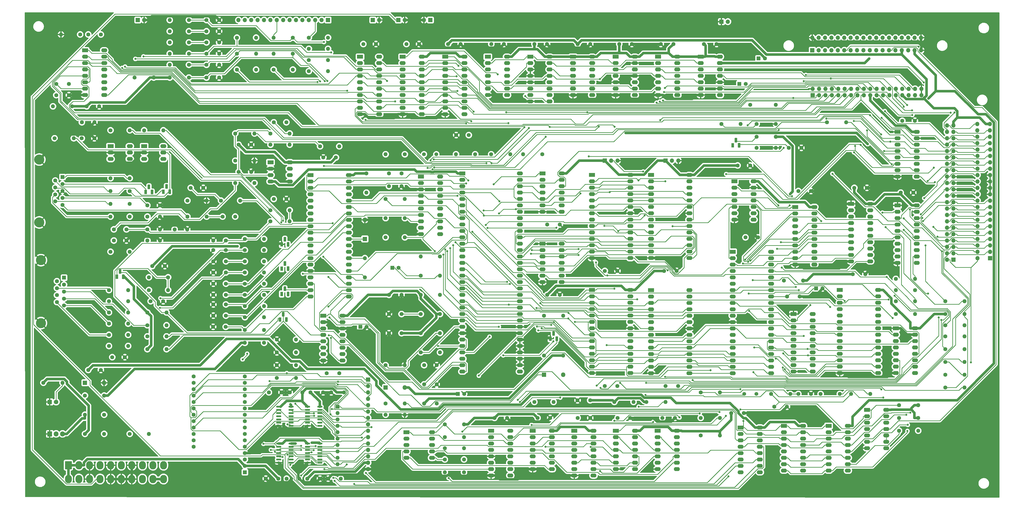
<source format=gbr>
%TF.GenerationSoftware,KiCad,Pcbnew,6.0.1-79c1e3a40b~116~ubuntu21.04.1*%
%TF.CreationDate,2022-06-30T07:35:41-05:00*%
%TF.ProjectId,Console,436f6e73-6f6c-4652-9e6b-696361645f70,rev?*%
%TF.SameCoordinates,Original*%
%TF.FileFunction,Copper,L1,Top*%
%TF.FilePolarity,Positive*%
%FSLAX46Y46*%
G04 Gerber Fmt 4.6, Leading zero omitted, Abs format (unit mm)*
G04 Created by KiCad (PCBNEW 6.0.1-79c1e3a40b~116~ubuntu21.04.1) date 2022-06-30 07:35:41*
%MOMM*%
%LPD*%
G01*
G04 APERTURE LIST*
G04 Aperture macros list*
%AMRoundRect*
0 Rectangle with rounded corners*
0 $1 Rounding radius*
0 $2 $3 $4 $5 $6 $7 $8 $9 X,Y pos of 4 corners*
0 Add a 4 corners polygon primitive as box body*
4,1,4,$2,$3,$4,$5,$6,$7,$8,$9,$2,$3,0*
0 Add four circle primitives for the rounded corners*
1,1,$1+$1,$2,$3*
1,1,$1+$1,$4,$5*
1,1,$1+$1,$6,$7*
1,1,$1+$1,$8,$9*
0 Add four rect primitives between the rounded corners*
20,1,$1+$1,$2,$3,$4,$5,0*
20,1,$1+$1,$4,$5,$6,$7,0*
20,1,$1+$1,$6,$7,$8,$9,0*
20,1,$1+$1,$8,$9,$2,$3,0*%
G04 Aperture macros list end*
%TA.AperFunction,ComponentPad*%
%ADD10R,2.400000X1.600000*%
%TD*%
%TA.AperFunction,ComponentPad*%
%ADD11O,2.400000X1.600000*%
%TD*%
%TA.AperFunction,ComponentPad*%
%ADD12C,1.600000*%
%TD*%
%TA.AperFunction,ComponentPad*%
%ADD13O,1.600000X1.600000*%
%TD*%
%TA.AperFunction,ComponentPad*%
%ADD14R,1.600000X1.600000*%
%TD*%
%TA.AperFunction,ComponentPad*%
%ADD15R,1.800000X1.800000*%
%TD*%
%TA.AperFunction,ComponentPad*%
%ADD16O,1.800000X1.800000*%
%TD*%
%TA.AperFunction,ComponentPad*%
%ADD17C,4.000000*%
%TD*%
%TA.AperFunction,ComponentPad*%
%ADD18C,1.500000*%
%TD*%
%TA.AperFunction,ComponentPad*%
%ADD19R,1.700000X1.700000*%
%TD*%
%TA.AperFunction,ComponentPad*%
%ADD20O,1.700000X1.700000*%
%TD*%
%TA.AperFunction,SMDPad,CuDef*%
%ADD21RoundRect,0.150000X-0.825000X-0.150000X0.825000X-0.150000X0.825000X0.150000X-0.825000X0.150000X0*%
%TD*%
%TA.AperFunction,ComponentPad*%
%ADD22R,1.100000X1.800000*%
%TD*%
%TA.AperFunction,ComponentPad*%
%ADD23RoundRect,0.275000X-0.275000X-0.625000X0.275000X-0.625000X0.275000X0.625000X-0.275000X0.625000X0*%
%TD*%
%TA.AperFunction,ComponentPad*%
%ADD24R,1.905000X2.000000*%
%TD*%
%TA.AperFunction,ComponentPad*%
%ADD25O,1.905000X2.000000*%
%TD*%
%TA.AperFunction,ComponentPad*%
%ADD26RoundRect,0.250001X-1.099999X-1.399999X1.099999X-1.399999X1.099999X1.399999X-1.099999X1.399999X0*%
%TD*%
%TA.AperFunction,ComponentPad*%
%ADD27O,2.700000X3.300000*%
%TD*%
%TA.AperFunction,ComponentPad*%
%ADD28C,1.800000*%
%TD*%
%TA.AperFunction,ViaPad*%
%ADD29C,0.800000*%
%TD*%
%TA.AperFunction,Conductor*%
%ADD30C,0.250000*%
%TD*%
%TA.AperFunction,Conductor*%
%ADD31C,1.000000*%
%TD*%
%TA.AperFunction,Conductor*%
%ADD32C,0.601000*%
%TD*%
G04 APERTURE END LIST*
D10*
%TO.P,U7,1*%
%TO.N,Net-(U7-Pad1)*%
X276870000Y-196265000D03*
D11*
%TO.P,U7,2*%
%TO.N,Net-(U7-Pad11)*%
X276870000Y-198805000D03*
%TO.P,U7,3*%
%TO.N,~{RAM}*%
X276870000Y-201345000D03*
%TO.P,U7,4*%
%TO.N,Net-(R12-Pad1)*%
X276870000Y-203885000D03*
%TO.P,U7,5*%
%TO.N,Net-(R13-Pad1)*%
X276870000Y-206425000D03*
%TO.P,U7,6*%
%TO.N,Net-(U7-Pad1)*%
X276870000Y-208965000D03*
%TO.P,U7,7,GND*%
%TO.N,GND*%
X276870000Y-211505000D03*
%TO.P,U7,8*%
%TO.N,Net-(U7-Pad12)*%
X284490000Y-211505000D03*
%TO.P,U7,9*%
%TO.N,Net-(R14-Pad1)*%
X284490000Y-208965000D03*
%TO.P,U7,10*%
%TO.N,Net-(R15-Pad1)*%
X284490000Y-206425000D03*
%TO.P,U7,11*%
%TO.N,Net-(U7-Pad11)*%
X284490000Y-203885000D03*
%TO.P,U7,12*%
%TO.N,Net-(U7-Pad12)*%
X284490000Y-201345000D03*
%TO.P,U7,13*%
%TO.N,Net-(R16-Pad1)*%
X284490000Y-198805000D03*
%TO.P,U7,14,VCC*%
%TO.N,+5V*%
X284490000Y-196265000D03*
%TD*%
D12*
%TO.P,R15,1*%
%TO.N,Net-(R15-Pad1)*%
X192405000Y-203200000D03*
D13*
%TO.P,R15,2*%
%TO.N,+5V*%
X200025000Y-203200000D03*
%TD*%
D12*
%TO.P,R14,1*%
%TO.N,Net-(R14-Pad1)*%
X192405000Y-198755000D03*
D13*
%TO.P,R14,2*%
%TO.N,+5V*%
X200025000Y-198755000D03*
%TD*%
D10*
%TO.P,U17,1,Mr*%
%TO.N,Net-(U10-Pad2)*%
X226382500Y-47620000D03*
D11*
%TO.P,U17,2,Dsr*%
%TO.N,A15*%
X226382500Y-50160000D03*
%TO.P,U17,3,P0*%
%TO.N,GND*%
X226382500Y-52700000D03*
%TO.P,U17,4,P1*%
X226382500Y-55240000D03*
%TO.P,U17,5,P2*%
X226382500Y-57780000D03*
%TO.P,U17,6,P3*%
%TO.N,unconnected-(U17-Pad6)*%
X226382500Y-60320000D03*
%TO.P,U17,7,Dsl*%
%TO.N,unconnected-(U17-Pad7)*%
X226382500Y-62860000D03*
%TO.P,U17,8,GND*%
%TO.N,GND*%
X226382500Y-65400000D03*
%TO.P,U17,9,S0*%
%TO.N,Net-(U10-Pad13)*%
X234002500Y-65400000D03*
%TO.P,U17,10,S1*%
%TO.N,Net-(U15-Pad1)*%
X234002500Y-62860000D03*
%TO.P,U17,11,Cp*%
%TO.N,~{\u00D81}*%
X234002500Y-60320000D03*
%TO.P,U17,12,Q3*%
%TO.N,unconnected-(U17-Pad12)*%
X234002500Y-57780000D03*
%TO.P,U17,13,Q2*%
%TO.N,Net-(U10-Pad5)*%
X234002500Y-55240000D03*
%TO.P,U17,14,Q1*%
%TO.N,Net-(U16-Pad4)*%
X234002500Y-52700000D03*
%TO.P,U17,15,Q0*%
%TO.N,Net-(U17-Pad15)*%
X234002500Y-50160000D03*
%TO.P,U17,16,VCC*%
%TO.N,+5V*%
X234002500Y-47620000D03*
%TD*%
D12*
%TO.P,C85,1*%
%TO.N,Net-(C85-Pad1)*%
X97790000Y-46355000D03*
%TO.P,C85,2*%
%TO.N,GND*%
X102790000Y-46355000D03*
%TD*%
%TO.P,R96,1*%
%TO.N,IO_A14*%
X391160000Y-158750000D03*
D13*
%TO.P,R96,2*%
%TO.N,+5V*%
X398780000Y-158750000D03*
%TD*%
D10*
%TO.P,U11,1,OEa*%
%TO.N,Net-(U10-Pad8)*%
X192566300Y-47620000D03*
D11*
%TO.P,U11,2,I0a*%
%TO.N,CD15*%
X192566300Y-50160000D03*
%TO.P,U11,3,O3b*%
%TO.N,D6*%
X192566300Y-52700000D03*
%TO.P,U11,4,I1a*%
%TO.N,CD13*%
X192566300Y-55240000D03*
%TO.P,U11,5,O2b*%
%TO.N,D4*%
X192566300Y-57780000D03*
%TO.P,U11,6,I2a*%
%TO.N,CD11*%
X192566300Y-60320000D03*
%TO.P,U11,7,O1b*%
%TO.N,D2*%
X192566300Y-62860000D03*
%TO.P,U11,8,I3a*%
%TO.N,CD9*%
X192566300Y-65400000D03*
%TO.P,U11,9,O0b*%
%TO.N,D0*%
X192566300Y-67940000D03*
%TO.P,U11,10,GND*%
%TO.N,GND*%
X192566300Y-70480000D03*
%TO.P,U11,11,I0b*%
%TO.N,CD8*%
X200186300Y-70480000D03*
%TO.P,U11,12,O3a*%
%TO.N,D1*%
X200186300Y-67940000D03*
%TO.P,U11,13,I1b*%
%TO.N,CD10*%
X200186300Y-65400000D03*
%TO.P,U11,14,O2a*%
%TO.N,D3*%
X200186300Y-62860000D03*
%TO.P,U11,15,I2b*%
%TO.N,CD12*%
X200186300Y-60320000D03*
%TO.P,U11,16,O1a*%
%TO.N,D5*%
X200186300Y-57780000D03*
%TO.P,U11,17,I3b*%
%TO.N,CD14*%
X200186300Y-55240000D03*
%TO.P,U11,18,O0a*%
%TO.N,D7*%
X200186300Y-52700000D03*
%TO.P,U11,19,OEb*%
%TO.N,Net-(U10-Pad8)*%
X200186300Y-50160000D03*
%TO.P,U11,20,VCC*%
%TO.N,+5V*%
X200186300Y-47620000D03*
%TD*%
D12*
%TO.P,R9,1*%
%TO.N,+5V*%
X231140000Y-86360000D03*
D13*
%TO.P,R9,2*%
%TO.N,Net-(R9-Pad2)*%
X223520000Y-86360000D03*
%TD*%
D12*
%TO.P,C37,1*%
%TO.N,+5V*%
X308650000Y-90805000D03*
%TO.P,C37,2*%
%TO.N,GND*%
X313650000Y-90805000D03*
%TD*%
%TO.P,R21,1*%
%TO.N,VSS*%
X49530000Y-182245000D03*
D13*
%TO.P,R21,2*%
%TO.N,-5V*%
X57150000Y-182245000D03*
%TD*%
D14*
%TO.P,C5,1*%
%TO.N,Net-(C3-Pad1)*%
X171558600Y-131445000D03*
D12*
%TO.P,C5,2*%
%TO.N,~{CMRESET}*%
X174058600Y-131445000D03*
%TD*%
D10*
%TO.P,U44,1,OEa*%
%TO.N,GND*%
X372120000Y-106685000D03*
D11*
%TO.P,U44,2,I0a*%
%TO.N,A2*%
X372120000Y-109225000D03*
%TO.P,U44,3,O3b*%
%TO.N,~{IO_MBE}*%
X372120000Y-111765000D03*
%TO.P,U44,4,I1a*%
%TO.N,A1*%
X372120000Y-114305000D03*
%TO.P,U44,5,O2b*%
%TO.N,Net-(R92-Pad2)*%
X372120000Y-116845000D03*
%TO.P,U44,6,I2a*%
%TO.N,A0*%
X372120000Y-119385000D03*
%TO.P,U44,7,O1b*%
%TO.N,Net-(R91-Pad2)*%
X372120000Y-121925000D03*
%TO.P,U44,8,I3a*%
%TO.N,~{\u00D83}*%
X372120000Y-124465000D03*
%TO.P,U44,9,O0b*%
%TO.N,Net-(R90-Pad2)*%
X372120000Y-127005000D03*
%TO.P,U44,10,GND*%
%TO.N,GND*%
X372120000Y-129545000D03*
%TO.P,U44,11,I0b*%
%TO.N,~{mWE}*%
X379740000Y-129545000D03*
%TO.P,U44,12,O3a*%
%TO.N,Net-(R89-Pad2)*%
X379740000Y-127005000D03*
%TO.P,U44,13,I1b*%
%TO.N,A15-CRUOUT*%
X379740000Y-124465000D03*
%TO.P,U44,14,O2a*%
%TO.N,IO_A0*%
X379740000Y-121925000D03*
%TO.P,U44,15,I2b*%
%TO.N,~{CRUCLK}*%
X379740000Y-119385000D03*
%TO.P,U44,16,O1a*%
%TO.N,IO_A1*%
X379740000Y-116845000D03*
%TO.P,U44,17,I3b*%
%TO.N,~{MBE}*%
X379740000Y-114305000D03*
%TO.P,U44,18,O0a*%
%TO.N,IO_A2*%
X379740000Y-111765000D03*
%TO.P,U44,19,OEb*%
%TO.N,GND*%
X379740000Y-109225000D03*
%TO.P,U44,20,VCC*%
%TO.N,+5V*%
X379740000Y-106685000D03*
%TD*%
D12*
%TO.P,C27,1*%
%TO.N,+5V*%
X50205000Y-67310000D03*
%TO.P,C27,2*%
%TO.N,GND*%
X55205000Y-67310000D03*
%TD*%
%TO.P,R19,1*%
%TO.N,+5V*%
X259715000Y-184785000D03*
D13*
%TO.P,R19,2*%
%TO.N,GBE*%
X267335000Y-184785000D03*
%TD*%
D12*
%TO.P,C47,1*%
%TO.N,+5V*%
X139105000Y-180975000D03*
%TO.P,C47,2*%
%TO.N,GND*%
X144105000Y-180975000D03*
%TD*%
%TO.P,L19,1*%
%TO.N,Net-(C79-Pad2)*%
X67310000Y-111125000D03*
D13*
%TO.P,L19,2*%
%TO.N,Net-(J10-Pad8)*%
X59690000Y-111125000D03*
%TD*%
D12*
%TO.P,C64,1*%
%TO.N,Net-(C63-Pad2)*%
X91520000Y-99695000D03*
%TO.P,C64,2*%
%TO.N,GND*%
X96520000Y-99695000D03*
%TD*%
D10*
%TO.P,U8,1,A0*%
%TO.N,IO_A5*%
X243830000Y-196265000D03*
D11*
%TO.P,U8,2,A1*%
%TO.N,IO_A4*%
X243830000Y-198805000D03*
%TO.P,U8,3,A2*%
%TO.N,IO_A3*%
X243830000Y-201345000D03*
%TO.P,U8,4,E1*%
%TO.N,Net-(U5-Pad11)*%
X243830000Y-203885000D03*
%TO.P,U8,5,E2*%
%TO.N,A15*%
X243830000Y-206425000D03*
%TO.P,U8,6,E3*%
%TO.N,Net-(R17-Pad2)*%
X243830000Y-208965000D03*
%TO.P,U8,7,O7*%
%TO.N,Net-(U6-Pad13)*%
X243830000Y-211505000D03*
%TO.P,U8,8,GND*%
%TO.N,GND*%
X243830000Y-214045000D03*
%TO.P,U8,9,O6*%
%TO.N,Net-(U6-Pad12)*%
X251450000Y-214045000D03*
%TO.P,U8,10,O5*%
%TO.N,Net-(U6-Pad10)*%
X251450000Y-211505000D03*
%TO.P,U8,11,O4*%
%TO.N,Net-(U6-Pad9)*%
X251450000Y-208965000D03*
%TO.P,U8,12,O3*%
%TO.N,~{CSW}*%
X251450000Y-206425000D03*
%TO.P,U8,13,O2*%
%TO.N,~{CSR}*%
X251450000Y-203885000D03*
%TO.P,U8,14,O1*%
%TO.N,~{SOUND_SEL}*%
X251450000Y-201345000D03*
%TO.P,U8,15,O0*%
%TO.N,unconnected-(U8-Pad15)*%
X251450000Y-198805000D03*
%TO.P,U8,16,VCC*%
%TO.N,+5V*%
X251450000Y-196265000D03*
%TD*%
D12*
%TO.P,C23,1*%
%TO.N,+5V*%
X160060000Y-42545000D03*
%TO.P,C23,2*%
%TO.N,GND*%
X165060000Y-42545000D03*
%TD*%
D15*
%TO.P,CR1,1,K*%
%TO.N,VSS*%
X49530000Y-177165000D03*
D16*
%TO.P,CR1,2,A*%
%TO.N,GND*%
X57150000Y-177165000D03*
%TD*%
D10*
%TO.P,U38,1,OE*%
%TO.N,VRW*%
X331480000Y-107320000D03*
D11*
%TO.P,U38,2,D0*%
%TO.N,VAD0*%
X331480000Y-109860000D03*
%TO.P,U38,3,D1*%
%TO.N,VAD1*%
X331480000Y-112400000D03*
%TO.P,U38,4,D2*%
%TO.N,VAD2*%
X331480000Y-114940000D03*
%TO.P,U38,5,D3*%
%TO.N,VAD3*%
X331480000Y-117480000D03*
%TO.P,U38,6,D4*%
%TO.N,VAD4*%
X331480000Y-120020000D03*
%TO.P,U38,7,D5*%
%TO.N,VAD5*%
X331480000Y-122560000D03*
%TO.P,U38,8,D6*%
%TO.N,VAD6*%
X331480000Y-125100000D03*
%TO.P,U38,9,D7*%
%TO.N,VAD7*%
X331480000Y-127640000D03*
%TO.P,U38,10,GND*%
%TO.N,GND*%
X331480000Y-130180000D03*
%TO.P,U38,11,Cp*%
%TO.N,VRD*%
X339100000Y-130180000D03*
%TO.P,U38,12,Q7*%
%TO.N,VD7*%
X339100000Y-127640000D03*
%TO.P,U38,13,Q6*%
%TO.N,VD6*%
X339100000Y-125100000D03*
%TO.P,U38,14,Q5*%
%TO.N,VD5*%
X339100000Y-122560000D03*
%TO.P,U38,15,Q4*%
%TO.N,VD4*%
X339100000Y-120020000D03*
%TO.P,U38,16,Q3*%
%TO.N,VD3*%
X339100000Y-117480000D03*
%TO.P,U38,17,Q2*%
%TO.N,VD2*%
X339100000Y-114940000D03*
%TO.P,U38,18,Q1*%
%TO.N,VD1*%
X339100000Y-112400000D03*
%TO.P,U38,19,Q0*%
%TO.N,VD0*%
X339100000Y-109860000D03*
%TO.P,U38,20,VCC*%
%TO.N,+5V*%
X339100000Y-107320000D03*
%TD*%
D17*
%TO.P,J10,0,PAD*%
%TO.N,GND*%
X31400300Y-88455000D03*
X31400300Y-113455000D03*
D14*
%TO.P,J10,1,1*%
%TO.N,Net-(J10-Pad1)*%
X40600300Y-95415000D03*
D12*
%TO.P,J10,2,2*%
%TO.N,Net-(C94-Pad1)*%
X40600300Y-98185000D03*
%TO.P,J10,3,3*%
%TO.N,GND*%
X40600300Y-100955000D03*
%TO.P,J10,4,4*%
%TO.N,Net-(C95-Pad1)*%
X40600300Y-103725000D03*
%TO.P,J10,5,5*%
%TO.N,Net-(C96-Pad1)*%
X40600300Y-106495000D03*
%TO.P,J10,6,6*%
%TO.N,Net-(J10-Pad6)*%
X37760300Y-96800000D03*
%TO.P,J10,7,7*%
%TO.N,Net-(C93-Pad1)*%
X37760300Y-99570000D03*
%TO.P,J10,8,8*%
%TO.N,Net-(J10-Pad8)*%
X37760300Y-102340000D03*
%TO.P,J10,9,9*%
%TO.N,Net-(J10-Pad9)*%
X37760300Y-105110000D03*
%TD*%
%TO.P,C4,1*%
%TO.N,Net-(C4-Pad1)*%
X170220000Y-99060000D03*
%TO.P,C4,2*%
%TO.N,GND*%
X175220000Y-99060000D03*
%TD*%
%TO.P,C6,1*%
%TO.N,+5V*%
X170220000Y-142240000D03*
%TO.P,C6,2*%
%TO.N,GND*%
X175220000Y-142240000D03*
%TD*%
%TO.P,C19,1*%
%TO.N,-5V*%
X245150000Y-42545000D03*
%TO.P,C19,2*%
%TO.N,GND*%
X250150000Y-42545000D03*
%TD*%
%TO.P,R84,1*%
%TO.N,Net-(J12-Pad11)*%
X138430000Y-48895000D03*
D13*
%TO.P,R84,2*%
%TO.N,Net-(C73-Pad1)*%
X146050000Y-48895000D03*
%TD*%
D18*
%TO.P,Y2,1*%
%TO.N,Net-(L9-Pad1)*%
X311240000Y-181610000D03*
%TO.P,Y2,2*%
%TO.N,Net-(C56-Pad1)*%
X316120000Y-181610000D03*
%TD*%
D19*
%TO.P,J8,1,Pin_1*%
%TO.N,SNDOUT*%
X70485000Y-33020000D03*
D20*
%TO.P,J8,2,Pin_2*%
%TO.N,GND*%
X73025000Y-33020000D03*
%TD*%
D12*
%TO.P,R6,1*%
%TO.N,/CPU/\u00D82*%
X190500000Y-127000000D03*
D13*
%TO.P,R6,2*%
%TO.N,Net-(R6-Pad2)*%
X182880000Y-127000000D03*
%TD*%
D12*
%TO.P,R67,1*%
%TO.N,Net-(R67-Pad1)*%
X123190000Y-108585000D03*
D13*
%TO.P,R67,2*%
%TO.N,Net-(C83-Pad1)*%
X130810000Y-108585000D03*
%TD*%
D10*
%TO.P,U18,1*%
%TO.N,+5V*%
X294015000Y-47620000D03*
D11*
%TO.P,U18,2*%
%TO.N,Net-(U17-Pad15)*%
X294015000Y-50160000D03*
%TO.P,U18,3*%
%TO.N,Net-(U18-Pad3)*%
X294015000Y-52700000D03*
%TO.P,U18,4*%
X294015000Y-55240000D03*
%TO.P,U18,5*%
%TO.N,Net-(U10-Pad5)*%
X294015000Y-57780000D03*
%TO.P,U18,6*%
%TO.N,Net-(U10-Pad1)*%
X294015000Y-60320000D03*
%TO.P,U18,7,GND*%
%TO.N,GND*%
X294015000Y-62860000D03*
%TO.P,U18,8*%
%TO.N,unconnected-(U18-Pad8)*%
X301635000Y-62860000D03*
%TO.P,U18,9*%
%TO.N,GND*%
X301635000Y-60320000D03*
%TO.P,U18,10*%
X301635000Y-57780000D03*
%TO.P,U18,11*%
%TO.N,A15-CRUOUT*%
X301635000Y-55240000D03*
%TO.P,U18,12*%
%TO.N,Net-(U14-Pad8)*%
X301635000Y-52700000D03*
%TO.P,U18,13*%
%TO.N,+5V*%
X301635000Y-50160000D03*
%TO.P,U18,14,VCC*%
X301635000Y-47620000D03*
%TD*%
D12*
%TO.P,R66,1*%
%TO.N,Net-(C79-Pad2)*%
X123190000Y-113030000D03*
D13*
%TO.P,R66,2*%
%TO.N,Net-(C83-Pad1)*%
X130810000Y-113030000D03*
%TD*%
D12*
%TO.P,C34,1*%
%TO.N,+5V*%
X212130000Y-191135000D03*
%TO.P,C34,2*%
%TO.N,GND*%
X217130000Y-191135000D03*
%TD*%
%TO.P,R27,1*%
%TO.N,+5V*%
X272415000Y-184785000D03*
D13*
%TO.P,R27,2*%
%TO.N,READY_~{HOLD}*%
X280035000Y-184785000D03*
%TD*%
D12*
%TO.P,R62,1*%
%TO.N,Net-(Q3-Pad2)*%
X160655000Y-135255000D03*
D13*
%TO.P,R62,2*%
%TO.N,Net-(R62-Pad2)*%
X160655000Y-127635000D03*
%TD*%
D12*
%TO.P,R58,1*%
%TO.N,Net-(C81-Pad1)*%
X90805000Y-41910000D03*
D13*
%TO.P,R58,2*%
%TO.N,+5V*%
X83185000Y-41910000D03*
%TD*%
D10*
%TO.P,U14,1*%
%TO.N,Net-(U14-Pad1)*%
X277106900Y-47620000D03*
D11*
%TO.P,U14,2*%
%TO.N,Net-(U14-Pad2)*%
X277106900Y-50160000D03*
%TO.P,U14,3*%
%TO.N,~{mWE}*%
X277106900Y-52700000D03*
%TO.P,U14,4*%
%TO.N,Net-(U10-Pad5)*%
X277106900Y-55240000D03*
%TO.P,U14,5*%
%TO.N,~{CSR}*%
X277106900Y-57780000D03*
%TO.P,U14,6*%
%TO.N,/8Bit16BitSwitch/~{MSBEN}*%
X277106900Y-60320000D03*
%TO.P,U14,7,GND*%
%TO.N,GND*%
X277106900Y-62860000D03*
%TO.P,U14,8*%
%TO.N,Net-(U14-Pad8)*%
X284726900Y-62860000D03*
%TO.P,U14,9*%
%TO.N,Net-(U14-Pad9)*%
X284726900Y-60320000D03*
%TO.P,U14,10*%
%TO.N,A15*%
X284726900Y-57780000D03*
%TO.P,U14,11*%
%TO.N,Net-(U14-Pad11)*%
X284726900Y-55240000D03*
%TO.P,U14,12*%
%TO.N,~{RAM}*%
X284726900Y-52700000D03*
%TO.P,U14,13*%
%TO.N,~{ROM}*%
X284726900Y-50160000D03*
%TO.P,U14,14,VCC*%
%TO.N,+5V*%
X284726900Y-47620000D03*
%TD*%
D12*
%TO.P,C43,1*%
%TO.N,+5V*%
X306110000Y-189230000D03*
%TO.P,C43,2*%
%TO.N,GND*%
X311110000Y-189230000D03*
%TD*%
%TO.P,C52,1*%
%TO.N,Net-(C52-Pad1)*%
X38140000Y-58420000D03*
%TO.P,C52,2*%
%TO.N,SNDOUT*%
X43140000Y-58420000D03*
%TD*%
%TO.P,R101,1*%
%TO.N,+5V*%
X391160000Y-149860000D03*
D13*
%TO.P,R101,2*%
%TO.N,~{IO_EXT_INT}*%
X398780000Y-149860000D03*
%TD*%
D12*
%TO.P,C26,1*%
%TO.N,+5V*%
X255905000Y-178435000D03*
%TO.P,C26,2*%
%TO.N,GND*%
X260905000Y-178435000D03*
%TD*%
%TO.P,C54,1*%
%TO.N,GND*%
X43140000Y-62865000D03*
%TO.P,C54,2*%
%TO.N,Net-(C54-Pad2)*%
X38140000Y-62865000D03*
%TD*%
%TO.P,R80,1*%
%TO.N,Net-(J12-Pad3)*%
X138430000Y-40005000D03*
D13*
%TO.P,R80,2*%
%TO.N,Net-(C72-Pad1)*%
X146050000Y-40005000D03*
%TD*%
D12*
%TO.P,R17,1*%
%TO.N,+5V*%
X227965000Y-184785000D03*
D13*
%TO.P,R17,2*%
%TO.N,Net-(R17-Pad2)*%
X235585000Y-184785000D03*
%TD*%
D12*
%TO.P,R89,1*%
%TO.N,IO_\u00D83*%
X371475000Y-135890000D03*
D13*
%TO.P,R89,2*%
%TO.N,Net-(R89-Pad2)*%
X379095000Y-135890000D03*
%TD*%
D15*
%TO.P,CR4,1,K*%
%TO.N,Net-(CR4-Pad1)*%
X160655000Y-120015000D03*
D16*
%TO.P,CR4,2,A*%
%TO.N,GND*%
X160655000Y-112395000D03*
%TD*%
D10*
%TO.P,SW1,1*%
%TO.N,~{RAM0}*%
X177170000Y-196855000D03*
D11*
%TO.P,SW1,2*%
%TO.N,~{RAM1}*%
X177170000Y-199395000D03*
%TO.P,SW1,3*%
%TO.N,~{RAM2}*%
X177170000Y-201935000D03*
%TO.P,SW1,4*%
%TO.N,~{RAM3}*%
X177170000Y-204475000D03*
%TO.P,SW1,5*%
%TO.N,~{RAM4}*%
X177170000Y-207015000D03*
%TO.P,SW1,6*%
%TO.N,Net-(R16-Pad1)*%
X187330000Y-207015000D03*
%TO.P,SW1,7*%
%TO.N,Net-(R15-Pad1)*%
X187330000Y-204475000D03*
%TO.P,SW1,8*%
%TO.N,Net-(R14-Pad1)*%
X187330000Y-201935000D03*
%TO.P,SW1,9*%
%TO.N,Net-(R13-Pad1)*%
X187330000Y-199395000D03*
%TO.P,SW1,10*%
%TO.N,Net-(R12-Pad1)*%
X187330000Y-196855000D03*
%TD*%
D12*
%TO.P,R60,1*%
%TO.N,Net-(C82-Pad1)*%
X90805000Y-50800000D03*
D13*
%TO.P,R60,2*%
%TO.N,+5V*%
X83185000Y-50800000D03*
%TD*%
D12*
%TO.P,C11,1*%
%TO.N,Net-(C11-Pad1)*%
X184190000Y-170180000D03*
%TO.P,C11,2*%
%TO.N,GND*%
X189190000Y-170180000D03*
%TD*%
%TO.P,R88,1*%
%TO.N,Net-(J11-Pad2)*%
X59055000Y-144780000D03*
D13*
%TO.P,R88,2*%
%TO.N,Net-(C90-Pad1)*%
X66675000Y-144780000D03*
%TD*%
D12*
%TO.P,R31,1*%
%TO.N,GND*%
X125730000Y-165100000D03*
D13*
%TO.P,R31,2*%
%TO.N,LV_EN*%
X133350000Y-165100000D03*
%TD*%
D12*
%TO.P,R51,1*%
%TO.N,Net-(C77-Pad1)*%
X113030000Y-146685000D03*
D13*
%TO.P,R51,2*%
%TO.N,+5V*%
X120650000Y-146685000D03*
%TD*%
D12*
%TO.P,C78,1*%
%TO.N,Net-(C78-Pad1)*%
X105410000Y-154940000D03*
%TO.P,C78,2*%
%TO.N,GND*%
X100410000Y-154940000D03*
%TD*%
D21*
%TO.P,U27,1,VCCA*%
%TO.N,+3V3*%
X137860000Y-186690000D03*
%TO.P,U27,2,A1*%
%TO.N,LV_D0*%
X137860000Y-187960000D03*
%TO.P,U27,3,A2*%
%TO.N,LV_D1*%
X137860000Y-189230000D03*
%TO.P,U27,4,A3*%
%TO.N,LV_D2*%
X137860000Y-190500000D03*
%TO.P,U27,5,A4*%
%TO.N,LV_D3*%
X137860000Y-191770000D03*
%TO.P,U27,6,NC*%
%TO.N,unconnected-(U27-Pad6)*%
X137860000Y-193040000D03*
%TO.P,U27,7,GND*%
%TO.N,GND*%
X137860000Y-194310000D03*
%TO.P,U27,8,OE*%
%TO.N,LV_EN*%
X142810000Y-194310000D03*
%TO.P,U27,9,NC*%
%TO.N,unconnected-(U27-Pad9)*%
X142810000Y-193040000D03*
%TO.P,U27,10,B4*%
%TO.N,D3*%
X142810000Y-191770000D03*
%TO.P,U27,11,B3*%
%TO.N,D2*%
X142810000Y-190500000D03*
%TO.P,U27,12,B2*%
%TO.N,D1*%
X142810000Y-189230000D03*
%TO.P,U27,13,B1*%
%TO.N,D0*%
X142810000Y-187960000D03*
%TO.P,U27,14,VCCB*%
%TO.N,+5V*%
X142810000Y-186690000D03*
%TD*%
D12*
%TO.P,C28,1*%
%TO.N,+5V*%
X373420000Y-101600000D03*
%TO.P,C28,2*%
%TO.N,GND*%
X378420000Y-101600000D03*
%TD*%
%TO.P,C63,1*%
%TO.N,Net-(C63-Pad1)*%
X104180000Y-111125000D03*
%TO.P,C63,2*%
%TO.N,Net-(C63-Pad2)*%
X109180000Y-111125000D03*
%TD*%
%TO.P,C2,1*%
%TO.N,Net-(C2-Pad1)*%
X170220000Y-93980000D03*
%TO.P,C2,2*%
%TO.N,Net-(C2-Pad2)*%
X175220000Y-93980000D03*
%TD*%
%TO.P,R102,1*%
%TO.N,~{IO_EXT_INT}*%
X391160000Y-179070000D03*
D13*
%TO.P,R102,2*%
%TO.N,EXTINT*%
X398780000Y-179070000D03*
%TD*%
D12*
%TO.P,L5,1,1*%
%TO.N,-5V*%
X57150000Y-189865000D03*
D13*
%TO.P,L5,2,2*%
%TO.N,/Power/-5VIN*%
X49530000Y-189865000D03*
%TD*%
D12*
%TO.P,R13,1*%
%TO.N,Net-(R13-Pad1)*%
X294005000Y-198120000D03*
D13*
%TO.P,R13,2*%
%TO.N,+5V*%
X301625000Y-198120000D03*
%TD*%
D12*
%TO.P,L14,1*%
%TO.N,Net-(C81-Pad1)*%
X109855000Y-52705000D03*
D13*
%TO.P,L14,2*%
%TO.N,Net-(J12-Pad12)*%
X117475000Y-52705000D03*
%TD*%
D12*
%TO.P,R40,1*%
%TO.N,Net-(C96-Pad1)*%
X90210000Y-111125000D03*
D13*
%TO.P,R40,2*%
%TO.N,Net-(C63-Pad1)*%
X97830000Y-111125000D03*
%TD*%
D12*
%TO.P,C15,1*%
%TO.N,VSS*%
X50840000Y-172085000D03*
%TO.P,C15,2*%
%TO.N,GND*%
X55840000Y-172085000D03*
%TD*%
D19*
%TO.P,J2,1,Pin_1*%
%TO.N,Net-(J2-Pad1)*%
X173990000Y-33020000D03*
D20*
%TO.P,J2,2,Pin_2*%
%TO.N,GND*%
X176530000Y-33020000D03*
%TD*%
D12*
%TO.P,C1,1*%
%TO.N,Net-(C1-Pad1)*%
X175220000Y-149860000D03*
%TO.P,C1,2*%
%TO.N,GND*%
X170220000Y-149860000D03*
%TD*%
%TO.P,C82,1*%
%TO.N,Net-(C82-Pad1)*%
X97790000Y-50800000D03*
%TO.P,C82,2*%
%TO.N,GND*%
X102790000Y-50800000D03*
%TD*%
%TO.P,R82,1*%
%TO.N,Net-(J12-Pad10)*%
X138430000Y-44450000D03*
D13*
%TO.P,R82,2*%
%TO.N,Net-(C77-Pad1)*%
X146050000Y-44450000D03*
%TD*%
D10*
%TO.P,U6,1*%
%TO.N,Net-(U20-Pad2)*%
X260350000Y-196265000D03*
D11*
%TO.P,U6,2*%
%TO.N,GBE*%
X260350000Y-198805000D03*
%TO.P,U6,3*%
%TO.N,READY_~{HOLD}*%
X260350000Y-201345000D03*
%TO.P,U6,4*%
%TO.N,DBIN*%
X260350000Y-203885000D03*
%TO.P,U6,5*%
%TO.N,IO_A5*%
X260350000Y-206425000D03*
%TO.P,U6,6*%
%TO.N,Net-(R17-Pad2)*%
X260350000Y-208965000D03*
%TO.P,U6,7,GND*%
%TO.N,GND*%
X260350000Y-211505000D03*
%TO.P,U6,8*%
%TO.N,SBE*%
X267970000Y-211505000D03*
%TO.P,U6,9*%
%TO.N,Net-(U6-Pad9)*%
X267970000Y-208965000D03*
%TO.P,U6,10*%
%TO.N,Net-(U6-Pad10)*%
X267970000Y-206425000D03*
%TO.P,U6,11*%
%TO.N,GBE*%
X267970000Y-203885000D03*
%TO.P,U6,12*%
%TO.N,Net-(U6-Pad12)*%
X267970000Y-201345000D03*
%TO.P,U6,13*%
%TO.N,Net-(U6-Pad13)*%
X267970000Y-198805000D03*
%TO.P,U6,14,VCC*%
%TO.N,+5V*%
X267970000Y-196265000D03*
%TD*%
D12*
%TO.P,L16,1*%
%TO.N,Net-(C85-Pad1)*%
X109855000Y-40005000D03*
D13*
%TO.P,L16,2*%
%TO.N,Net-(J12-Pad13)*%
X117475000Y-40005000D03*
%TD*%
D12*
%TO.P,C38,1*%
%TO.N,+5V*%
X311785000Y-119380000D03*
%TO.P,C38,2*%
%TO.N,GND*%
X316785000Y-119380000D03*
%TD*%
%TO.P,C86,1*%
%TO.N,Net-(C86-Pad1)*%
X97790000Y-55880000D03*
%TO.P,C86,2*%
%TO.N,GND*%
X102790000Y-55880000D03*
%TD*%
D10*
%TO.P,U40,1*%
%TO.N,Net-(R42-Pad1)*%
X123200000Y-89545000D03*
D11*
%TO.P,U40,2,-*%
%TO.N,GND*%
X123200000Y-92085000D03*
%TO.P,U40,3,+*%
%TO.N,Net-(C68-Pad1)*%
X123200000Y-94625000D03*
%TO.P,U40,4,V-*%
%TO.N,-5V*%
X123200000Y-97165000D03*
%TO.P,U40,5,+*%
%TO.N,GND*%
X130820000Y-97165000D03*
%TO.P,U40,6,-*%
%TO.N,Net-(C67-Pad2)*%
X130820000Y-94625000D03*
%TO.P,U40,7*%
%TO.N,Net-(C67-Pad1)*%
X130820000Y-92085000D03*
%TO.P,U40,8,V+*%
%TO.N,+5V*%
X130820000Y-89545000D03*
%TD*%
D10*
%TO.P,U16,1,~{R}*%
%TO.N,+5V*%
X243290600Y-47620000D03*
D11*
%TO.P,U16,2,D*%
%TO.N,Net-(U10-Pad5)*%
X243290600Y-50160000D03*
%TO.P,U16,3,C*%
%TO.N,~{\u00D84}*%
X243290600Y-52700000D03*
%TO.P,U16,4,~{S}*%
%TO.N,Net-(U16-Pad4)*%
X243290600Y-55240000D03*
%TO.P,U16,5,Q*%
%TO.N,Net-(U14-Pad1)*%
X243290600Y-57780000D03*
%TO.P,U16,6,~{Q}*%
%TO.N,unconnected-(U16-Pad6)*%
X243290600Y-60320000D03*
%TO.P,U16,7,GND*%
%TO.N,GND*%
X243290600Y-62860000D03*
%TO.P,U16,8,~{Q}*%
%TO.N,unconnected-(U16-Pad8)*%
X250910600Y-62860000D03*
%TO.P,U16,9,Q*%
%TO.N,Net-(U10-Pad13)*%
X250910600Y-60320000D03*
%TO.P,U16,10,~{S}*%
%TO.N,+5V*%
X250910600Y-57780000D03*
%TO.P,U16,11,C*%
%TO.N,~{\u00D82}*%
X250910600Y-55240000D03*
%TO.P,U16,12,D*%
%TO.N,READY_~{HOLD}*%
X250910600Y-52700000D03*
%TO.P,U16,13,~{R}*%
%TO.N,+5V*%
X250910600Y-50160000D03*
%TO.P,U16,14,VCC*%
X250910600Y-47620000D03*
%TD*%
D12*
%TO.P,C7,1*%
%TO.N,Net-(C4-Pad1)*%
X184190000Y-177800000D03*
%TO.P,C7,2*%
%TO.N,GND*%
X189190000Y-177800000D03*
%TD*%
%TO.P,R49,1*%
%TO.N,Net-(C76-Pad1)*%
X113030000Y-137795000D03*
D13*
%TO.P,R49,2*%
%TO.N,+5V*%
X120650000Y-137795000D03*
%TD*%
D10*
%TO.P,U32,1,VPP*%
%TO.N,unconnected-(U32-Pad1)*%
X274315000Y-94600000D03*
D11*
%TO.P,U32,2,A12*%
%TO.N,Net-(J7-Pad2)*%
X274315000Y-97140000D03*
%TO.P,U32,3,A7*%
%TO.N,A7*%
X274315000Y-99680000D03*
%TO.P,U32,4,A6*%
%TO.N,A8*%
X274315000Y-102220000D03*
%TO.P,U32,5,A5*%
%TO.N,A9*%
X274315000Y-104760000D03*
%TO.P,U32,6,A4*%
%TO.N,A10*%
X274315000Y-107300000D03*
%TO.P,U32,7,A3*%
%TO.N,A11*%
X274315000Y-109840000D03*
%TO.P,U32,8,A2*%
%TO.N,A12*%
X274315000Y-112380000D03*
%TO.P,U32,9,A1*%
%TO.N,A13*%
X274315000Y-114920000D03*
%TO.P,U32,10,A0*%
%TO.N,A14*%
X274315000Y-117460000D03*
%TO.P,U32,11,D0*%
%TO.N,CD15*%
X274315000Y-120000000D03*
%TO.P,U32,12,D1*%
%TO.N,CD14*%
X274315000Y-122540000D03*
%TO.P,U32,13,D2*%
%TO.N,CD13*%
X274315000Y-125080000D03*
%TO.P,U32,14,GND*%
%TO.N,GND*%
X274315000Y-127620000D03*
%TO.P,U32,15,D3*%
%TO.N,CD12*%
X289555000Y-127620000D03*
%TO.P,U32,16,D4*%
%TO.N,CD11*%
X289555000Y-125080000D03*
%TO.P,U32,17,D5*%
%TO.N,CD10*%
X289555000Y-122540000D03*
%TO.P,U32,18,D6*%
%TO.N,CD9*%
X289555000Y-120000000D03*
%TO.P,U32,19,D7*%
%TO.N,CD8*%
X289555000Y-117460000D03*
%TO.P,U32,20,~{CE}*%
%TO.N,~{ROM}*%
X289555000Y-114920000D03*
%TO.P,U32,21,A10*%
%TO.N,A4*%
X289555000Y-112380000D03*
%TO.P,U32,22,~{OE}*%
%TO.N,GND*%
X289555000Y-109840000D03*
%TO.P,U32,23,A11*%
%TO.N,A3*%
X289555000Y-107300000D03*
%TO.P,U32,24,A9*%
%TO.N,A5*%
X289555000Y-104760000D03*
%TO.P,U32,25,A8*%
%TO.N,A6*%
X289555000Y-102220000D03*
%TO.P,U32,26,NC*%
%TO.N,unconnected-(U32-Pad26)*%
X289555000Y-99680000D03*
%TO.P,U32,27,~{PGM}*%
%TO.N,+5V*%
X289555000Y-97140000D03*
%TO.P,U32,28,VCC*%
X289555000Y-94600000D03*
%TD*%
D12*
%TO.P,R98,1*%
%TO.N,~{GS}*%
X372745000Y-196215000D03*
D13*
%TO.P,R98,2*%
%TO.N,+5V*%
X380365000Y-196215000D03*
%TD*%
D12*
%TO.P,C41,1*%
%TO.N,+5V*%
X233085000Y-114300000D03*
%TO.P,C41,2*%
%TO.N,GND*%
X238085000Y-114300000D03*
%TD*%
%TO.P,R47,1*%
%TO.N,Net-(C75-Pad1)*%
X113030000Y-128905000D03*
D13*
%TO.P,R47,2*%
%TO.N,+5V*%
X120650000Y-128905000D03*
%TD*%
D12*
%TO.P,R54,1*%
%TO.N,Net-(C67-Pad2)*%
X123190000Y-82550000D03*
D13*
%TO.P,R54,2*%
%TO.N,Net-(C67-Pad1)*%
X130810000Y-82550000D03*
%TD*%
D12*
%TO.P,C36,1*%
%TO.N,+5V*%
X280075000Y-178435000D03*
%TO.P,C36,2*%
%TO.N,GND*%
X285075000Y-178435000D03*
%TD*%
%TO.P,R16,1*%
%TO.N,Net-(R16-Pad1)*%
X192405000Y-207645000D03*
D13*
%TO.P,R16,2*%
%TO.N,+5V*%
X200025000Y-207645000D03*
%TD*%
D12*
%TO.P,R53,1*%
%TO.N,Net-(C78-Pad1)*%
X113030000Y-156210000D03*
D13*
%TO.P,R53,2*%
%TO.N,+5V*%
X120650000Y-156210000D03*
%TD*%
D12*
%TO.P,R45,1*%
%TO.N,Net-(C74-Pad1)*%
X113030000Y-120015000D03*
D13*
%TO.P,R45,2*%
%TO.N,+5V*%
X120650000Y-120015000D03*
%TD*%
D12*
%TO.P,R90,1*%
%TO.N,~{IO_WE}*%
X379095000Y-140335000D03*
D13*
%TO.P,R90,2*%
%TO.N,Net-(R90-Pad2)*%
X371475000Y-140335000D03*
%TD*%
D12*
%TO.P,C13,1*%
%TO.N,+5V*%
X295315000Y-42545000D03*
%TO.P,C13,2*%
%TO.N,GND*%
X300315000Y-42545000D03*
%TD*%
D10*
%TO.P,U1,1,TANK_1*%
%TO.N,Net-(C2-Pad1)*%
X182890000Y-95255000D03*
D11*
%TO.P,U1,2,TANK_2*%
%TO.N,Net-(C2-Pad2)*%
X182890000Y-97795000D03*
%TO.P,U1,3,GND*%
%TO.N,GND*%
X182890000Y-100335000D03*
%TO.P,U1,4,FFQ*%
%TO.N,~{RESET}*%
X182890000Y-102875000D03*
%TO.P,U1,5,FFD*%
%TO.N,Net-(C3-Pad1)*%
X182890000Y-105415000D03*
%TO.P,U1,6,~{\u00D84}*%
%TO.N,~{\u00D84}*%
X182890000Y-107955000D03*
%TO.P,U1,7,~{\u00D83}*%
%TO.N,~{\u00D83}*%
X182890000Y-110495000D03*
%TO.P,U1,8,\u00D83*%
%TO.N,Net-(R7-Pad2)*%
X182890000Y-113035000D03*
%TO.P,U1,9,\u00D84*%
%TO.N,Net-(R8-Pad2)*%
X182890000Y-115575000D03*
%TO.P,U1,10,GND*%
%TO.N,GND*%
X182890000Y-118115000D03*
%TO.P,U1,11,\u00D82*%
%TO.N,Net-(R6-Pad2)*%
X190510000Y-118115000D03*
%TO.P,U1,12,\u00D81*%
%TO.N,Net-(R5-Pad2)*%
X190510000Y-115575000D03*
%TO.P,U1,13,VDD*%
%TO.N,Net-(C4-Pad1)*%
X190510000Y-113035000D03*
%TO.P,U1,14,~{\u00D81}*%
%TO.N,~{\u00D81}*%
X190510000Y-110495000D03*
%TO.P,U1,15,~{\u00D82}*%
%TO.N,~{\u00D82}*%
X190510000Y-107955000D03*
%TO.P,U1,16,OSCOUT*%
%TO.N,unconnected-(U1-Pad16)*%
X190510000Y-105415000D03*
%TO.P,U1,17,OSCIN*%
%TO.N,Net-(R2-Pad1)*%
X190510000Y-102875000D03*
%TO.P,U1,18,XTAL1*%
%TO.N,Net-(U1-Pad18)*%
X190510000Y-100335000D03*
%TO.P,U1,19,XTAL2*%
%TO.N,Net-(U1-Pad19)*%
X190510000Y-97795000D03*
%TO.P,U1,20,VCC*%
%TO.N,Net-(C1-Pad1)*%
X190510000Y-95255000D03*
%TD*%
D12*
%TO.P,R2,1*%
%TO.N,Net-(R2-Pad1)*%
X204470000Y-86360000D03*
D13*
%TO.P,R2,2*%
%TO.N,Net-(C1-Pad1)*%
X196850000Y-86360000D03*
%TD*%
D10*
%TO.P,U22,1,D7_(LSB)*%
%TO.N,D7*%
X344805000Y-194310000D03*
D11*
%TO.P,U22,2,D6*%
%TO.N,D6*%
X344805000Y-196850000D03*
%TO.P,U22,3,D5*%
%TO.N,D5*%
X344805000Y-199390000D03*
%TO.P,U22,4,D4*%
%TO.N,D4*%
X344805000Y-201930000D03*
%TO.P,U22,5,D3*%
%TO.N,D3*%
X344805000Y-204470000D03*
%TO.P,U22,6,D2*%
%TO.N,D2*%
X344805000Y-207010000D03*
%TO.P,U22,7,D1*%
%TO.N,D1*%
X344805000Y-209550000D03*
%TO.P,U22,8,D0_(MSB)*%
%TO.N,D0*%
X344805000Y-212090000D03*
%TO.P,U22,9,Vcc*%
%TO.N,+5V*%
X352425000Y-212090000D03*
%TO.P,U22,10,~{GS}*%
%TO.N,~{GS}*%
X352425000Y-209550000D03*
%TO.P,U22,11,MO*%
%TO.N,IO_A14*%
X352425000Y-207010000D03*
%TO.P,U22,12,M*%
%TO.N,DBIN*%
X352425000Y-204470000D03*
%TO.P,U22,13,GRCLK*%
%TO.N,GRMCLK*%
X352425000Y-201930000D03*
%TO.P,U22,14,Vdd*%
%TO.N,-5V*%
X352425000Y-199390000D03*
%TO.P,U22,15,GREADY*%
%TO.N,GREADY*%
X352425000Y-196850000D03*
%TO.P,U22,16,Vss*%
%TO.N,VSS*%
X352425000Y-194310000D03*
%TD*%
D12*
%TO.P,L12,1,1*%
%TO.N,Net-(C57-Pad1)*%
X327025000Y-136525000D03*
D13*
%TO.P,L12,2,2*%
%TO.N,+5V*%
X334645000Y-136525000D03*
%TD*%
D12*
%TO.P,R30,1*%
%TO.N,GND*%
X125730000Y-170180000D03*
D13*
%TO.P,R30,2*%
%TO.N,LV_EN*%
X133350000Y-170180000D03*
%TD*%
D12*
%TO.P,R76,1*%
%TO.N,Net-(J11-Pad3)*%
X74295000Y-154305000D03*
D13*
%TO.P,R76,2*%
%TO.N,Net-(C76-Pad1)*%
X81915000Y-154305000D03*
%TD*%
D12*
%TO.P,R4,1*%
%TO.N,~{CMRESET}*%
X182880000Y-134620000D03*
D13*
%TO.P,R4,2*%
%TO.N,Net-(C3-Pad1)*%
X190500000Y-134620000D03*
%TD*%
D12*
%TO.P,R72,1*%
%TO.N,Net-(J11-Pad9)*%
X59055000Y-158115000D03*
D13*
%TO.P,R72,2*%
%TO.N,Net-(C75-Pad1)*%
X66675000Y-158115000D03*
%TD*%
D12*
%TO.P,R65,1*%
%TO.N,Net-(C88-Pad1)*%
X109220000Y-88900000D03*
D13*
%TO.P,R65,2*%
%TO.N,GND*%
X116840000Y-88900000D03*
%TD*%
D12*
%TO.P,C61,1*%
%TO.N,Net-(C58-Pad1)*%
X328970000Y-83820000D03*
%TO.P,C61,2*%
%TO.N,GND*%
X333970000Y-83820000D03*
%TD*%
%TO.P,R75,1*%
%TO.N,Net-(R67-Pad1)*%
X69215000Y-55880000D03*
D13*
%TO.P,R75,2*%
%TO.N,+5V*%
X76835000Y-55880000D03*
%TD*%
D10*
%TO.P,U9,1*%
%TO.N,A4*%
X227310000Y-196265000D03*
D11*
%TO.P,U9,2*%
%TO.N,A3*%
X227310000Y-198805000D03*
%TO.P,U9,3*%
%TO.N,Net-(U9-Pad13)*%
X227310000Y-201345000D03*
%TO.P,U9,4*%
%TO.N,~{CSW}*%
X227310000Y-203885000D03*
%TO.P,U9,5*%
%TO.N,~{mWE}*%
X227310000Y-206425000D03*
%TO.P,U9,6*%
%TO.N,Net-(U34-Pad14)*%
X227310000Y-208965000D03*
%TO.P,U9,7,GND*%
%TO.N,GND*%
X227310000Y-211505000D03*
%TO.P,U9,8*%
%TO.N,~{RAM4}*%
X234930000Y-211505000D03*
%TO.P,U9,9*%
%TO.N,Net-(U5-Pad11)*%
X234930000Y-208965000D03*
%TO.P,U9,10*%
%TO.N,RAMBLK*%
X234930000Y-206425000D03*
%TO.P,U9,11*%
X234930000Y-203885000D03*
%TO.P,U9,12*%
%TO.N,A5*%
X234930000Y-201345000D03*
%TO.P,U9,13*%
%TO.N,Net-(U9-Pad13)*%
X234930000Y-198805000D03*
%TO.P,U9,14,VCC*%
%TO.N,+5V*%
X234930000Y-196265000D03*
%TD*%
D12*
%TO.P,C79,1*%
%TO.N,Net-(C79-Pad1)*%
X61000000Y-116205000D03*
%TO.P,C79,2*%
%TO.N,Net-(C79-Pad2)*%
X66000000Y-116205000D03*
%TD*%
D22*
%TO.P,Q9,1,E*%
%TO.N,Net-(C94-Pad1)*%
X73660000Y-101365000D03*
D23*
%TO.P,Q9,2,B*%
%TO.N,Net-(Q9-Pad2)*%
X74930000Y-99295000D03*
%TO.P,Q9,3,C*%
%TO.N,Net-(C92-Pad1)*%
X76200000Y-101365000D03*
%TD*%
D24*
%TO.P,U19,1,GND*%
%TO.N,GND*%
X35560000Y-197485000D03*
D25*
%TO.P,U19,2,VI*%
%TO.N,Net-(J4-Pad12)*%
X38100000Y-197485000D03*
%TO.P,U19,3,VO*%
%TO.N,/Power/-5VIN*%
X40640000Y-197485000D03*
%TD*%
D12*
%TO.P,R64,1*%
%TO.N,Net-(C79-Pad2)*%
X59690000Y-125095000D03*
D13*
%TO.P,R64,2*%
%TO.N,Net-(C88-Pad1)*%
X67310000Y-125095000D03*
%TD*%
D19*
%TO.P,J12,1,P1*%
%TO.N,Net-(J11-Pad9)*%
X146045000Y-33020000D03*
D20*
%TO.P,J12,2,P2*%
%TO.N,Net-(J11-Pad8)*%
X143505000Y-33020000D03*
%TO.P,J12,3,P3*%
%TO.N,Net-(J12-Pad3)*%
X140965000Y-33020000D03*
%TO.P,J12,4,P4*%
%TO.N,Net-(J11-Pad5)*%
X138425000Y-33020000D03*
%TO.P,J12,5,P5*%
%TO.N,Net-(J11-Pad4)*%
X135885000Y-33020000D03*
%TO.P,J12,6,P6*%
%TO.N,Net-(J12-Pad6)*%
X133345000Y-33020000D03*
%TO.P,J12,7,P7*%
%TO.N,Net-(J11-Pad3)*%
X130805000Y-33020000D03*
%TO.P,J12,8,P8*%
%TO.N,Net-(J12-Pad8)*%
X128265000Y-33020000D03*
%TO.P,J12,9,P9*%
%TO.N,Net-(J12-Pad9)*%
X125725000Y-33020000D03*
%TO.P,J12,10,P10*%
%TO.N,Net-(J12-Pad10)*%
X123185000Y-33020000D03*
%TO.P,J12,11,P11*%
%TO.N,Net-(J12-Pad11)*%
X120645000Y-33020000D03*
%TO.P,J12,12,P12*%
%TO.N,Net-(J12-Pad12)*%
X118105000Y-33020000D03*
%TO.P,J12,13,P13*%
%TO.N,Net-(J12-Pad13)*%
X115565000Y-33020000D03*
%TO.P,J12,14,P14*%
%TO.N,Net-(J12-Pad14)*%
X113025000Y-33020000D03*
%TO.P,J12,15,P15*%
%TO.N,Net-(J12-Pad15)*%
X110485000Y-33020000D03*
%TD*%
D12*
%TO.P,R50,1*%
%TO.N,Net-(C72-Pad1)*%
X113030000Y-142240000D03*
D13*
%TO.P,R50,2*%
%TO.N,+5V*%
X120650000Y-142240000D03*
%TD*%
D12*
%TO.P,C84,1*%
%TO.N,Net-(C84-Pad1)*%
X97790000Y-37465000D03*
%TO.P,C84,2*%
%TO.N,GND*%
X102790000Y-37465000D03*
%TD*%
%TO.P,L2,1*%
%TO.N,Net-(C1-Pad1)*%
X182880000Y-149860000D03*
D13*
%TO.P,L2,2*%
%TO.N,+5V*%
X190500000Y-149860000D03*
%TD*%
D12*
%TO.P,R61,1*%
%TO.N,Net-(C86-Pad1)*%
X90805000Y-55880000D03*
D13*
%TO.P,R61,2*%
%TO.N,+5V*%
X83185000Y-55880000D03*
%TD*%
D10*
%TO.P,U35,1,OE*%
%TO.N,GND*%
X330845000Y-149865000D03*
D11*
%TO.P,U35,2,D0*%
%TO.N,VAD1*%
X330845000Y-152405000D03*
%TO.P,U35,3,D1*%
%TO.N,VAD2*%
X330845000Y-154945000D03*
%TO.P,U35,4,D2*%
%TO.N,VAD3*%
X330845000Y-157485000D03*
%TO.P,U35,5,D3*%
%TO.N,VAD4*%
X330845000Y-160025000D03*
%TO.P,U35,6,D4*%
%TO.N,VAD5*%
X330845000Y-162565000D03*
%TO.P,U35,7,D5*%
%TO.N,VAD6*%
X330845000Y-165105000D03*
%TO.P,U35,8,D6*%
%TO.N,VAD7*%
X330845000Y-167645000D03*
%TO.P,U35,9,D7*%
X330845000Y-170185000D03*
%TO.P,U35,10,GND*%
%TO.N,GND*%
X330845000Y-172725000D03*
%TO.P,U35,11,Cp*%
%TO.N,VROW*%
X338465000Y-172725000D03*
%TO.P,U35,12,Q7*%
%TO.N,unconnected-(U35-Pad12)*%
X338465000Y-170185000D03*
%TO.P,U35,13,Q6*%
%TO.N,Net-(U35-Pad13)*%
X338465000Y-167645000D03*
%TO.P,U35,14,Q5*%
%TO.N,Net-(U35-Pad14)*%
X338465000Y-165105000D03*
%TO.P,U35,15,Q4*%
%TO.N,Net-(U35-Pad15)*%
X338465000Y-162565000D03*
%TO.P,U35,16,Q3*%
%TO.N,Net-(U35-Pad16)*%
X338465000Y-160025000D03*
%TO.P,U35,17,Q2*%
%TO.N,Net-(U35-Pad17)*%
X338465000Y-157485000D03*
%TO.P,U35,18,Q1*%
%TO.N,Net-(U35-Pad18)*%
X338465000Y-154945000D03*
%TO.P,U35,19,Q0*%
%TO.N,Net-(U35-Pad19)*%
X338465000Y-152405000D03*
%TO.P,U35,20,VCC*%
%TO.N,+5V*%
X338465000Y-149865000D03*
%TD*%
D12*
%TO.P,C65,1*%
%TO.N,+5V*%
X150495000Y-173355000D03*
%TO.P,C65,2*%
%TO.N,GND*%
X145495000Y-173355000D03*
%TD*%
D19*
%TO.P,J13,1,Pin_1*%
%TO.N,+5V*%
X394340000Y-128275000D03*
D20*
%TO.P,J13,2,Pin_2*%
%TO.N,SBE*%
X391800000Y-128275000D03*
%TO.P,J13,3,Pin_3*%
%TO.N,~{IO_RESET}*%
X394340000Y-125735000D03*
%TO.P,J13,4,Pin_4*%
%TO.N,~{IO_EXT_INT}*%
X391800000Y-125735000D03*
%TO.P,J13,5,Pin_5*%
%TO.N,IO_A5*%
X394340000Y-123195000D03*
%TO.P,J13,6,Pin_6*%
%TO.N,IO_A10*%
X391800000Y-123195000D03*
%TO.P,J13,7,Pin_7*%
%TO.N,IO_A4*%
X394340000Y-120655000D03*
%TO.P,J13,8,Pin_8*%
%TO.N,IO_A11*%
X391800000Y-120655000D03*
%TO.P,J13,9,Pin_9*%
%TO.N,IO_DBIN*%
X394340000Y-118115000D03*
%TO.P,J13,10,Pin_10*%
%TO.N,IO_A3*%
X391800000Y-118115000D03*
%TO.P,J13,11,Pin_11*%
%TO.N,IO_A12*%
X394340000Y-115575000D03*
%TO.P,J13,12,Pin_12*%
%TO.N,READY_~{HOLD}*%
X391800000Y-115575000D03*
%TO.P,J13,13,Pin_13*%
%TO.N,~{IO_LOAD}*%
X394340000Y-113035000D03*
%TO.P,J13,14,Pin_14*%
%TO.N,IO_A8*%
X391800000Y-113035000D03*
%TO.P,J13,15,Pin_15*%
%TO.N,IO_A13*%
X394340000Y-110495000D03*
%TO.P,J13,16,Pin_16*%
%TO.N,IO_A14*%
X391800000Y-110495000D03*
%TO.P,J13,17,Pin_17*%
%TO.N,IO_A7*%
X394340000Y-107955000D03*
%TO.P,J13,18,Pin_18*%
%TO.N,IO_A9*%
X391800000Y-107955000D03*
%TO.P,J13,19,Pin_19*%
%TO.N,IO_A15-CRUOUT*%
X394340000Y-105415000D03*
%TO.P,J13,20,Pin_20*%
%TO.N,IO_A2*%
X391800000Y-105415000D03*
%TO.P,J13,21,Pin_21*%
%TO.N,GND*%
X394340000Y-102875000D03*
%TO.P,J13,22,Pin_22*%
%TO.N,~{IO_CRUCLK}*%
X391800000Y-102875000D03*
%TO.P,J13,23,Pin_23*%
%TO.N,GND*%
X394340000Y-100335000D03*
%TO.P,J13,24,Pin_24*%
%TO.N,IO_\u00D83*%
X391800000Y-100335000D03*
%TO.P,J13,25,Pin_25*%
%TO.N,GND*%
X394340000Y-97795000D03*
%TO.P,J13,26,Pin_26*%
%TO.N,~{IO_WE}*%
X391800000Y-97795000D03*
%TO.P,J13,27,Pin_27*%
%TO.N,GND*%
X394340000Y-95255000D03*
%TO.P,J13,28,Pin_28*%
%TO.N,~{IO_MBE}*%
X391800000Y-95255000D03*
%TO.P,J13,29,Pin_29*%
%TO.N,IO_A6*%
X394340000Y-92715000D03*
%TO.P,J13,30,Pin_30*%
%TO.N,IO_A1*%
X391800000Y-92715000D03*
%TO.P,J13,31,Pin_31*%
%TO.N,IO_A0*%
X394340000Y-90175000D03*
%TO.P,J13,32,Pin_32*%
%TO.N,~{MEMEN}*%
X391800000Y-90175000D03*
%TO.P,J13,33,Pin_33*%
%TO.N,IO_CRUIN*%
X394340000Y-87635000D03*
%TO.P,J13,34,Pin_34*%
%TO.N,D7*%
X391800000Y-87635000D03*
%TO.P,J13,35,Pin_35*%
%TO.N,D4*%
X394340000Y-85095000D03*
%TO.P,J13,36,Pin_36*%
%TO.N,D6*%
X391800000Y-85095000D03*
%TO.P,J13,37,Pin_37*%
%TO.N,D0*%
X394340000Y-82555000D03*
%TO.P,J13,38,Pin_38*%
%TO.N,D5*%
X391800000Y-82555000D03*
%TO.P,J13,39,Pin_39*%
%TO.N,D2*%
X394340000Y-80015000D03*
%TO.P,J13,40,Pin_40*%
%TO.N,D1*%
X391800000Y-80015000D03*
%TO.P,J13,41,Pin_41*%
%TO.N,HOLD{slash}IAQ*%
X394340000Y-77475000D03*
%TO.P,J13,42,Pin_42*%
%TO.N,D3*%
X391800000Y-77475000D03*
%TO.P,J13,43,Pin_43*%
%TO.N,-5V*%
X394340000Y-74935000D03*
%TO.P,J13,44,Pin_44*%
%TO.N,IO_SNDIN*%
X391800000Y-74935000D03*
%TD*%
D12*
%TO.P,C71,1*%
%TO.N,Net-(C71-Pad1)*%
X105490000Y-133350000D03*
%TO.P,C71,2*%
%TO.N,GND*%
X100490000Y-133350000D03*
%TD*%
%TO.P,L13,1*%
%TO.N,Net-(C80-Pad1)*%
X132080000Y-40005000D03*
D13*
%TO.P,L13,2*%
%TO.N,Net-(J12-Pad9)*%
X124460000Y-40005000D03*
%TD*%
D12*
%TO.P,R63,1*%
%TO.N,Net-(C79-Pad1)*%
X109220000Y-97790000D03*
D13*
%TO.P,R63,2*%
%TO.N,Net-(C67-Pad2)*%
X116840000Y-97790000D03*
%TD*%
D14*
%TO.P,C58,1*%
%TO.N,Net-(C58-Pad1)*%
X316973600Y-48260000D03*
D12*
%TO.P,C58,2*%
%TO.N,GND*%
X319473600Y-48260000D03*
%TD*%
%TO.P,L4,1*%
%TO.N,+5V*%
X182880000Y-142240000D03*
D13*
%TO.P,L4,2*%
%TO.N,Net-(C11-Pad1)*%
X190500000Y-142240000D03*
%TD*%
D10*
%TO.P,U2,1,VBB*%
%TO.N,-5V*%
X199390000Y-93980000D03*
D11*
%TO.P,U2,2,VCC*%
%TO.N,Net-(C11-Pad1)*%
X199390000Y-96520000D03*
%TO.P,U2,3,WAIT*%
%TO.N,unconnected-(U2-Pad3)*%
X199390000Y-99060000D03*
%TO.P,U2,4,~{LOAD}*%
%TO.N,~{LOAD}*%
X199390000Y-101600000D03*
%TO.P,U2,5,HOLDA*%
%TO.N,HOLDA*%
X199390000Y-104140000D03*
%TO.P,U2,6,~{RESET}*%
%TO.N,~{RESET}*%
X199390000Y-106680000D03*
%TO.P,U2,7,IAQ*%
%TO.N,IAQ*%
X199390000Y-109220000D03*
%TO.P,U2,8,\u00D81*%
%TO.N,/CPU/\u00D81*%
X199390000Y-111760000D03*
%TO.P,U2,9,\u00D82*%
%TO.N,/CPU/\u00D82*%
X199390000Y-114300000D03*
%TO.P,U2,10,A14_(LSB)*%
%TO.N,A14*%
X199390000Y-116840000D03*
%TO.P,U2,11,A13*%
%TO.N,A13*%
X199390000Y-119380000D03*
%TO.P,U2,12,A12*%
%TO.N,A12*%
X199390000Y-121920000D03*
%TO.P,U2,13,A11*%
%TO.N,A11*%
X199390000Y-124460000D03*
%TO.P,U2,14,A10*%
%TO.N,A10*%
X199390000Y-127000000D03*
%TO.P,U2,15,A9*%
%TO.N,A9*%
X199390000Y-129540000D03*
%TO.P,U2,16,A8*%
%TO.N,A8*%
X199390000Y-132080000D03*
%TO.P,U2,17,A7*%
%TO.N,A7*%
X199390000Y-134620000D03*
%TO.P,U2,18,A6*%
%TO.N,A6*%
X199390000Y-137160000D03*
%TO.P,U2,19,A5*%
%TO.N,A5*%
X199390000Y-139700000D03*
%TO.P,U2,20,A4*%
%TO.N,A4*%
X199390000Y-142240000D03*
%TO.P,U2,21,A3*%
%TO.N,A3*%
X199390000Y-144780000D03*
%TO.P,U2,22,A2*%
%TO.N,A2*%
X199390000Y-147320000D03*
%TO.P,U2,23,A1*%
%TO.N,A1*%
X199390000Y-149860000D03*
%TO.P,U2,24,A0_(MSB)*%
%TO.N,A0*%
X199390000Y-152400000D03*
%TO.P,U2,25,\u00D84*%
%TO.N,/CPU/\u00D84*%
X199390000Y-154940000D03*
%TO.P,U2,26,GND*%
%TO.N,GND*%
X199390000Y-157480000D03*
%TO.P,U2,27,VDD*%
%TO.N,Net-(C4-Pad1)*%
X199390000Y-160020000D03*
%TO.P,U2,28,\u00D83*%
%TO.N,/CPU/\u00D83*%
X199390000Y-162560000D03*
%TO.P,U2,29,DBIN*%
%TO.N,Net-(U2-Pad29)*%
X199390000Y-165100000D03*
%TO.P,U2,30,CRUOUT*%
%TO.N,CRUOUT*%
X199390000Y-167640000D03*
%TO.P,U2,31,CRUIN*%
%TO.N,CRUIN*%
X199390000Y-170180000D03*
%TO.P,U2,32,~{INTREQ}*%
%TO.N,~{INTREQ}*%
X199390000Y-172720000D03*
%TO.P,U2,33,IC3_(LSB)*%
%TO.N,+5V*%
X222250000Y-172720000D03*
%TO.P,U2,34,IC2*%
%TO.N,GND*%
X222250000Y-170180000D03*
%TO.P,U2,35,IC1*%
X222250000Y-167640000D03*
%TO.P,U2,36,IC0_(MSB)*%
X222250000Y-165100000D03*
%TO.P,U2,37,37*%
X222250000Y-162560000D03*
%TO.P,U2,38,38*%
X222250000Y-160020000D03*
%TO.P,U2,39,39*%
X222250000Y-157480000D03*
%TO.P,U2,40,GND*%
X222250000Y-154940000D03*
%TO.P,U2,41,(MSB)_D0*%
%TO.N,CD0*%
X222250000Y-152400000D03*
%TO.P,U2,42,D1*%
%TO.N,CD1*%
X222250000Y-149860000D03*
%TO.P,U2,43,D2*%
%TO.N,CD2*%
X222250000Y-147320000D03*
%TO.P,U2,44,D3*%
%TO.N,CD3*%
X222250000Y-144780000D03*
%TO.P,U2,45,D4*%
%TO.N,CD4*%
X222250000Y-142240000D03*
%TO.P,U2,46,D5*%
%TO.N,CD5*%
X222250000Y-139700000D03*
%TO.P,U2,47,D6*%
%TO.N,CD6*%
X222250000Y-137160000D03*
%TO.P,U2,48,D7*%
%TO.N,CD7*%
X222250000Y-134620000D03*
%TO.P,U2,49,D8*%
%TO.N,CD8*%
X222250000Y-132080000D03*
%TO.P,U2,50,D9*%
%TO.N,CD9*%
X222250000Y-129540000D03*
%TO.P,U2,51,D10*%
%TO.N,CD10*%
X222250000Y-127000000D03*
%TO.P,U2,52,D11*%
%TO.N,CD11*%
X222250000Y-124460000D03*
%TO.P,U2,53,D12*%
%TO.N,CD12*%
X222250000Y-121920000D03*
%TO.P,U2,54,D13*%
%TO.N,CD13*%
X222250000Y-119380000D03*
%TO.P,U2,55,D14*%
%TO.N,CD14*%
X222250000Y-116840000D03*
%TO.P,U2,56,(LSB)_D15*%
%TO.N,CD15*%
X222250000Y-114300000D03*
%TO.P,U2,57*%
%TO.N,N/C*%
X222250000Y-111760000D03*
%TO.P,U2,58*%
X222250000Y-109220000D03*
%TO.P,U2,59,VCC*%
%TO.N,+5V*%
X222250000Y-106680000D03*
%TO.P,U2,60,CRUCLK*%
%TO.N,CRUCLK*%
X222250000Y-104140000D03*
%TO.P,U2,61,~{WE}*%
%TO.N,~{WE}*%
X222250000Y-101600000D03*
%TO.P,U2,62,READY*%
%TO.N,READY*%
X222250000Y-99060000D03*
%TO.P,U2,63,~{MEMEN}*%
%TO.N,Net-(R10-Pad2)*%
X222250000Y-96520000D03*
%TO.P,U2,64,~{HOLD}*%
%TO.N,Net-(R9-Pad2)*%
X222250000Y-93980000D03*
%TD*%
D10*
%TO.P,U10,1*%
%TO.N,Net-(U10-Pad1)*%
X209474400Y-47620000D03*
D11*
%TO.P,U10,2*%
%TO.N,Net-(U10-Pad2)*%
X209474400Y-50160000D03*
%TO.P,U10,3*%
%TO.N,Net-(U10-Pad12)*%
X209474400Y-52700000D03*
%TO.P,U10,4*%
%TO.N,DBIN*%
X209474400Y-55240000D03*
%TO.P,U10,5*%
%TO.N,Net-(U10-Pad5)*%
X209474400Y-57780000D03*
%TO.P,U10,6*%
%TO.N,/8Bit16BitSwitch/~{LSBEN}*%
X209474400Y-60320000D03*
%TO.P,U10,7,GND*%
%TO.N,GND*%
X209474400Y-62860000D03*
%TO.P,U10,8*%
%TO.N,Net-(U10-Pad8)*%
X217094400Y-62860000D03*
%TO.P,U10,9*%
%TO.N,~{DBIN}*%
X217094400Y-60320000D03*
%TO.P,U10,10*%
%TO.N,A15*%
X217094400Y-57780000D03*
%TO.P,U10,11*%
%TO.N,Net-(U10-Pad11)*%
X217094400Y-55240000D03*
%TO.P,U10,12*%
%TO.N,Net-(U10-Pad12)*%
X217094400Y-52700000D03*
%TO.P,U10,13*%
%TO.N,Net-(U10-Pad13)*%
X217094400Y-50160000D03*
%TO.P,U10,14,VCC*%
%TO.N,+5V*%
X217094400Y-47620000D03*
%TD*%
D12*
%TO.P,R32,1*%
%TO.N,Net-(C53-Pad2)*%
X47625000Y-38735000D03*
D13*
%TO.P,R32,2*%
%TO.N,GND*%
X40005000Y-38735000D03*
%TD*%
D12*
%TO.P,L1,1*%
%TO.N,Net-(C2-Pad1)*%
X176530000Y-86360000D03*
D13*
%TO.P,L1,2*%
%TO.N,Net-(C2-Pad2)*%
X168910000Y-86360000D03*
%TD*%
D12*
%TO.P,R35,1*%
%TO.N,Net-(Q2-Pad2)*%
X316230000Y-83820000D03*
D13*
%TO.P,R35,2*%
%TO.N,GND*%
X323850000Y-83820000D03*
%TD*%
D22*
%TO.P,Q1,1,E*%
%TO.N,GND*%
X234315000Y-159670000D03*
D23*
%TO.P,Q1,2,B*%
%TO.N,Net-(Q1-Pad2)*%
X235585000Y-157600000D03*
%TO.P,Q1,3,C*%
%TO.N,Net-(CR2-Pad2)*%
X236855000Y-159670000D03*
%TD*%
D12*
%TO.P,C48,1*%
%TO.N,GND*%
X121325000Y-215265000D03*
%TO.P,C48,2*%
%TO.N,+3V3*%
X126325000Y-215265000D03*
%TD*%
D21*
%TO.P,U25,1,VCCA*%
%TO.N,+3V3*%
X126430000Y-201295000D03*
%TO.P,U25,2,A1*%
%TO.N,LV_DBIN*%
X126430000Y-202565000D03*
%TO.P,U25,3,A2*%
%TO.N,LV_A14*%
X126430000Y-203835000D03*
%TO.P,U25,4,A3*%
%TO.N,LV_GRMCLK*%
X126430000Y-205105000D03*
%TO.P,U25,5,A4*%
%TO.N,~{LV_GS}*%
X126430000Y-206375000D03*
%TO.P,U25,6,NC*%
%TO.N,unconnected-(U25-Pad6)*%
X126430000Y-207645000D03*
%TO.P,U25,7,GND*%
%TO.N,GND*%
X126430000Y-208915000D03*
%TO.P,U25,8,OE*%
%TO.N,LV_EN*%
X131380000Y-208915000D03*
%TO.P,U25,9,NC*%
%TO.N,unconnected-(U25-Pad9)*%
X131380000Y-207645000D03*
%TO.P,U25,10,B4*%
%TO.N,~{GS}*%
X131380000Y-206375000D03*
%TO.P,U25,11,B3*%
%TO.N,GRMCLK*%
X131380000Y-205105000D03*
%TO.P,U25,12,B2*%
%TO.N,IO_A14*%
X131380000Y-203835000D03*
%TO.P,U25,13,B1*%
%TO.N,DBIN*%
X131380000Y-202565000D03*
%TO.P,U25,14,VCCB*%
%TO.N,+5V*%
X131380000Y-201295000D03*
%TD*%
D22*
%TO.P,Q2,1,E*%
%TO.N,Net-(Q2-Pad1)*%
X306705000Y-82835000D03*
D23*
%TO.P,Q2,2,B*%
%TO.N,Net-(Q2-Pad2)*%
X307975000Y-80765000D03*
%TO.P,Q2,3,C*%
%TO.N,Net-(C58-Pad1)*%
X309245000Y-82835000D03*
%TD*%
D12*
%TO.P,R104,1*%
%TO.N,Net-(R104-Pad1)*%
X391160000Y-163830000D03*
D13*
%TO.P,R104,2*%
%TO.N,HOLD{slash}IAQ*%
X398780000Y-163830000D03*
%TD*%
D12*
%TO.P,C29,1*%
%TO.N,+5V*%
X210860000Y-42545000D03*
%TO.P,C29,2*%
%TO.N,GND*%
X215860000Y-42545000D03*
%TD*%
%TO.P,R23,1*%
%TO.N,Net-(CR2-Pad2)*%
X231775000Y-166370000D03*
D13*
%TO.P,R23,2*%
%TO.N,+12V*%
X239395000Y-166370000D03*
%TD*%
D12*
%TO.P,C91,1*%
%TO.N,Net-(C91-Pad1)*%
X61000000Y-120650000D03*
%TO.P,C91,2*%
%TO.N,GND*%
X66000000Y-120650000D03*
%TD*%
D19*
%TO.P,J14,1,Pin_1*%
%TO.N,+5V*%
X408875000Y-127635000D03*
D20*
%TO.P,J14,2,Pin_2*%
%TO.N,SBE*%
X403875000Y-127635000D03*
%TO.P,J14,3,Pin_3*%
%TO.N,~{IO_RESET}*%
X408875000Y-125095000D03*
%TO.P,J14,4,Pin_4*%
%TO.N,~{IO_EXT_INT}*%
X403875000Y-125095000D03*
%TO.P,J14,5,Pin_5*%
%TO.N,IO_A5*%
X408875000Y-122555000D03*
%TO.P,J14,6,Pin_6*%
%TO.N,IO_A10*%
X403875000Y-122555000D03*
%TO.P,J14,7,Pin_7*%
%TO.N,IO_A4*%
X408875000Y-120015000D03*
%TO.P,J14,8,Pin_8*%
%TO.N,IO_A11*%
X403875000Y-120015000D03*
%TO.P,J14,9,Pin_9*%
%TO.N,IO_DBIN*%
X408875000Y-117475000D03*
%TO.P,J14,10,Pin_10*%
%TO.N,IO_A3*%
X403875000Y-117475000D03*
%TO.P,J14,11,Pin_11*%
%TO.N,IO_A12*%
X408875000Y-114935000D03*
%TO.P,J14,12,Pin_12*%
%TO.N,READY_~{HOLD}*%
X403875000Y-114935000D03*
%TO.P,J14,13,Pin_13*%
%TO.N,~{IO_LOAD}*%
X408875000Y-112395000D03*
%TO.P,J14,14,Pin_14*%
%TO.N,IO_A8*%
X403875000Y-112395000D03*
%TO.P,J14,15,Pin_15*%
%TO.N,IO_A13*%
X408875000Y-109855000D03*
%TO.P,J14,16,Pin_16*%
%TO.N,IO_A14*%
X403875000Y-109855000D03*
%TO.P,J14,17,Pin_17*%
%TO.N,IO_A7*%
X408875000Y-107315000D03*
%TO.P,J14,18,Pin_18*%
%TO.N,IO_A9*%
X403875000Y-107315000D03*
%TO.P,J14,19,Pin_19*%
%TO.N,IO_A15-CRUOUT*%
X408875000Y-104775000D03*
%TO.P,J14,20,Pin_20*%
%TO.N,IO_A2*%
X403875000Y-104775000D03*
%TO.P,J14,21,Pin_21*%
%TO.N,GND*%
X408875000Y-102235000D03*
%TO.P,J14,22,Pin_22*%
%TO.N,~{IO_CRUCLK}*%
X403875000Y-102235000D03*
%TO.P,J14,23,Pin_23*%
%TO.N,GND*%
X408875000Y-99695000D03*
%TO.P,J14,24,Pin_24*%
%TO.N,IO_\u00D83*%
X403875000Y-99695000D03*
%TO.P,J14,25,Pin_25*%
%TO.N,GND*%
X408875000Y-97155000D03*
%TO.P,J14,26,Pin_26*%
%TO.N,~{IO_WE}*%
X403875000Y-97155000D03*
%TO.P,J14,27,Pin_27*%
%TO.N,GND*%
X408875000Y-94615000D03*
%TO.P,J14,28,Pin_28*%
%TO.N,~{IO_MBE}*%
X403875000Y-94615000D03*
%TO.P,J14,29,Pin_29*%
%TO.N,IO_A6*%
X408875000Y-92075000D03*
%TO.P,J14,30,Pin_30*%
%TO.N,IO_A1*%
X403875000Y-92075000D03*
%TO.P,J14,31,Pin_31*%
%TO.N,IO_A0*%
X408875000Y-89535000D03*
%TO.P,J14,32,Pin_32*%
%TO.N,~{MEMEN}*%
X403875000Y-89535000D03*
%TO.P,J14,33,Pin_33*%
%TO.N,IO_CRUIN*%
X408875000Y-86995000D03*
%TO.P,J14,34,Pin_34*%
%TO.N,D7*%
X403875000Y-86995000D03*
%TO.P,J14,35,Pin_35*%
%TO.N,D4*%
X408875000Y-84455000D03*
%TO.P,J14,36,Pin_36*%
%TO.N,D6*%
X403875000Y-84455000D03*
%TO.P,J14,37,Pin_37*%
%TO.N,D0*%
X408795000Y-81915000D03*
%TO.P,J14,38,Pin_38*%
%TO.N,D5*%
X403795000Y-81915000D03*
%TO.P,J14,39,Pin_39*%
%TO.N,D2*%
X408795000Y-79375000D03*
%TO.P,J14,40,Pin_40*%
%TO.N,D1*%
X403795000Y-79375000D03*
%TO.P,J14,41,Pin_41*%
%TO.N,HOLD{slash}IAQ*%
X408795000Y-76835000D03*
%TO.P,J14,42,Pin_42*%
%TO.N,D3*%
X403795000Y-76835000D03*
%TO.P,J14,43,Pin_43*%
%TO.N,-5V*%
X408795000Y-74295000D03*
%TO.P,J14,44,Pin_44*%
%TO.N,IO_SNDIN*%
X403795000Y-74295000D03*
%TD*%
D12*
%TO.P,C32,1*%
%TO.N,+5V*%
X354370000Y-133985000D03*
%TO.P,C32,2*%
%TO.N,GND*%
X359370000Y-133985000D03*
%TD*%
%TO.P,R79,1*%
%TO.N,Net-(R79-Pad1)*%
X59690000Y-76835000D03*
D13*
%TO.P,R79,2*%
%TO.N,Net-(Q6-Pad1)*%
X67310000Y-76835000D03*
%TD*%
D12*
%TO.P,R68,1*%
%TO.N,Net-(J11-Pad4)*%
X59055000Y-149225000D03*
D13*
%TO.P,R68,2*%
%TO.N,Net-(C74-Pad1)*%
X66675000Y-149225000D03*
%TD*%
D12*
%TO.P,C55,1*%
%TO.N,Net-(C55-Pad1)*%
X332780000Y-181610000D03*
%TO.P,C55,2*%
%TO.N,GND*%
X337780000Y-181610000D03*
%TD*%
%TO.P,R3,1*%
%TO.N,+5V*%
X182880000Y-157480000D03*
D13*
%TO.P,R3,2*%
%TO.N,Net-(C3-Pad1)*%
X190500000Y-157480000D03*
%TD*%
D12*
%TO.P,C69,1*%
%TO.N,+5V*%
X110530000Y-82550000D03*
%TO.P,C69,2*%
%TO.N,GND*%
X115530000Y-82550000D03*
%TD*%
%TO.P,R99,1*%
%TO.N,CRUIN*%
X344170000Y-73660000D03*
D13*
%TO.P,R99,2*%
%TO.N,IO_CRUIN*%
X351790000Y-73660000D03*
%TD*%
D12*
%TO.P,C46,1*%
%TO.N,+5V*%
X122555000Y-180975000D03*
%TO.P,C46,2*%
%TO.N,GND*%
X127555000Y-180975000D03*
%TD*%
%TO.P,C53,1*%
%TO.N,Net-(C52-Pad1)*%
X50840000Y-38735000D03*
%TO.P,C53,2*%
%TO.N,Net-(C53-Pad2)*%
X55840000Y-38735000D03*
%TD*%
D10*
%TO.P,U15,1*%
%TO.N,Net-(U15-Pad1)*%
X260198800Y-47620000D03*
D11*
%TO.P,U15,2*%
%TO.N,Net-(U10-Pad2)*%
X260198800Y-50160000D03*
%TO.P,U15,3*%
%TO.N,~{MEMEN}*%
X260198800Y-52700000D03*
%TO.P,U15,4*%
%TO.N,Net-(U15-Pad4)*%
X260198800Y-55240000D03*
%TO.P,U15,5*%
%TO.N,GND*%
X260198800Y-57780000D03*
%TO.P,U15,6*%
%TO.N,unconnected-(U15-Pad6)*%
X260198800Y-60320000D03*
%TO.P,U15,7,GND*%
%TO.N,GND*%
X260198800Y-62860000D03*
%TO.P,U15,8*%
%TO.N,Net-(R24-Pad1)*%
X267818800Y-62860000D03*
%TO.P,U15,9*%
%TO.N,~{DBIN}*%
X267818800Y-60320000D03*
%TO.P,U15,10*%
%TO.N,unconnected-(U15-Pad10)*%
X267818800Y-57780000D03*
%TO.P,U15,11*%
%TO.N,GND*%
X267818800Y-55240000D03*
%TO.P,U15,12*%
%TO.N,unconnected-(U15-Pad12)*%
X267818800Y-52700000D03*
%TO.P,U15,13*%
%TO.N,GND*%
X267818800Y-50160000D03*
%TO.P,U15,14,VCC*%
%TO.N,+5V*%
X267818800Y-47620000D03*
%TD*%
D18*
%TO.P,Y1,1,1*%
%TO.N,Net-(U1-Pad19)*%
X184150000Y-86360000D03*
%TO.P,Y1,2,2*%
%TO.N,Net-(U1-Pad18)*%
X189030000Y-86360000D03*
%TD*%
D12*
%TO.P,R55,1*%
%TO.N,Net-(C68-Pad1)*%
X123190000Y-78105000D03*
D13*
%TO.P,R55,2*%
%TO.N,Net-(C67-Pad1)*%
X130810000Y-78105000D03*
%TD*%
D12*
%TO.P,R41,1*%
%TO.N,Net-(C63-Pad2)*%
X103545000Y-104775000D03*
D13*
%TO.P,R41,2*%
%TO.N,Net-(R41-Pad2)*%
X111165000Y-104775000D03*
%TD*%
D12*
%TO.P,C83,1*%
%TO.N,Net-(C83-Pad1)*%
X124500000Y-104140000D03*
%TO.P,C83,2*%
%TO.N,GND*%
X129500000Y-104140000D03*
%TD*%
%TO.P,L3,1*%
%TO.N,+12V*%
X168910000Y-119380000D03*
D13*
%TO.P,L3,2*%
%TO.N,Net-(C4-Pad1)*%
X176530000Y-119380000D03*
%TD*%
D12*
%TO.P,C16,1*%
%TO.N,+5V*%
X355005000Y-99695000D03*
%TO.P,C16,2*%
%TO.N,GND*%
X360005000Y-99695000D03*
%TD*%
D22*
%TO.P,Q4,1,E*%
%TO.N,Net-(Q4-Pad1)*%
X127000000Y-152050000D03*
D23*
%TO.P,Q4,2,B*%
%TO.N,Net-(Q4-Pad2)*%
X128270000Y-149980000D03*
%TO.P,Q4,3,C*%
%TO.N,+5V*%
X129540000Y-152050000D03*
%TD*%
D12*
%TO.P,R83,1*%
%TO.N,Net-(C90-Pad1)*%
X74930000Y-140335000D03*
D13*
%TO.P,R83,2*%
%TO.N,Net-(Q7-Pad1)*%
X82550000Y-140335000D03*
%TD*%
D12*
%TO.P,R7,1*%
%TO.N,/CPU/\u00D83*%
X168910000Y-111760000D03*
D13*
%TO.P,R7,2*%
%TO.N,Net-(R7-Pad2)*%
X176530000Y-111760000D03*
%TD*%
D12*
%TO.P,R93,1*%
%TO.N,GREADY*%
X372745000Y-186055000D03*
D13*
%TO.P,R93,2*%
%TO.N,+5V*%
X380365000Y-186055000D03*
%TD*%
D19*
%TO.P,J6,1,Pin_1*%
%TO.N,+5V*%
X255905000Y-88900000D03*
D20*
%TO.P,J6,2,Pin_2*%
%TO.N,Net-(J6-Pad2)*%
X258445000Y-88900000D03*
%TO.P,J6,3,Pin_3*%
%TO.N,GND*%
X260985000Y-88900000D03*
%TD*%
D12*
%TO.P,R74,1*%
%TO.N,Net-(J11-Pad8)*%
X59055000Y-162560000D03*
D13*
%TO.P,R74,2*%
%TO.N,Net-(C71-Pad1)*%
X66675000Y-162560000D03*
%TD*%
D12*
%TO.P,R69,1*%
%TO.N,+5V*%
X74295000Y-163830000D03*
D13*
%TO.P,R69,2*%
%TO.N,Net-(Q4-Pad2)*%
X81915000Y-163830000D03*
%TD*%
D19*
%TO.P,J9,1,Pin_1*%
%TO.N,GND*%
X302255000Y-33655000D03*
D20*
%TO.P,J9,2,Pin_2*%
%TO.N,/Video/COMVID*%
X304795000Y-33655000D03*
%TD*%
D12*
%TO.P,C88,1*%
%TO.N,Net-(C88-Pad1)*%
X74335000Y-111125000D03*
%TO.P,C88,2*%
%TO.N,GND*%
X79335000Y-111125000D03*
%TD*%
D10*
%TO.P,U30,1,A14*%
%TO.N,A14*%
X250820000Y-94600000D03*
D11*
%TO.P,U30,2,A12*%
%TO.N,A12*%
X250820000Y-97140000D03*
%TO.P,U30,3,A7*%
%TO.N,A7*%
X250820000Y-99680000D03*
%TO.P,U30,4,A6*%
%TO.N,A6*%
X250820000Y-102220000D03*
%TO.P,U30,5,A5*%
%TO.N,A5*%
X250820000Y-104760000D03*
%TO.P,U30,6,A4*%
%TO.N,A4*%
X250820000Y-107300000D03*
%TO.P,U30,7,A3*%
%TO.N,A3*%
X250820000Y-109840000D03*
%TO.P,U30,8,A2*%
%TO.N,A2*%
X250820000Y-112380000D03*
%TO.P,U30,9,A1*%
%TO.N,A1*%
X250820000Y-114920000D03*
%TO.P,U30,10,A0*%
%TO.N,A0*%
X250820000Y-117460000D03*
%TO.P,U30,11,Q0*%
%TO.N,CD11*%
X250820000Y-120000000D03*
%TO.P,U30,12,Q1*%
%TO.N,CD10*%
X250820000Y-122540000D03*
%TO.P,U30,13,Q2*%
%TO.N,CD9*%
X250820000Y-125080000D03*
%TO.P,U30,14,GND*%
%TO.N,GND*%
X250820000Y-127620000D03*
%TO.P,U30,15,Q3*%
%TO.N,CD8*%
X266060000Y-127620000D03*
%TO.P,U30,16,Q4*%
%TO.N,CD15*%
X266060000Y-125080000D03*
%TO.P,U30,17,Q5*%
%TO.N,CD14*%
X266060000Y-122540000D03*
%TO.P,U30,18,Q6*%
%TO.N,CD13*%
X266060000Y-120000000D03*
%TO.P,U30,19,Q7*%
%TO.N,CD12*%
X266060000Y-117460000D03*
%TO.P,U30,20,~{CS}*%
%TO.N,~{RAM}*%
X266060000Y-114920000D03*
%TO.P,U30,21,A10*%
%TO.N,A10*%
X266060000Y-112380000D03*
%TO.P,U30,22,~{OE}*%
%TO.N,GND*%
X266060000Y-109840000D03*
%TO.P,U30,23,A11*%
%TO.N,A11*%
X266060000Y-107300000D03*
%TO.P,U30,24,A9*%
%TO.N,A9*%
X266060000Y-104760000D03*
%TO.P,U30,25,A8*%
%TO.N,A8*%
X266060000Y-102220000D03*
%TO.P,U30,26,A13*%
%TO.N,A13*%
X266060000Y-99680000D03*
%TO.P,U30,27,~{WE}*%
%TO.N,~{WE}*%
X266060000Y-97140000D03*
%TO.P,U30,28,VCC*%
%TO.N,+5V*%
X266060000Y-94600000D03*
%TD*%
D12*
%TO.P,L7,1,1*%
%TO.N,+5V*%
X49530000Y-197485000D03*
D13*
%TO.P,L7,2,2*%
%TO.N,/Power/+5VIN*%
X57150000Y-197485000D03*
%TD*%
D21*
%TO.P,U28,1,VCCA*%
%TO.N,+3V3*%
X137860000Y-201295000D03*
%TO.P,U28,2,A1*%
%TO.N,LV_D4*%
X137860000Y-202565000D03*
%TO.P,U28,3,A2*%
%TO.N,LV_D5*%
X137860000Y-203835000D03*
%TO.P,U28,4,A3*%
%TO.N,LV_D6*%
X137860000Y-205105000D03*
%TO.P,U28,5,A4*%
%TO.N,LV_D7*%
X137860000Y-206375000D03*
%TO.P,U28,6,NC*%
%TO.N,unconnected-(U28-Pad6)*%
X137860000Y-207645000D03*
%TO.P,U28,7,GND*%
%TO.N,GND*%
X137860000Y-208915000D03*
%TO.P,U28,8,OE*%
%TO.N,LV_EN*%
X142810000Y-208915000D03*
%TO.P,U28,9,NC*%
%TO.N,unconnected-(U28-Pad9)*%
X142810000Y-207645000D03*
%TO.P,U28,10,B4*%
%TO.N,D7*%
X142810000Y-206375000D03*
%TO.P,U28,11,B3*%
%TO.N,D6*%
X142810000Y-205105000D03*
%TO.P,U28,12,B2*%
%TO.N,D5*%
X142810000Y-203835000D03*
%TO.P,U28,13,B1*%
%TO.N,D4*%
X142810000Y-202565000D03*
%TO.P,U28,14,VCCB*%
%TO.N,+5V*%
X142810000Y-201295000D03*
%TD*%
D12*
%TO.P,C39,1*%
%TO.N,+5V*%
X245150000Y-191135000D03*
%TO.P,C39,2*%
%TO.N,GND*%
X250150000Y-191135000D03*
%TD*%
%TO.P,L9,1*%
%TO.N,Net-(L9-Pad1)*%
X294005000Y-180975000D03*
D13*
%TO.P,L9,2*%
%TO.N,Net-(C55-Pad1)*%
X301625000Y-180975000D03*
%TD*%
D12*
%TO.P,C94,1*%
%TO.N,Net-(C94-Pad1)*%
X74335000Y-120650000D03*
%TO.P,C94,2*%
%TO.N,GND*%
X79335000Y-120650000D03*
%TD*%
%TO.P,R11,1*%
%TO.N,Net-(R11-Pad1)*%
X200025000Y-212725000D03*
D13*
%TO.P,R11,2*%
%TO.N,+5V*%
X192405000Y-212725000D03*
%TD*%
D12*
%TO.P,R36,1*%
%TO.N,Net-(Q2-Pad1)*%
X316230000Y-74295000D03*
D13*
%TO.P,R36,2*%
%TO.N,GND*%
X323850000Y-74295000D03*
%TD*%
D12*
%TO.P,C35,1*%
%TO.N,+5V*%
X261025000Y-191135000D03*
%TO.P,C35,2*%
%TO.N,GND*%
X266025000Y-191135000D03*
%TD*%
%TO.P,C30,1*%
%TO.N,+5V*%
X279440000Y-132715000D03*
%TO.P,C30,2*%
%TO.N,GND*%
X284440000Y-132715000D03*
%TD*%
%TO.P,C14,1*%
%TO.N,+5V*%
X283170000Y-42545000D03*
%TO.P,C14,2*%
%TO.N,GND*%
X278170000Y-42545000D03*
%TD*%
D21*
%TO.P,U26,1,VCCA*%
%TO.N,+3V3*%
X126430000Y-186690000D03*
%TO.P,U26,2,A1*%
%TO.N,LV_GREADY*%
X126430000Y-187960000D03*
%TO.P,U26,3,A2*%
%TO.N,unconnected-(U26-Pad3)*%
X126430000Y-189230000D03*
%TO.P,U26,4,A3*%
%TO.N,unconnected-(U26-Pad4)*%
X126430000Y-190500000D03*
%TO.P,U26,5,A4*%
%TO.N,unconnected-(U26-Pad5)*%
X126430000Y-191770000D03*
%TO.P,U26,6,NC*%
%TO.N,unconnected-(U26-Pad6)*%
X126430000Y-193040000D03*
%TO.P,U26,7,GND*%
%TO.N,GND*%
X126430000Y-194310000D03*
%TO.P,U26,8,OE*%
%TO.N,LV_EN*%
X131380000Y-194310000D03*
%TO.P,U26,9,NC*%
%TO.N,unconnected-(U26-Pad9)*%
X131380000Y-193040000D03*
%TO.P,U26,10,B4*%
%TO.N,unconnected-(U26-Pad10)*%
X131380000Y-191770000D03*
%TO.P,U26,11,B3*%
%TO.N,unconnected-(U26-Pad11)*%
X131380000Y-190500000D03*
%TO.P,U26,12,B2*%
%TO.N,unconnected-(U26-Pad12)*%
X131380000Y-189230000D03*
%TO.P,U26,13,B1*%
%TO.N,GREADY*%
X131380000Y-187960000D03*
%TO.P,U26,14,VCCB*%
%TO.N,+5V*%
X131380000Y-186690000D03*
%TD*%
D22*
%TO.P,Q8,1,E*%
%TO.N,Net-(C93-Pad1)*%
X80645000Y-101250000D03*
D23*
%TO.P,Q8,2,B*%
%TO.N,Net-(Q8-Pad2)*%
X81915000Y-99180000D03*
%TO.P,Q8,3,C*%
%TO.N,Net-(C91-Pad1)*%
X83185000Y-101250000D03*
%TD*%
D12*
%TO.P,C25,1*%
%TO.N,+12V*%
X184190000Y-185420000D03*
%TO.P,C25,2*%
%TO.N,GND*%
X189190000Y-185420000D03*
%TD*%
%TO.P,C31,1*%
%TO.N,+5V*%
X229235000Y-191135000D03*
%TO.P,C31,2*%
%TO.N,GND*%
X234235000Y-191135000D03*
%TD*%
D10*
%TO.P,U34,1,~{RAS}*%
%TO.N,VRAS*%
X306705000Y-125095000D03*
D11*
%TO.P,U34,2,~{CAS}*%
%TO.N,VCAS*%
X306705000Y-127635000D03*
%TO.P,U34,3,AD7*%
%TO.N,VAD7*%
X306705000Y-130175000D03*
%TO.P,U34,4,AD6*%
%TO.N,VAD6*%
X306705000Y-132715000D03*
%TO.P,U34,5,AD5*%
%TO.N,VAD5*%
X306705000Y-135255000D03*
%TO.P,U34,6,AD4*%
%TO.N,VAD4*%
X306705000Y-137795000D03*
%TO.P,U34,7,AD3*%
%TO.N,VAD3*%
X306705000Y-140335000D03*
%TO.P,U34,8,AD2*%
%TO.N,VAD2*%
X306705000Y-142875000D03*
%TO.P,U34,9,AD1*%
%TO.N,VAD1*%
X306705000Y-145415000D03*
%TO.P,U34,10,AD0*%
%TO.N,VAD0*%
X306705000Y-147955000D03*
%TO.P,U34,11,R/~{W}*%
%TO.N,VRW*%
X306705000Y-150495000D03*
%TO.P,U34,12,GND*%
%TO.N,GND*%
X306705000Y-153035000D03*
%TO.P,U34,13,MODE*%
%TO.N,A14*%
X306705000Y-155575000D03*
%TO.P,U34,14,~{CSW}*%
%TO.N,Net-(U34-Pad14)*%
X306705000Y-158115000D03*
%TO.P,U34,15,~{CSR}*%
%TO.N,~{CSR}*%
X306705000Y-160655000D03*
%TO.P,U34,16,~{INT}*%
%TO.N,VDPINT*%
X306705000Y-163195000D03*
%TO.P,U34,17,CD7*%
%TO.N,CD7*%
X306705000Y-165735000D03*
%TO.P,U34,18,CD6*%
%TO.N,CD6*%
X306705000Y-168275000D03*
%TO.P,U34,19,CD5*%
%TO.N,CD5*%
X306705000Y-170815000D03*
%TO.P,U34,20,CD4*%
%TO.N,CD4*%
X306705000Y-173355000D03*
%TO.P,U34,21,CD3*%
%TO.N,CD3*%
X321945000Y-173355000D03*
%TO.P,U34,22,CD2*%
%TO.N,CD2*%
X321945000Y-170815000D03*
%TO.P,U34,23,CD1*%
%TO.N,CD1*%
X321945000Y-168275000D03*
%TO.P,U34,24,CD0*%
%TO.N,CD0*%
X321945000Y-165735000D03*
%TO.P,U34,25,RD7*%
%TO.N,VD7*%
X321945000Y-163195000D03*
%TO.P,U34,26,RD6*%
%TO.N,VD6*%
X321945000Y-160655000D03*
%TO.P,U34,27,RD5*%
%TO.N,VD5*%
X321945000Y-158115000D03*
%TO.P,U34,28,RD4*%
%TO.N,VD4*%
X321945000Y-155575000D03*
%TO.P,U34,29,RD3*%
%TO.N,VD3*%
X321945000Y-153035000D03*
%TO.P,U34,30,RD2*%
%TO.N,VD2*%
X321945000Y-150495000D03*
%TO.P,U34,31,RD1*%
%TO.N,VD1*%
X321945000Y-147955000D03*
%TO.P,U34,32,RD0*%
%TO.N,VD0*%
X321945000Y-145415000D03*
%TO.P,U34,33,VCC*%
%TO.N,Net-(C57-Pad1)*%
X321945000Y-142875000D03*
%TO.P,U34,34,~{RESET}*%
%TO.N,~{RESET}*%
X321945000Y-140335000D03*
%TO.P,U34,35,EXTVDP*%
%TO.N,unconnected-(U34-Pad35)*%
X321945000Y-137795000D03*
%TO.P,U34,36,COMVID*%
%TO.N,COMP_VID*%
X321945000Y-135255000D03*
%TO.P,U34,37,GROMCLK*%
%TO.N,GRMCLK*%
X321945000Y-132715000D03*
%TO.P,U34,38,CPUCLK*%
%TO.N,unconnected-(U34-Pad38)*%
X321945000Y-130175000D03*
%TO.P,U34,39,XTAL1*%
%TO.N,Net-(C56-Pad1)*%
X321945000Y-127635000D03*
%TO.P,U34,40,XTAL2*%
%TO.N,Net-(C55-Pad1)*%
X321945000Y-125095000D03*
%TD*%
D12*
%TO.P,L10,1,1*%
%TO.N,Net-(C56-Pad1)*%
X353695000Y-181610000D03*
D13*
%TO.P,L10,2,2*%
%TO.N,Net-(L10-Pad2)*%
X361315000Y-181610000D03*
%TD*%
D10*
%TO.P,U4,1*%
%TO.N,GND*%
X231150000Y-121915000D03*
D11*
%TO.P,U4,2*%
%TO.N,Net-(R10-Pad2)*%
X231150000Y-124455000D03*
%TO.P,U4,3*%
%TO.N,~{MEMEN}*%
X231150000Y-126995000D03*
%TO.P,U4,4*%
%TO.N,HOLDA*%
X231150000Y-129535000D03*
%TO.P,U4,5*%
%TO.N,IAQ*%
X231150000Y-132075000D03*
%TO.P,U4,6*%
%TO.N,Net-(R104-Pad1)*%
X231150000Y-134615000D03*
%TO.P,U4,7,GND*%
%TO.N,GND*%
X231150000Y-137155000D03*
%TO.P,U4,8*%
%TO.N,Net-(U14-Pad9)*%
X238770000Y-137155000D03*
%TO.P,U4,9*%
%TO.N,CRUOUT*%
X238770000Y-134615000D03*
%TO.P,U4,10*%
%TO.N,Net-(U15-Pad4)*%
X238770000Y-132075000D03*
%TO.P,U4,11*%
%TO.N,Net-(U15-Pad1)*%
X238770000Y-129535000D03*
%TO.P,U4,12*%
%TO.N,~{MEMEN}*%
X238770000Y-126995000D03*
%TO.P,U4,13*%
%TO.N,Net-(U14-Pad11)*%
X238770000Y-124455000D03*
%TO.P,U4,14,VCC*%
%TO.N,+5V*%
X238770000Y-121915000D03*
%TD*%
D12*
%TO.P,C24,1*%
%TO.N,-5V*%
X193715000Y-42545000D03*
%TO.P,C24,2*%
%TO.N,GND*%
X198715000Y-42545000D03*
%TD*%
%TO.P,R81,1*%
%TO.N,Net-(Q7-Pad1)*%
X82550000Y-135255000D03*
D13*
%TO.P,R81,2*%
%TO.N,-5V*%
X74930000Y-135255000D03*
%TD*%
D12*
%TO.P,C68,1*%
%TO.N,Net-(C68-Pad1)*%
X110530000Y-93345000D03*
%TO.P,C68,2*%
%TO.N,GND*%
X115530000Y-93345000D03*
%TD*%
%TO.P,R29,1*%
%TO.N,GND*%
X125730000Y-160020000D03*
D13*
%TO.P,R29,2*%
%TO.N,LV_EN*%
X133350000Y-160020000D03*
%TD*%
D22*
%TO.P,Q6,1,E*%
%TO.N,Net-(Q6-Pad1)*%
X127635000Y-141890000D03*
D23*
%TO.P,Q6,2,B*%
%TO.N,Net-(Q6-Pad2)*%
X128905000Y-139820000D03*
%TO.P,Q6,3,C*%
%TO.N,+5V*%
X130175000Y-141890000D03*
%TD*%
D10*
%TO.P,U21,1*%
%TO.N,Net-(U21-Pad1)*%
X307350000Y-97150000D03*
D11*
%TO.P,U21,2*%
%TO.N,VCOL*%
X307350000Y-99690000D03*
%TO.P,U21,3*%
%TO.N,Net-(U21-Pad3)*%
X307350000Y-102230000D03*
%TO.P,U21,4*%
%TO.N,Net-(U21-Pad1)*%
X307350000Y-104770000D03*
%TO.P,U21,5*%
%TO.N,VCAS*%
X307350000Y-107310000D03*
%TO.P,U21,6*%
%TO.N,Net-(U21-Pad3)*%
X307350000Y-109850000D03*
%TO.P,U21,7,GND*%
%TO.N,GND*%
X307350000Y-112390000D03*
%TO.P,U21,8*%
%TO.N,VROW*%
X314970000Y-112390000D03*
%TO.P,U21,9*%
%TO.N,VRAS*%
X314970000Y-109850000D03*
%TO.P,U21,10*%
%TO.N,VRD*%
X314970000Y-107310000D03*
%TO.P,U21,11*%
%TO.N,VRW*%
X314970000Y-104770000D03*
%TO.P,U21,12*%
%TO.N,unconnected-(U21-Pad12)*%
X314970000Y-102230000D03*
%TO.P,U21,13*%
%TO.N,GND*%
X314970000Y-99690000D03*
%TO.P,U21,14,VCC*%
%TO.N,+5V*%
X314970000Y-97150000D03*
%TD*%
D10*
%TO.P,U33,1,D2*%
%TO.N,D2*%
X49540000Y-45075000D03*
D11*
%TO.P,U33,2,D1*%
%TO.N,D1*%
X49540000Y-47615000D03*
%TO.P,U33,3,D0*%
%TO.N,D0*%
X49540000Y-50155000D03*
%TO.P,U33,4,READY*%
%TO.N,READY_~{HOLD}*%
X49540000Y-52695000D03*
%TO.P,U33,5,~{WE}*%
%TO.N,~{mWE}*%
X49540000Y-55235000D03*
%TO.P,U33,6,~{CE}*%
%TO.N,~{SOUND_SEL}*%
X49540000Y-57775000D03*
%TO.P,U33,7,AOUT*%
%TO.N,Net-(C52-Pad1)*%
X49540000Y-60315000D03*
%TO.P,U33,8,GND*%
%TO.N,GND*%
X49540000Y-62855000D03*
%TO.P,U33,9,AIN*%
%TO.N,SNDIN*%
X57160000Y-62855000D03*
%TO.P,U33,10,D7*%
%TO.N,D7*%
X57160000Y-60315000D03*
%TO.P,U33,11,D6*%
%TO.N,D6*%
X57160000Y-57775000D03*
%TO.P,U33,12,D5*%
%TO.N,D5*%
X57160000Y-55235000D03*
%TO.P,U33,13,D4*%
%TO.N,D4*%
X57160000Y-52695000D03*
%TO.P,U33,14,CLK*%
%TO.N,GRMCLK*%
X57160000Y-50155000D03*
%TO.P,U33,15,D3*%
%TO.N,D3*%
X57160000Y-47615000D03*
%TO.P,U33,16,VCC*%
%TO.N,Net-(C54-Pad2)*%
X57160000Y-45075000D03*
%TD*%
D12*
%TO.P,C33,1*%
%TO.N,+5V*%
X233045000Y-142240000D03*
%TO.P,C33,2*%
%TO.N,GND*%
X238045000Y-142240000D03*
%TD*%
%TO.P,C21,1*%
%TO.N,-5V*%
X278805000Y-191135000D03*
%TO.P,C21,2*%
%TO.N,GND*%
X283805000Y-191135000D03*
%TD*%
%TO.P,C66,1*%
%TO.N,-5V*%
X76240000Y-130810000D03*
%TO.P,C66,2*%
%TO.N,GND*%
X81240000Y-130810000D03*
%TD*%
%TO.P,R33,1*%
%TO.N,Net-(C56-Pad1)*%
X321945000Y-181610000D03*
D13*
%TO.P,R33,2*%
%TO.N,Net-(C55-Pad1)*%
X329565000Y-181610000D03*
%TD*%
D19*
%TO.P,J7,1,Pin_1*%
%TO.N,+5V*%
X280035000Y-88900000D03*
D20*
%TO.P,J7,2,Pin_2*%
%TO.N,Net-(J7-Pad2)*%
X282575000Y-88900000D03*
%TO.P,J7,3,Pin_3*%
%TO.N,GND*%
X285115000Y-88900000D03*
%TD*%
D10*
%TO.P,U20,1*%
%TO.N,GREADY*%
X360055000Y-187955000D03*
D11*
%TO.P,U20,2*%
%TO.N,Net-(U20-Pad2)*%
X360055000Y-190495000D03*
%TO.P,U20,3*%
%TO.N,~{RESET}*%
X360055000Y-193035000D03*
%TO.P,U20,4*%
%TO.N,Net-(U20-Pad4)*%
X360055000Y-195575000D03*
%TO.P,U20,5*%
X360055000Y-198115000D03*
%TO.P,U20,6*%
%TO.N,~{IO_RESET}*%
X360055000Y-200655000D03*
%TO.P,U20,7,GND*%
%TO.N,GND*%
X360055000Y-203195000D03*
%TO.P,U20,8*%
%TO.N,IO_DBIN*%
X367675000Y-203195000D03*
%TO.P,U20,9*%
%TO.N,Net-(U20-Pad10)*%
X367675000Y-200655000D03*
%TO.P,U20,10*%
X367675000Y-198115000D03*
%TO.P,U20,11*%
%TO.N,DBIN*%
X367675000Y-195575000D03*
%TO.P,U20,12*%
%TO.N,~{GS}*%
X367675000Y-193035000D03*
%TO.P,U20,13*%
%TO.N,GBE*%
X367675000Y-190495000D03*
%TO.P,U20,14,VCC*%
%TO.N,+5V*%
X367675000Y-187955000D03*
%TD*%
D12*
%TO.P,R39,1*%
%TO.N,+5V*%
X161290000Y-93980000D03*
D13*
%TO.P,R39,2*%
%TO.N,Net-(R39-Pad2)*%
X161290000Y-101600000D03*
%TD*%
D12*
%TO.P,R86,1*%
%TO.N,Net-(C95-Pad1)*%
X37465000Y-80010000D03*
D13*
%TO.P,R86,2*%
%TO.N,Net-(R67-Pad1)*%
X45085000Y-80010000D03*
%TD*%
D12*
%TO.P,R59,1*%
%TO.N,Net-(C85-Pad1)*%
X90805000Y-46355000D03*
D13*
%TO.P,R59,2*%
%TO.N,+5V*%
X83185000Y-46355000D03*
%TD*%
D12*
%TO.P,C56,1*%
%TO.N,Net-(C56-Pad1)*%
X323255000Y-186690000D03*
%TO.P,C56,2*%
%TO.N,GND*%
X328255000Y-186690000D03*
%TD*%
%TO.P,R70,1*%
%TO.N,Net-(J11-Pad5)*%
X59055000Y-153670000D03*
D13*
%TO.P,R70,2*%
%TO.N,Net-(C70-Pad1)*%
X66675000Y-153670000D03*
%TD*%
D12*
%TO.P,R26,1*%
%TO.N,Net-(CR2-Pad1)*%
X168910000Y-189865000D03*
D13*
%TO.P,R26,2*%
%TO.N,GND*%
X176530000Y-189865000D03*
%TD*%
D12*
%TO.P,R92,1*%
%TO.N,~{IO_CRUCLK}*%
X371475000Y-149860000D03*
D13*
%TO.P,R92,2*%
%TO.N,Net-(R92-Pad2)*%
X379095000Y-149860000D03*
%TD*%
D12*
%TO.P,R34,1*%
%TO.N,Net-(Q2-Pad2)*%
X316230000Y-79375000D03*
D13*
%TO.P,R34,2*%
%TO.N,COMP_VID*%
X323850000Y-79375000D03*
%TD*%
D12*
%TO.P,R56,1*%
%TO.N,Net-(C80-Pad1)*%
X90805000Y-33020000D03*
D13*
%TO.P,R56,2*%
%TO.N,+5V*%
X83185000Y-33020000D03*
%TD*%
D12*
%TO.P,C12,1*%
%TO.N,GND*%
X245110000Y-184150000D03*
%TO.P,C12,2*%
%TO.N,+5V*%
X250110000Y-184150000D03*
%TD*%
D14*
%TO.P,C59,1*%
%TO.N,Net-(C57-Pad1)*%
X339833600Y-139700000D03*
D12*
%TO.P,C59,2*%
%TO.N,GND*%
X342333600Y-139700000D03*
%TD*%
%TO.P,C45,1*%
%TO.N,GND*%
X146090000Y-215265000D03*
%TO.P,C45,2*%
%TO.N,+3V3*%
X151090000Y-215265000D03*
%TD*%
D10*
%TO.P,U13,1,A->B*%
%TO.N,~{DBIN}*%
X175658100Y-47620000D03*
D11*
%TO.P,U13,2,A0*%
%TO.N,CD7*%
X175658100Y-50160000D03*
%TO.P,U13,3,A1*%
%TO.N,CD6*%
X175658100Y-52700000D03*
%TO.P,U13,4,A2*%
%TO.N,CD5*%
X175658100Y-55240000D03*
%TO.P,U13,5,A3*%
%TO.N,CD4*%
X175658100Y-57780000D03*
%TO.P,U13,6,A4*%
%TO.N,CD3*%
X175658100Y-60320000D03*
%TO.P,U13,7,A5*%
%TO.N,CD2*%
X175658100Y-62860000D03*
%TO.P,U13,8,A6*%
%TO.N,CD1*%
X175658100Y-65400000D03*
%TO.P,U13,9,A7*%
%TO.N,CD0*%
X175658100Y-67940000D03*
%TO.P,U13,10,GND*%
%TO.N,GND*%
X175658100Y-70480000D03*
%TO.P,U13,11,B7*%
%TO.N,D0*%
X183278100Y-70480000D03*
%TO.P,U13,12,B6*%
%TO.N,D1*%
X183278100Y-67940000D03*
%TO.P,U13,13,B5*%
%TO.N,D2*%
X183278100Y-65400000D03*
%TO.P,U13,14,B4*%
%TO.N,D3*%
X183278100Y-62860000D03*
%TO.P,U13,15,B3*%
%TO.N,D4*%
X183278100Y-60320000D03*
%TO.P,U13,16,B2*%
%TO.N,D5*%
X183278100Y-57780000D03*
%TO.P,U13,17,B1*%
%TO.N,D6*%
X183278100Y-55240000D03*
%TO.P,U13,18,B0*%
%TO.N,D7*%
X183278100Y-52700000D03*
%TO.P,U13,19,CE*%
%TO.N,/8Bit16BitSwitch/~{MSBEN}*%
X183278100Y-50160000D03*
%TO.P,U13,20,VCC*%
%TO.N,+5V*%
X183278100Y-47620000D03*
%TD*%
D10*
%TO.P,U5,1,A0*%
%TO.N,A2*%
X210790000Y-196265000D03*
D11*
%TO.P,U5,2,A1*%
%TO.N,A1*%
X210790000Y-198805000D03*
%TO.P,U5,3,A2*%
%TO.N,A0*%
X210790000Y-201345000D03*
%TO.P,U5,4,E1*%
%TO.N,~{MEMEN}*%
X210790000Y-203885000D03*
%TO.P,U5,5,E2*%
%TO.N,GND*%
X210790000Y-206425000D03*
%TO.P,U5,6,E3*%
%TO.N,Net-(R11-Pad1)*%
X210790000Y-208965000D03*
%TO.P,U5,7,O7*%
%TO.N,~{RAM3}*%
X210790000Y-211505000D03*
%TO.P,U5,8,GND*%
%TO.N,GND*%
X210790000Y-214045000D03*
%TO.P,U5,9,O6*%
%TO.N,~{RAM2}*%
X218410000Y-214045000D03*
%TO.P,U5,10,O5*%
%TO.N,~{RAM1}*%
X218410000Y-211505000D03*
%TO.P,U5,11,O4*%
%TO.N,Net-(U5-Pad11)*%
X218410000Y-208965000D03*
%TO.P,U5,12,O3*%
%TO.N,~{ROMG}*%
X218410000Y-206425000D03*
%TO.P,U5,13,O2*%
%TO.N,~{MBE}*%
X218410000Y-203885000D03*
%TO.P,U5,14,O1*%
%TO.N,~{RAM0}*%
X218410000Y-201345000D03*
%TO.P,U5,15,O0*%
%TO.N,Net-(R18-Pad2)*%
X218410000Y-198805000D03*
%TO.P,U5,16,VCC*%
%TO.N,+5V*%
X218410000Y-196265000D03*
%TD*%
D12*
%TO.P,R42,1*%
%TO.N,Net-(R42-Pad1)*%
X142875000Y-83185000D03*
D13*
%TO.P,R42,2*%
%TO.N,Net-(CR4-Pad1)*%
X150495000Y-83185000D03*
%TD*%
D12*
%TO.P,R94,1*%
%TO.N,GRMCLK*%
X391160000Y-154305000D03*
D13*
%TO.P,R94,2*%
%TO.N,+5V*%
X398780000Y-154305000D03*
%TD*%
D12*
%TO.P,L6,1,1*%
%TO.N,+12V*%
X67310000Y-197485000D03*
D13*
%TO.P,L6,2,2*%
%TO.N,/Power/+12VIN*%
X74930000Y-197485000D03*
%TD*%
D14*
%TO.P,C60,1*%
%TO.N,Net-(C60-Pad1)*%
X309353600Y-58420000D03*
D12*
%TO.P,C60,2*%
%TO.N,/Video/COMVID*%
X311853600Y-58420000D03*
%TD*%
D10*
%TO.P,U41,1,Ea1*%
%TO.N,Net-(U39-Pad21)*%
X144185000Y-150495000D03*
D11*
%TO.P,U41,2,Ea2*%
%TO.N,GND*%
X144185000Y-153035000D03*
%TO.P,U41,3,A1*%
%TO.N,Net-(U39-Pad22)*%
X144185000Y-155575000D03*
%TO.P,U41,4,Q3a*%
%TO.N,Net-(Q7-Pad2)*%
X144185000Y-158115000D03*
%TO.P,U41,5,Q2a*%
%TO.N,Net-(Q4-Pad2)*%
X144185000Y-160655000D03*
%TO.P,U41,6,Q1a*%
%TO.N,Net-(C84-Pad1)*%
X144185000Y-163195000D03*
%TO.P,U41,7,Q0a*%
%TO.N,Net-(C80-Pad1)*%
X144185000Y-165735000D03*
%TO.P,U41,8,GND*%
%TO.N,GND*%
X144185000Y-168275000D03*
%TO.P,U41,9,Q0b*%
%TO.N,Net-(C81-Pad1)*%
X151805000Y-168275000D03*
%TO.P,U41,10,Q1b*%
%TO.N,Net-(C85-Pad1)*%
X151805000Y-165735000D03*
%TO.P,U41,11,Q2b*%
%TO.N,Net-(C82-Pad1)*%
X151805000Y-163195000D03*
%TO.P,U41,12,Q3b*%
%TO.N,Net-(C86-Pad1)*%
X151805000Y-160655000D03*
%TO.P,U41,13,A0*%
%TO.N,Net-(U39-Pad26)*%
X151805000Y-158115000D03*
%TO.P,U41,14,Eb1*%
%TO.N,GND*%
X151805000Y-155575000D03*
%TO.P,U41,15,Eb2*%
%TO.N,Net-(U39-Pad21)*%
X151805000Y-153035000D03*
%TO.P,U41,16,VCC*%
%TO.N,+5V*%
X151805000Y-150495000D03*
%TD*%
D12*
%TO.P,C72,1*%
%TO.N,Net-(C72-Pad1)*%
X105490000Y-142240000D03*
%TO.P,C72,2*%
%TO.N,GND*%
X100490000Y-142240000D03*
%TD*%
D10*
%TO.P,U45,1,OEa*%
%TO.N,GND*%
X371485000Y-155565000D03*
D11*
%TO.P,U45,2,I1*%
%TO.N,A13*%
X371485000Y-158105000D03*
%TO.P,U45,3,O1a*%
%TO.N,IO_A13*%
X371485000Y-160645000D03*
%TO.P,U45,4,I2*%
%TO.N,A7*%
X371485000Y-163185000D03*
%TO.P,U45,5,O2a*%
%TO.N,IO_A7*%
X371485000Y-165725000D03*
%TO.P,U45,6,I3*%
%TO.N,A6*%
X371485000Y-168265000D03*
%TO.P,U45,7,O3a*%
%TO.N,IO_A6*%
X371485000Y-170805000D03*
%TO.P,U45,8,GND*%
%TO.N,GND*%
X371485000Y-173345000D03*
%TO.P,U45,9,O4a*%
%TO.N,IO_A8*%
X379105000Y-173345000D03*
%TO.P,U45,10,I4*%
%TO.N,A8*%
X379105000Y-170805000D03*
%TO.P,U45,11,O5b*%
%TO.N,IO_A9*%
X379105000Y-168265000D03*
%TO.P,U45,12,I5*%
%TO.N,A9*%
X379105000Y-165725000D03*
%TO.P,U45,13,O6b*%
%TO.N,IO_A14*%
X379105000Y-163185000D03*
%TO.P,U45,14,I6*%
%TO.N,A14*%
X379105000Y-160645000D03*
%TO.P,U45,15,OEb*%
%TO.N,GND*%
X379105000Y-158105000D03*
%TO.P,U45,16,VCC*%
%TO.N,+5V*%
X379105000Y-155565000D03*
%TD*%
D12*
%TO.P,C92,1*%
%TO.N,Net-(C92-Pad1)*%
X48300000Y-73660000D03*
%TO.P,C92,2*%
%TO.N,GND*%
X53300000Y-73660000D03*
%TD*%
%TO.P,R43,1*%
%TO.N,Net-(C96-Pad1)*%
X90210000Y-104775000D03*
D13*
%TO.P,R43,2*%
%TO.N,GND*%
X97830000Y-104775000D03*
%TD*%
D10*
%TO.P,U43,1,A*%
%TO.N,Net-(R79-Pad1)*%
X59700000Y-83175000D03*
D11*
%TO.P,U43,2,K*%
%TO.N,GND*%
X59700000Y-85715000D03*
%TO.P,U43,3*%
%TO.N,N/C*%
X59700000Y-88255000D03*
%TO.P,U43,4,KK*%
%TO.N,Net-(Q9-Pad2)*%
X67320000Y-88255000D03*
%TO.P,U43,5*%
%TO.N,Net-(C92-Pad1)*%
X67320000Y-85715000D03*
%TO.P,U43,6*%
%TO.N,N/C*%
X67320000Y-83175000D03*
%TD*%
D12*
%TO.P,C18,1*%
%TO.N,+12V*%
X374055000Y-73025000D03*
%TO.P,C18,2*%
%TO.N,GND*%
X379055000Y-73025000D03*
%TD*%
%TO.P,R24,1*%
%TO.N,Net-(R24-Pad1)*%
X231775000Y-150495000D03*
D13*
%TO.P,R24,2*%
%TO.N,Net-(Q1-Pad2)*%
X239395000Y-150495000D03*
%TD*%
D12*
%TO.P,C22,1*%
%TO.N,+12V*%
X255945000Y-132715000D03*
%TO.P,C22,2*%
%TO.N,GND*%
X260945000Y-132715000D03*
%TD*%
D22*
%TO.P,Q7,1,E*%
%TO.N,Net-(Q7-Pad1)*%
X62230000Y-135020000D03*
D23*
%TO.P,Q7,2,B*%
%TO.N,Net-(Q7-Pad2)*%
X63500000Y-132950000D03*
%TO.P,Q7,3,C*%
%TO.N,+5V*%
X64770000Y-135020000D03*
%TD*%
D19*
%TO.P,J3,1,Pin_1*%
%TO.N,Net-(D1-Pad2)*%
X163830000Y-33020000D03*
D20*
%TO.P,J3,2,Pin_2*%
%TO.N,GND*%
X166370000Y-33020000D03*
%TD*%
D12*
%TO.P,C90,1*%
%TO.N,Net-(C90-Pad1)*%
X75605000Y-144780000D03*
%TO.P,C90,2*%
%TO.N,GND*%
X80605000Y-144780000D03*
%TD*%
%TO.P,R5,1*%
%TO.N,/CPU/\u00D81*%
X168910000Y-104140000D03*
D13*
%TO.P,R5,2*%
%TO.N,Net-(R5-Pad2)*%
X176530000Y-104140000D03*
%TD*%
D26*
%TO.P,J4,1,+3.3V*%
%TO.N,+3V3*%
X42932500Y-209937500D03*
D27*
%TO.P,J4,2,+3.3V*%
X47132500Y-209937500D03*
%TO.P,J4,3,GND*%
%TO.N,GND*%
X51332500Y-209937500D03*
%TO.P,J4,4,+5V*%
%TO.N,/Power/+5VIN*%
X55532500Y-209937500D03*
%TO.P,J4,5,GND*%
%TO.N,GND*%
X59732500Y-209937500D03*
%TO.P,J4,6,+5V*%
%TO.N,/Power/+5VIN*%
X63932500Y-209937500D03*
%TO.P,J4,7,GND*%
%TO.N,GND*%
X68132500Y-209937500D03*
%TO.P,J4,8,PWR_OK*%
%TO.N,unconnected-(J4-Pad8)*%
X72332500Y-209937500D03*
%TO.P,J4,9,+5VSB*%
%TO.N,unconnected-(J4-Pad9)*%
X76532500Y-209937500D03*
%TO.P,J4,10,+12V*%
%TO.N,/Power/+12VIN*%
X80732500Y-209937500D03*
%TO.P,J4,11,+3.3V*%
%TO.N,+3V3*%
X42932500Y-215437500D03*
%TO.P,J4,12,-12V*%
%TO.N,Net-(J4-Pad12)*%
X47132500Y-215437500D03*
%TO.P,J4,13,GND*%
%TO.N,GND*%
X51332500Y-215437500D03*
%TO.P,J4,14,PS_ON#*%
%TO.N,Net-(J2-Pad1)*%
X55532500Y-215437500D03*
%TO.P,J4,15,GND*%
%TO.N,GND*%
X59732500Y-215437500D03*
%TO.P,J4,16,GND*%
X63932500Y-215437500D03*
%TO.P,J4,17,GND*%
X68132500Y-215437500D03*
%TO.P,J4,18,-5V/NC*%
%TO.N,unconnected-(J4-Pad18)*%
X72332500Y-215437500D03*
%TO.P,J4,19,+5V*%
%TO.N,/Power/+5VIN*%
X76532500Y-215437500D03*
%TO.P,J4,20,+5V*%
X80732500Y-215437500D03*
%TD*%
D12*
%TO.P,C50,1*%
%TO.N,+5V*%
X129580000Y-215265000D03*
%TO.P,C50,2*%
%TO.N,GND*%
X134580000Y-215265000D03*
%TD*%
%TO.P,R71,1*%
%TO.N,Net-(Q4-Pad1)*%
X120650000Y-161290000D03*
D13*
%TO.P,R71,2*%
%TO.N,-5V*%
X113030000Y-161290000D03*
%TD*%
D19*
%TO.P,J15,1,Pin_1*%
%TO.N,~{CMRESET}*%
X338317500Y-45020000D03*
D20*
%TO.P,J15,2,Pin_2*%
%TO.N,GND*%
X338317500Y-40020000D03*
%TO.P,J15,3,Pin_3*%
%TO.N,D7*%
X340857500Y-45020000D03*
%TO.P,J15,4,Pin_4*%
%TO.N,~{CRUCLK}*%
X340857500Y-40020000D03*
%TO.P,J15,5,Pin_5*%
%TO.N,D6*%
X343397500Y-45020000D03*
%TO.P,J15,6,Pin_6*%
%TO.N,CRUIN*%
X343397500Y-40020000D03*
%TO.P,J15,7,Pin_7*%
%TO.N,D5*%
X345937500Y-45020000D03*
%TO.P,J15,8,Pin_8*%
%TO.N,A15-CRUOUT*%
X345937500Y-40020000D03*
%TO.P,J15,9,Pin_9*%
%TO.N,D4*%
X348477500Y-45020000D03*
%TO.P,J15,10,Pin_10*%
%TO.N,A13*%
X348477500Y-40020000D03*
%TO.P,J15,11,Pin_11*%
%TO.N,D3*%
X351017500Y-45020000D03*
%TO.P,J15,12,Pin_12*%
%TO.N,A12*%
X351017500Y-40020000D03*
%TO.P,J15,13,Pin_13*%
%TO.N,D2*%
X353557500Y-45020000D03*
%TO.P,J15,14,Pin_14*%
%TO.N,A11*%
X353557500Y-40020000D03*
%TO.P,J15,15,Pin_15*%
%TO.N,D1*%
X356097500Y-45020000D03*
%TO.P,J15,16,Pin_16*%
%TO.N,A10*%
X356097500Y-40020000D03*
%TO.P,J15,17,Pin_17*%
%TO.N,D0*%
X358637500Y-45020000D03*
%TO.P,J15,18,Pin_18*%
%TO.N,A9*%
X358637500Y-40020000D03*
%TO.P,J15,19,Pin_19*%
%TO.N,+5V*%
X361177500Y-45020000D03*
%TO.P,J15,20,Pin_20*%
%TO.N,A8*%
X361177500Y-40020000D03*
%TO.P,J15,21,Pin_21*%
%TO.N,~{GS}*%
X363717500Y-45020000D03*
%TO.P,J15,22,Pin_22*%
%TO.N,A7*%
X363717500Y-40020000D03*
%TO.P,J15,23,Pin_23*%
%TO.N,IO_A14*%
X366257500Y-45020000D03*
%TO.P,J15,24,Pin_24*%
%TO.N,A3*%
X366257500Y-40020000D03*
%TO.P,J15,25,Pin_25*%
%TO.N,DBIN*%
X368797500Y-45020000D03*
%TO.P,J15,26,Pin_26*%
%TO.N,A6*%
X368797500Y-40020000D03*
%TO.P,J15,27,Pin_27*%
%TO.N,GRMCLK*%
X371337500Y-45020000D03*
%TO.P,J15,28,Pin_28*%
%TO.N,A5*%
X371337500Y-40020000D03*
%TO.P,J15,29,Pin_29*%
%TO.N,-5V*%
X373877500Y-45020000D03*
%TO.P,J15,30,Pin_30*%
%TO.N,A4*%
X373877500Y-40020000D03*
%TO.P,J15,31,Pin_31*%
%TO.N,GREADY*%
X376417500Y-45020000D03*
%TO.P,J15,32,Pin_32*%
%TO.N,~{mWE}*%
X376417500Y-40020000D03*
%TO.P,J15,33,Pin_33*%
%TO.N,VSS*%
X378957500Y-45020000D03*
%TO.P,J15,34,Pin_34*%
%TO.N,~{ROMG}*%
X378957500Y-40020000D03*
%TO.P,J15,35,Pin_35*%
%TO.N,GND*%
X381497500Y-45020000D03*
%TO.P,J15,36,Pin_36*%
X381497500Y-40020000D03*
%TD*%
D10*
%TO.P,U42,1,A*%
%TO.N,Net-(R78-Pad1)*%
X73035000Y-83175000D03*
D11*
%TO.P,U42,2,K*%
%TO.N,GND*%
X73035000Y-85715000D03*
%TO.P,U42,3*%
%TO.N,N/C*%
X73035000Y-88255000D03*
%TO.P,U42,4,KK*%
%TO.N,Net-(Q8-Pad2)*%
X80655000Y-88255000D03*
%TO.P,U42,5*%
%TO.N,Net-(C91-Pad1)*%
X80655000Y-85715000D03*
%TO.P,U42,6*%
%TO.N,N/C*%
X80655000Y-83175000D03*
%TD*%
D15*
%TO.P,D1,1,K*%
%TO.N,GND*%
X35560000Y-184785000D03*
D28*
%TO.P,D1,2,A*%
%TO.N,Net-(D1-Pad2)*%
X38100000Y-184785000D03*
%TD*%
D19*
%TO.P,J16,1,Pin_1*%
%TO.N,~{CMRESET}*%
X338470000Y-62870000D03*
D20*
%TO.P,J16,2,Pin_2*%
%TO.N,GND*%
X338470000Y-60330000D03*
%TO.P,J16,3,Pin_3*%
%TO.N,D7*%
X341010000Y-62870000D03*
%TO.P,J16,4,Pin_4*%
%TO.N,~{CRUCLK}*%
X341010000Y-60330000D03*
%TO.P,J16,5,Pin_5*%
%TO.N,D6*%
X343550000Y-62870000D03*
%TO.P,J16,6,Pin_6*%
%TO.N,CRUIN*%
X343550000Y-60330000D03*
%TO.P,J16,7,Pin_7*%
%TO.N,D5*%
X346090000Y-62870000D03*
%TO.P,J16,8,Pin_8*%
%TO.N,A15-CRUOUT*%
X346090000Y-60330000D03*
%TO.P,J16,9,Pin_9*%
%TO.N,D4*%
X348630000Y-62870000D03*
%TO.P,J16,10,Pin_10*%
%TO.N,A13*%
X348630000Y-60330000D03*
%TO.P,J16,11,Pin_11*%
%TO.N,D3*%
X351170000Y-62870000D03*
%TO.P,J16,12,Pin_12*%
%TO.N,A12*%
X351170000Y-60330000D03*
%TO.P,J16,13,Pin_13*%
%TO.N,D2*%
X353710000Y-62870000D03*
%TO.P,J16,14,Pin_14*%
%TO.N,A11*%
X353710000Y-60330000D03*
%TO.P,J16,15,Pin_15*%
%TO.N,D1*%
X356250000Y-62870000D03*
%TO.P,J16,16,Pin_16*%
%TO.N,A10*%
X356250000Y-60330000D03*
%TO.P,J16,17,Pin_17*%
%TO.N,D0*%
X358790000Y-62870000D03*
%TO.P,J16,18,Pin_18*%
%TO.N,A9*%
X358790000Y-60330000D03*
%TO.P,J16,19,Pin_19*%
%TO.N,+5V*%
X361330000Y-62870000D03*
%TO.P,J16,20,Pin_20*%
%TO.N,A8*%
X361330000Y-60330000D03*
%TO.P,J16,21,Pin_21*%
%TO.N,~{GS}*%
X363870000Y-62870000D03*
%TO.P,J16,22,Pin_22*%
%TO.N,A7*%
X363870000Y-60330000D03*
%TO.P,J16,23,Pin_23*%
%TO.N,IO_A14*%
X366410000Y-62870000D03*
%TO.P,J16,24,Pin_24*%
%TO.N,A3*%
X366410000Y-60330000D03*
%TO.P,J16,25,Pin_25*%
%TO.N,DBIN*%
X368950000Y-62870000D03*
%TO.P,J16,26,Pin_26*%
%TO.N,A6*%
X368950000Y-60330000D03*
%TO.P,J16,27,Pin_27*%
%TO.N,GRMCLK*%
X371490000Y-62870000D03*
%TO.P,J16,28,Pin_28*%
%TO.N,A5*%
X371490000Y-60330000D03*
%TO.P,J16,29,Pin_29*%
%TO.N,-5V*%
X374030000Y-62870000D03*
%TO.P,J16,30,Pin_30*%
%TO.N,A4*%
X374030000Y-60330000D03*
%TO.P,J16,31,Pin_31*%
%TO.N,GREADY*%
X376570000Y-62870000D03*
%TO.P,J16,32,Pin_32*%
%TO.N,~{mWE}*%
X376570000Y-60330000D03*
%TO.P,J16,33,Pin_33*%
%TO.N,VSS*%
X379110000Y-62870000D03*
%TO.P,J16,34,Pin_34*%
%TO.N,~{ROMG}*%
X379110000Y-60330000D03*
%TO.P,J16,35,Pin_35*%
%TO.N,GND*%
X381650000Y-62870000D03*
%TO.P,J16,36,Pin_36*%
X381650000Y-60330000D03*
%TD*%
D12*
%TO.P,C75,1*%
%TO.N,Net-(C75-Pad1)*%
X105490000Y-128905000D03*
%TO.P,C75,2*%
%TO.N,GND*%
X100490000Y-128905000D03*
%TD*%
D14*
%TO.P,R22,1,common*%
%TO.N,Net-(CR2-Pad2)*%
X149860000Y-186695000D03*
D13*
%TO.P,R22,2,R1*%
%TO.N,unconnected-(R22-Pad2)*%
X149860000Y-189235000D03*
%TO.P,R22,3,R2*%
%TO.N,D0*%
X149860000Y-191775000D03*
%TO.P,R22,4,R3*%
%TO.N,D1*%
X149860000Y-194315000D03*
%TO.P,R22,5,R4*%
%TO.N,D2*%
X149860000Y-196855000D03*
%TO.P,R22,6,R5*%
%TO.N,D3*%
X149860000Y-199395000D03*
%TO.P,R22,7,R6*%
%TO.N,D4*%
X149860000Y-201935000D03*
%TO.P,R22,8,R7*%
%TO.N,D5*%
X149860000Y-204475000D03*
%TO.P,R22,9,R8*%
%TO.N,D6*%
X149860000Y-207015000D03*
%TO.P,R22,10,R9*%
%TO.N,D7*%
X149860000Y-209555000D03*
%TD*%
D12*
%TO.P,R95,1*%
%TO.N,DBIN*%
X372745000Y-191135000D03*
D13*
%TO.P,R95,2*%
%TO.N,+5V*%
X380365000Y-191135000D03*
%TD*%
D12*
%TO.P,C76,1*%
%TO.N,Net-(C76-Pad1)*%
X105490000Y-137795000D03*
%TO.P,C76,2*%
%TO.N,GND*%
X100490000Y-137795000D03*
%TD*%
%TO.P,R48,1*%
%TO.N,Net-(C71-Pad1)*%
X113030000Y-133350000D03*
D13*
%TO.P,R48,2*%
%TO.N,+5V*%
X120650000Y-133350000D03*
%TD*%
D12*
%TO.P,C81,1*%
%TO.N,Net-(C81-Pad1)*%
X97790000Y-41910000D03*
%TO.P,C81,2*%
%TO.N,GND*%
X102790000Y-41910000D03*
%TD*%
%TO.P,R28,1*%
%TO.N,GND*%
X125730000Y-175260000D03*
D13*
%TO.P,R28,2*%
%TO.N,LV_EN*%
X133350000Y-175260000D03*
%TD*%
D12*
%TO.P,C49,1*%
%TO.N,GND*%
X147320000Y-180975000D03*
%TO.P,C49,2*%
%TO.N,+3V3*%
X152320000Y-180975000D03*
%TD*%
D14*
%TO.P,A1,1,~{RESET}*%
%TO.N,~{RESET}*%
X113030000Y-212725000D03*
D12*
%TO.P,A1,2,3V3*%
%TO.N,+3V3*%
X113030000Y-210185000D03*
%TO.P,A1,3,NC*%
%TO.N,unconnected-(A1-Pad3)*%
X113030000Y-207645000D03*
%TO.P,A1,4,GND*%
%TO.N,GND*%
X113030000Y-205105000D03*
%TO.P,A1,5,DAC2/A0*%
%TO.N,LV_GREADY*%
X113030000Y-202565000D03*
%TO.P,A1,6,DAC1/A1*%
%TO.N,LV_DBIN*%
X113030000Y-200025000D03*
%TO.P,A1,7,I34/A2*%
%TO.N,LV_A14*%
X113030000Y-197485000D03*
%TO.P,A1,8,I39/A3*%
%TO.N,LV_GRMCLK*%
X113030000Y-194945000D03*
%TO.P,A1,9,IO36/A4*%
%TO.N,~{LV_GS}*%
X113030000Y-192405000D03*
%TO.P,A1,10,IO4/A5*%
%TO.N,unconnected-(A1-Pad10)*%
X113030000Y-189865000D03*
%TO.P,A1,11,SCK/IO5*%
%TO.N,unconnected-(A1-Pad11)*%
X113030000Y-187325000D03*
%TO.P,A1,12,MOSI/IO18*%
%TO.N,unconnected-(A1-Pad12)*%
X113030000Y-184785000D03*
%TO.P,A1,13,MISO/IO19*%
%TO.N,unconnected-(A1-Pad13)*%
X113030000Y-182245000D03*
%TO.P,A1,14,RX/IO16*%
%TO.N,unconnected-(A1-Pad14)*%
X113030000Y-179705000D03*
%TO.P,A1,15,TX/IO17*%
%TO.N,unconnected-(A1-Pad15)*%
X113030000Y-177165000D03*
%TO.P,A1,16,IO21*%
%TO.N,LV_D7*%
X113030000Y-174625000D03*
%TO.P,A1,17,SDA/IO23*%
%TO.N,unconnected-(A1-Pad17)*%
X92710000Y-174625000D03*
%TO.P,A1,18,SCL/IO22*%
%TO.N,unconnected-(A1-Pad18)*%
X92710000Y-177165000D03*
%TO.P,A1,19,A6/IO14*%
%TO.N,LV_D0*%
X92710000Y-179705000D03*
%TO.P,A1,20,A7/IO32*%
%TO.N,LV_D1*%
X92710000Y-182245000D03*
%TO.P,A1,21,A8/IO15*%
%TO.N,LV_D2*%
X92710000Y-184785000D03*
%TO.P,A1,22,A9/IO33*%
%TO.N,LV_D3*%
X92710000Y-187325000D03*
%TO.P,A1,23,A10/IO27*%
%TO.N,LV_D4*%
X92710000Y-189865000D03*
%TO.P,A1,24,A11/IO12*%
%TO.N,LV_D5*%
X92710000Y-192405000D03*
%TO.P,A1,25,A12/IO13*%
%TO.N,LV_D6*%
X92710000Y-194945000D03*
%TO.P,A1,26,USB*%
%TO.N,unconnected-(A1-Pad26)*%
X92710000Y-197485000D03*
%TO.P,A1,27,EN*%
%TO.N,unconnected-(A1-Pad27)*%
X92710000Y-200025000D03*
%TO.P,A1,28,VBAT*%
%TO.N,unconnected-(A1-Pad28)*%
X92710000Y-202565000D03*
%TD*%
%TO.P,L11,1,1*%
%TO.N,+5V*%
X313690000Y-66675000D03*
D13*
%TO.P,L11,2,2*%
%TO.N,Net-(C58-Pad1)*%
X323850000Y-66675000D03*
%TD*%
D14*
%TO.P,C3,1*%
%TO.N,Net-(C3-Pad1)*%
X158858600Y-154940000D03*
D12*
%TO.P,C3,2*%
%TO.N,GND*%
X161358600Y-154940000D03*
%TD*%
%TO.P,R38,1*%
%TO.N,Net-(Q2-Pad1)*%
X302260000Y-74295000D03*
D13*
%TO.P,R38,2*%
%TO.N,Net-(C60-Pad1)*%
X309880000Y-74295000D03*
%TD*%
D12*
%TO.P,R18,1*%
%TO.N,~{ROM}*%
X294005000Y-191135000D03*
D13*
%TO.P,R18,2*%
%TO.N,Net-(R18-Pad2)*%
X301625000Y-191135000D03*
%TD*%
D12*
%TO.P,C42,1*%
%TO.N,+5V*%
X261660000Y-42545000D03*
%TO.P,C42,2*%
%TO.N,GND*%
X266660000Y-42545000D03*
%TD*%
D10*
%TO.P,U37,1,A14*%
%TO.N,VRAM_BANK*%
X349245000Y-140320000D03*
D11*
%TO.P,U37,2,A12*%
%TO.N,Net-(U36-Pad14)*%
X349245000Y-142860000D03*
%TO.P,U37,3,A7*%
%TO.N,Net-(U36-Pad19)*%
X349245000Y-145400000D03*
%TO.P,U37,4,A6*%
%TO.N,Net-(U35-Pad13)*%
X349245000Y-147940000D03*
%TO.P,U37,5,A5*%
%TO.N,Net-(U35-Pad14)*%
X349245000Y-150480000D03*
%TO.P,U37,6,A4*%
%TO.N,Net-(U35-Pad15)*%
X349245000Y-153020000D03*
%TO.P,U37,7,A3*%
%TO.N,Net-(U35-Pad16)*%
X349245000Y-155560000D03*
%TO.P,U37,8,A2*%
%TO.N,Net-(U35-Pad17)*%
X349245000Y-158100000D03*
%TO.P,U37,9,A1*%
%TO.N,Net-(U35-Pad18)*%
X349245000Y-160640000D03*
%TO.P,U37,10,A0*%
%TO.N,Net-(U35-Pad19)*%
X349245000Y-163180000D03*
%TO.P,U37,11,Q0*%
%TO.N,VD0*%
X349245000Y-165720000D03*
%TO.P,U37,12,Q1*%
%TO.N,VD1*%
X349245000Y-168260000D03*
%TO.P,U37,13,Q2*%
%TO.N,VD2*%
X349245000Y-170800000D03*
%TO.P,U37,14,GND*%
%TO.N,GND*%
X349245000Y-173340000D03*
%TO.P,U37,15,Q3*%
%TO.N,VD3*%
X364485000Y-173340000D03*
%TO.P,U37,16,Q4*%
%TO.N,VD4*%
X364485000Y-170800000D03*
%TO.P,U37,17,Q5*%
%TO.N,VD5*%
X364485000Y-168260000D03*
%TO.P,U37,18,Q6*%
%TO.N,VD6*%
X364485000Y-165720000D03*
%TO.P,U37,19,Q7*%
%TO.N,VD7*%
X364485000Y-163180000D03*
%TO.P,U37,20,~{CS}*%
%TO.N,VCAS*%
X364485000Y-160640000D03*
%TO.P,U37,21,A10*%
%TO.N,Net-(U36-Pad16)*%
X364485000Y-158100000D03*
%TO.P,U37,22,~{OE}*%
%TO.N,VRD*%
X364485000Y-155560000D03*
%TO.P,U37,23,A11*%
%TO.N,Net-(U36-Pad15)*%
X364485000Y-153020000D03*
%TO.P,U37,24,A9*%
%TO.N,Net-(U36-Pad17)*%
X364485000Y-150480000D03*
%TO.P,U37,25,A8*%
%TO.N,Net-(U36-Pad18)*%
X364485000Y-147940000D03*
%TO.P,U37,26,A13*%
%TO.N,Net-(U36-Pad13)*%
X364485000Y-145400000D03*
%TO.P,U37,27,~{WE}*%
%TO.N,VRW*%
X364485000Y-142860000D03*
%TO.P,U37,28,VCC*%
%TO.N,+5V*%
X364485000Y-140320000D03*
%TD*%
D12*
%TO.P,C73,1*%
%TO.N,Net-(C73-Pad1)*%
X105490000Y-150495000D03*
%TO.P,C73,2*%
%TO.N,GND*%
X100490000Y-150495000D03*
%TD*%
D14*
%TO.P,C10,1*%
%TO.N,+5V*%
X197593600Y-181610000D03*
D12*
%TO.P,C10,2*%
%TO.N,GND*%
X200093600Y-181610000D03*
%TD*%
%TO.P,C74,1*%
%TO.N,Net-(C74-Pad1)*%
X105490000Y-120650000D03*
%TO.P,C74,2*%
%TO.N,GND*%
X100490000Y-120650000D03*
%TD*%
%TO.P,R25,1*%
%TO.N,Net-(CR3-Pad1)*%
X168910000Y-185420000D03*
D13*
%TO.P,R25,2*%
%TO.N,Net-(CR2-Pad1)*%
X176530000Y-185420000D03*
%TD*%
D12*
%TO.P,R97,1*%
%TO.N,~{IO_LOAD}*%
X391160000Y-168910000D03*
D13*
%TO.P,R97,2*%
%TO.N,~{LOAD}*%
X398780000Y-168910000D03*
%TD*%
D12*
%TO.P,R85,1*%
%TO.N,Net-(J11-Pad7)*%
X59055000Y-140335000D03*
D13*
%TO.P,R85,2*%
%TO.N,Net-(C89-Pad1)*%
X66675000Y-140335000D03*
%TD*%
D12*
%TO.P,C70,1*%
%TO.N,Net-(C70-Pad1)*%
X105490000Y-124460000D03*
%TO.P,C70,2*%
%TO.N,GND*%
X100490000Y-124460000D03*
%TD*%
%TO.P,R103,1*%
%TO.N,IO_SNDIN*%
X391160000Y-144780000D03*
D13*
%TO.P,R103,2*%
%TO.N,SNDIN*%
X398780000Y-144780000D03*
%TD*%
D12*
%TO.P,C57,1*%
%TO.N,Net-(C57-Pad1)*%
X328335000Y-142875000D03*
%TO.P,C57,2*%
%TO.N,GND*%
X333335000Y-142875000D03*
%TD*%
%TO.P,L22,1*%
%TO.N,Net-(C92-Pad1)*%
X59690000Y-95885000D03*
D13*
%TO.P,L22,2*%
%TO.N,Net-(J10-Pad1)*%
X67310000Y-95885000D03*
%TD*%
D12*
%TO.P,R12,1*%
%TO.N,Net-(R12-Pad1)*%
X192405000Y-193675000D03*
D13*
%TO.P,R12,2*%
%TO.N,+5V*%
X200025000Y-193675000D03*
%TD*%
D12*
%TO.P,R87,1*%
%TO.N,Net-(J12-Pad6)*%
X138430000Y-53340000D03*
D13*
%TO.P,R87,2*%
%TO.N,Net-(C78-Pad1)*%
X146050000Y-53340000D03*
%TD*%
D12*
%TO.P,C80,1*%
%TO.N,Net-(C80-Pad1)*%
X97790000Y-33020000D03*
%TO.P,C80,2*%
%TO.N,GND*%
X102790000Y-33020000D03*
%TD*%
%TO.P,C9,1*%
%TO.N,+5V*%
X175220000Y-157480000D03*
%TO.P,C9,2*%
%TO.N,GND*%
X170220000Y-157480000D03*
%TD*%
D10*
%TO.P,U46,1,OEa*%
%TO.N,GND*%
X372120000Y-77460000D03*
D11*
%TO.P,U46,2,I1*%
%TO.N,A5*%
X372120000Y-80000000D03*
%TO.P,U46,3,O1a*%
%TO.N,IO_A5*%
X372120000Y-82540000D03*
%TO.P,U46,4,I2*%
%TO.N,A4*%
X372120000Y-85080000D03*
%TO.P,U46,5,O2a*%
%TO.N,IO_A4*%
X372120000Y-87620000D03*
%TO.P,U46,6,I3*%
%TO.N,A3*%
X372120000Y-90160000D03*
%TO.P,U46,7,O3a*%
%TO.N,IO_A3*%
X372120000Y-92700000D03*
%TO.P,U46,8,GND*%
%TO.N,GND*%
X372120000Y-95240000D03*
%TO.P,U46,9,O4a*%
%TO.N,IO_A12*%
X379740000Y-95240000D03*
%TO.P,U46,10,I4*%
%TO.N,A12*%
X379740000Y-92700000D03*
%TO.P,U46,11,O5b*%
%TO.N,IO_A11*%
X379740000Y-90160000D03*
%TO.P,U46,12,I5*%
%TO.N,A11*%
X379740000Y-87620000D03*
%TO.P,U46,13,O6b*%
%TO.N,IO_A10*%
X379740000Y-85080000D03*
%TO.P,U46,14,I6*%
%TO.N,A10*%
X379740000Y-82540000D03*
%TO.P,U46,15,OEb*%
%TO.N,GND*%
X379740000Y-80000000D03*
%TO.P,U46,16,VCC*%
%TO.N,+5V*%
X379740000Y-77460000D03*
%TD*%
D12*
%TO.P,R37,1*%
%TO.N,Net-(C57-Pad1)*%
X341630000Y-181610000D03*
D13*
%TO.P,R37,2*%
%TO.N,Net-(L10-Pad2)*%
X349250000Y-181610000D03*
%TD*%
D12*
%TO.P,L15,1*%
%TO.N,Net-(C84-Pad1)*%
X124460000Y-52705000D03*
D13*
%TO.P,L15,2*%
%TO.N,Net-(J12-Pad8)*%
X132080000Y-52705000D03*
%TD*%
D12*
%TO.P,C17,1*%
%TO.N,-5V*%
X332780000Y-100965000D03*
%TO.P,C17,2*%
%TO.N,GND*%
X337780000Y-100965000D03*
%TD*%
%TO.P,C95,1*%
%TO.N,Net-(C95-Pad1)*%
X74295000Y-106680000D03*
%TO.P,C95,2*%
%TO.N,GND*%
X79295000Y-106680000D03*
%TD*%
%TO.P,R20,1*%
%TO.N,+5V*%
X33020000Y-177165000D03*
D13*
%TO.P,R20,2*%
%TO.N,Net-(D1-Pad2)*%
X40640000Y-177165000D03*
%TD*%
D17*
%TO.P,J11,0,PAD*%
%TO.N,GND*%
X32035300Y-128460000D03*
X32035300Y-153460000D03*
D14*
%TO.P,J11,1,1*%
%TO.N,unconnected-(J11-Pad1)*%
X41235300Y-135420000D03*
D12*
%TO.P,J11,2,2*%
%TO.N,Net-(J11-Pad2)*%
X41235300Y-138190000D03*
%TO.P,J11,3,3*%
%TO.N,Net-(J11-Pad3)*%
X41235300Y-140960000D03*
%TO.P,J11,4,4*%
%TO.N,Net-(J11-Pad4)*%
X41235300Y-143730000D03*
%TO.P,J11,5,5*%
%TO.N,Net-(J11-Pad5)*%
X41235300Y-146500000D03*
%TO.P,J11,6,6*%
%TO.N,unconnected-(J11-Pad6)*%
X38395300Y-136805000D03*
%TO.P,J11,7,7*%
%TO.N,Net-(J11-Pad7)*%
X38395300Y-139575000D03*
%TO.P,J11,8,8*%
%TO.N,Net-(J11-Pad8)*%
X38395300Y-142345000D03*
%TO.P,J11,9,9*%
%TO.N,Net-(J11-Pad9)*%
X38395300Y-145115000D03*
%TD*%
D10*
%TO.P,U36,1,OE*%
%TO.N,GND*%
X353705000Y-106050000D03*
D11*
%TO.P,U36,2,D0*%
%TO.N,VAD1*%
X353705000Y-108590000D03*
%TO.P,U36,3,D1*%
%TO.N,VAD2*%
X353705000Y-111130000D03*
%TO.P,U36,4,D2*%
%TO.N,VAD3*%
X353705000Y-113670000D03*
%TO.P,U36,5,D3*%
%TO.N,VAD4*%
X353705000Y-116210000D03*
%TO.P,U36,6,D4*%
%TO.N,VAD5*%
X353705000Y-118750000D03*
%TO.P,U36,7,D5*%
%TO.N,VAD6*%
X353705000Y-121290000D03*
%TO.P,U36,8,D6*%
%TO.N,VAD7*%
X353705000Y-123830000D03*
%TO.P,U36,9,D7*%
X353705000Y-126370000D03*
%TO.P,U36,10,GND*%
%TO.N,GND*%
X353705000Y-128910000D03*
%TO.P,U36,11,Cp*%
%TO.N,VCOL*%
X361325000Y-128910000D03*
%TO.P,U36,12,Q7*%
%TO.N,unconnected-(U36-Pad12)*%
X361325000Y-126370000D03*
%TO.P,U36,13,Q6*%
%TO.N,Net-(U36-Pad13)*%
X361325000Y-123830000D03*
%TO.P,U36,14,Q5*%
%TO.N,Net-(U36-Pad14)*%
X361325000Y-121290000D03*
%TO.P,U36,15,Q4*%
%TO.N,Net-(U36-Pad15)*%
X361325000Y-118750000D03*
%TO.P,U36,16,Q3*%
%TO.N,Net-(U36-Pad16)*%
X361325000Y-116210000D03*
%TO.P,U36,17,Q2*%
%TO.N,Net-(U36-Pad17)*%
X361325000Y-113670000D03*
%TO.P,U36,18,Q1*%
%TO.N,Net-(U36-Pad18)*%
X361325000Y-111130000D03*
%TO.P,U36,19,Q0*%
%TO.N,Net-(U36-Pad19)*%
X361325000Y-108590000D03*
%TO.P,U36,20,VCC*%
%TO.N,+5V*%
X361325000Y-106050000D03*
%TD*%
D10*
%TO.P,U31,1,VPP*%
%TO.N,unconnected-(U31-Pad1)*%
X274320000Y-140335000D03*
D11*
%TO.P,U31,2,A12*%
%TO.N,Net-(J6-Pad2)*%
X274320000Y-142875000D03*
%TO.P,U31,3,A7*%
%TO.N,A7*%
X274320000Y-145415000D03*
%TO.P,U31,4,A6*%
%TO.N,A8*%
X274320000Y-147955000D03*
%TO.P,U31,5,A5*%
%TO.N,A9*%
X274320000Y-150495000D03*
%TO.P,U31,6,A4*%
%TO.N,A10*%
X274320000Y-153035000D03*
%TO.P,U31,7,A3*%
%TO.N,A11*%
X274320000Y-155575000D03*
%TO.P,U31,8,A2*%
%TO.N,A12*%
X274320000Y-158115000D03*
%TO.P,U31,9,A1*%
%TO.N,A13*%
X274320000Y-160655000D03*
%TO.P,U31,10,A0*%
%TO.N,A14*%
X274320000Y-163195000D03*
%TO.P,U31,11,D0*%
%TO.N,CD7*%
X274320000Y-165735000D03*
%TO.P,U31,12,D1*%
%TO.N,CD6*%
X274320000Y-168275000D03*
%TO.P,U31,13,D2*%
%TO.N,CD5*%
X274320000Y-170815000D03*
%TO.P,U31,14,GND*%
%TO.N,GND*%
X274320000Y-173355000D03*
%TO.P,U31,15,D3*%
%TO.N,CD4*%
X289560000Y-173355000D03*
%TO.P,U31,16,D4*%
%TO.N,CD3*%
X289560000Y-170815000D03*
%TO.P,U31,17,D5*%
%TO.N,CD2*%
X289560000Y-168275000D03*
%TO.P,U31,18,D6*%
%TO.N,CD1*%
X289560000Y-165735000D03*
%TO.P,U31,19,D7*%
%TO.N,CD0*%
X289560000Y-163195000D03*
%TO.P,U31,20,~{CE}*%
%TO.N,~{ROM}*%
X289560000Y-160655000D03*
%TO.P,U31,21,A10*%
%TO.N,A4*%
X289560000Y-158115000D03*
%TO.P,U31,22,~{OE}*%
%TO.N,GND*%
X289560000Y-155575000D03*
%TO.P,U31,23,A11*%
%TO.N,A3*%
X289560000Y-153035000D03*
%TO.P,U31,24,A9*%
%TO.N,A5*%
X289560000Y-150495000D03*
%TO.P,U31,25,A8*%
%TO.N,A6*%
X289560000Y-147955000D03*
%TO.P,U31,26,NC*%
%TO.N,unconnected-(U31-Pad26)*%
X289560000Y-145415000D03*
%TO.P,U31,27,~{PGM}*%
%TO.N,+5V*%
X289560000Y-142875000D03*
%TO.P,U31,28,VCC*%
X289560000Y-140335000D03*
%TD*%
D12*
%TO.P,C67,1*%
%TO.N,Net-(C67-Pad1)*%
X124500000Y-73660000D03*
%TO.P,C67,2*%
%TO.N,Net-(C67-Pad2)*%
X129500000Y-73660000D03*
%TD*%
%TO.P,R100,1*%
%TO.N,+5V*%
X391160000Y-173990000D03*
D13*
%TO.P,R100,2*%
%TO.N,~{IO_LOAD}*%
X398780000Y-173990000D03*
%TD*%
D12*
%TO.P,C40,1*%
%TO.N,+5V*%
X177165000Y-42545000D03*
%TO.P,C40,2*%
%TO.N,GND*%
X182165000Y-42545000D03*
%TD*%
%TO.P,C89,1*%
%TO.N,Net-(C89-Pad1)*%
X60365000Y-167005000D03*
%TO.P,C89,2*%
%TO.N,GND*%
X65365000Y-167005000D03*
%TD*%
D10*
%TO.P,U29,1,A14*%
%TO.N,A14*%
X250820000Y-140320000D03*
D11*
%TO.P,U29,2,A12*%
%TO.N,A12*%
X250820000Y-142860000D03*
%TO.P,U29,3,A7*%
%TO.N,A7*%
X250820000Y-145400000D03*
%TO.P,U29,4,A6*%
%TO.N,A6*%
X250820000Y-147940000D03*
%TO.P,U29,5,A5*%
%TO.N,A5*%
X250820000Y-150480000D03*
%TO.P,U29,6,A4*%
%TO.N,A4*%
X250820000Y-153020000D03*
%TO.P,U29,7,A3*%
%TO.N,A3*%
X250820000Y-155560000D03*
%TO.P,U29,8,A2*%
%TO.N,A2*%
X250820000Y-158100000D03*
%TO.P,U29,9,A1*%
%TO.N,A1*%
X250820000Y-160640000D03*
%TO.P,U29,10,A0*%
%TO.N,A0*%
X250820000Y-163180000D03*
%TO.P,U29,11,Q0*%
%TO.N,CD0*%
X250820000Y-165720000D03*
%TO.P,U29,12,Q1*%
%TO.N,CD1*%
X250820000Y-168260000D03*
%TO.P,U29,13,Q2*%
%TO.N,CD6*%
X250820000Y-170800000D03*
%TO.P,U29,14,GND*%
%TO.N,GND*%
X250820000Y-173340000D03*
%TO.P,U29,15,Q3*%
%TO.N,CD5*%
X266060000Y-173340000D03*
%TO.P,U29,16,Q4*%
%TO.N,CD3*%
X266060000Y-170800000D03*
%TO.P,U29,17,Q5*%
%TO.N,CD4*%
X266060000Y-168260000D03*
%TO.P,U29,18,Q6*%
%TO.N,CD2*%
X266060000Y-165720000D03*
%TO.P,U29,19,Q7*%
%TO.N,CD7*%
X266060000Y-163180000D03*
%TO.P,U29,20,~{CS}*%
%TO.N,~{RAM}*%
X266060000Y-160640000D03*
%TO.P,U29,21,A10*%
%TO.N,A10*%
X266060000Y-158100000D03*
%TO.P,U29,22,~{OE}*%
%TO.N,GND*%
X266060000Y-155560000D03*
%TO.P,U29,23,A11*%
%TO.N,A11*%
X266060000Y-153020000D03*
%TO.P,U29,24,A9*%
%TO.N,A9*%
X266060000Y-150480000D03*
%TO.P,U29,25,A8*%
%TO.N,A8*%
X266060000Y-147940000D03*
%TO.P,U29,26,A13*%
%TO.N,A13*%
X266060000Y-145400000D03*
%TO.P,U29,27,~{WE}*%
%TO.N,~{WE}*%
X266060000Y-142860000D03*
%TO.P,U29,28,VCC*%
%TO.N,+5V*%
X266060000Y-140320000D03*
%TD*%
D12*
%TO.P,C77,1*%
%TO.N,Net-(C77-Pad1)*%
X105490000Y-146050000D03*
%TO.P,C77,2*%
%TO.N,GND*%
X100490000Y-146050000D03*
%TD*%
D22*
%TO.P,Q3,1,E*%
%TO.N,GND*%
X127635000Y-122205000D03*
D23*
%TO.P,Q3,2,B*%
%TO.N,Net-(Q3-Pad2)*%
X128905000Y-120135000D03*
%TO.P,Q3,3,C*%
%TO.N,Net-(C83-Pad1)*%
X130175000Y-122205000D03*
%TD*%
D12*
%TO.P,R57,1*%
%TO.N,Net-(C84-Pad1)*%
X90805000Y-37465000D03*
D13*
%TO.P,R57,2*%
%TO.N,+5V*%
X83185000Y-37465000D03*
%TD*%
D12*
%TO.P,C51,1*%
%TO.N,+5V*%
X137835000Y-215265000D03*
%TO.P,C51,2*%
%TO.N,GND*%
X142835000Y-215265000D03*
%TD*%
D19*
%TO.P,J5,1,Pin_1*%
%TO.N,LV_D0*%
X161925000Y-175900000D03*
D20*
%TO.P,J5,2,Pin_2*%
%TO.N,LV_D1*%
X161925000Y-178440000D03*
%TO.P,J5,3,Pin_3*%
%TO.N,LV_D2*%
X161925000Y-180980000D03*
%TO.P,J5,4,Pin_4*%
%TO.N,LV_D3*%
X161925000Y-183520000D03*
%TO.P,J5,5,Pin_5*%
%TO.N,LV_D4*%
X161925000Y-186060000D03*
%TO.P,J5,6,Pin_6*%
%TO.N,LV_D5*%
X161925000Y-188600000D03*
%TO.P,J5,7,Pin_7*%
%TO.N,LV_D6*%
X161925000Y-191140000D03*
%TO.P,J5,8,Pin_8*%
%TO.N,LV_D7*%
X161925000Y-193680000D03*
%TO.P,J5,9,Pin_9*%
%TO.N,LV_GREADY*%
X161925000Y-196220000D03*
%TO.P,J5,10,Pin_10*%
%TO.N,LV_DBIN*%
X161925000Y-198760000D03*
%TO.P,J5,11,Pin_11*%
%TO.N,LV_A14*%
X161925000Y-201300000D03*
%TO.P,J5,12,Pin_12*%
%TO.N,LV_GRMCLK*%
X161925000Y-203840000D03*
%TO.P,J5,13,Pin_13*%
%TO.N,~{LV_GS}*%
X161925000Y-206380000D03*
%TO.P,J5,14,Pin_14*%
%TO.N,+5V*%
X161925000Y-208920000D03*
%TO.P,J5,15,Pin_15*%
%TO.N,GND*%
X161925000Y-211460000D03*
%TD*%
D12*
%TO.P,L20,1*%
%TO.N,Net-(C88-Pad1)*%
X67310000Y-106045000D03*
D13*
%TO.P,L20,2*%
%TO.N,Net-(J10-Pad9)*%
X59690000Y-106045000D03*
%TD*%
D10*
%TO.P,U23,1,D7_(LSB)*%
%TO.N,D7*%
X327025000Y-194310000D03*
D11*
%TO.P,U23,2,D6*%
%TO.N,D6*%
X327025000Y-196850000D03*
%TO.P,U23,3,D5*%
%TO.N,D5*%
X327025000Y-199390000D03*
%TO.P,U23,4,D4*%
%TO.N,D4*%
X327025000Y-201930000D03*
%TO.P,U23,5,D3*%
%TO.N,D3*%
X327025000Y-204470000D03*
%TO.P,U23,6,D2*%
%TO.N,D2*%
X327025000Y-207010000D03*
%TO.P,U23,7,D1*%
%TO.N,D1*%
X327025000Y-209550000D03*
%TO.P,U23,8,D0_(MSB)*%
%TO.N,D0*%
X327025000Y-212090000D03*
%TO.P,U23,9,Vcc*%
%TO.N,+5V*%
X334645000Y-212090000D03*
%TO.P,U23,10,~{GS}*%
%TO.N,~{GS}*%
X334645000Y-209550000D03*
%TO.P,U23,11,MO*%
%TO.N,IO_A14*%
X334645000Y-207010000D03*
%TO.P,U23,12,M*%
%TO.N,DBIN*%
X334645000Y-204470000D03*
%TO.P,U23,13,GRCLK*%
%TO.N,GRMCLK*%
X334645000Y-201930000D03*
%TO.P,U23,14,Vdd*%
%TO.N,-5V*%
X334645000Y-199390000D03*
%TO.P,U23,15,GREADY*%
%TO.N,GREADY*%
X334645000Y-196850000D03*
%TO.P,U23,16,Vss*%
%TO.N,VSS*%
X334645000Y-194310000D03*
%TD*%
D12*
%TO.P,C87,1*%
%TO.N,Net-(C79-Pad2)*%
X74335000Y-116205000D03*
%TO.P,C87,2*%
%TO.N,GND*%
X79335000Y-116205000D03*
%TD*%
D19*
%TO.P,J1,1,Pin_1*%
%TO.N,~{RESET}*%
X186690000Y-33020000D03*
D20*
%TO.P,J1,2,Pin_2*%
%TO.N,GND*%
X184150000Y-33020000D03*
%TD*%
D12*
%TO.P,L18,1*%
%TO.N,Net-(C86-Pad1)*%
X132080000Y-46355000D03*
D13*
%TO.P,L18,2*%
%TO.N,Net-(J12-Pad15)*%
X124460000Y-46355000D03*
%TD*%
D10*
%TO.P,U39,1,~{RST1}*%
%TO.N,~{RESET}*%
X139065000Y-94615000D03*
D11*
%TO.P,U39,2,CRUOUT*%
%TO.N,CRUOUT*%
X139065000Y-97155000D03*
%TO.P,U39,3,CRUCLK*%
%TO.N,CRUCLK*%
X139065000Y-99695000D03*
%TO.P,U39,4,CRUIN*%
%TO.N,CRUIN*%
X139065000Y-102235000D03*
%TO.P,U39,5,~{CE}*%
%TO.N,RAMBLK*%
X139065000Y-104775000D03*
%TO.P,U39,6,~{INT6}*%
%TO.N,Net-(C71-Pad1)*%
X139065000Y-107315000D03*
%TO.P,U39,7,~{INT5}*%
%TO.N,Net-(C75-Pad1)*%
X139065000Y-109855000D03*
%TO.P,U39,8,~{INT4}*%
%TO.N,Net-(C70-Pad1)*%
X139065000Y-112395000D03*
%TO.P,U39,9,~{INT3}*%
%TO.N,Net-(C74-Pad1)*%
X139065000Y-114935000D03*
%TO.P,U39,10,~{\u00D8}*%
%TO.N,~{\u00D83}*%
X139065000Y-117475000D03*
%TO.P,U39,11,~{INTREQ}*%
%TO.N,~{INTREQ}*%
X139065000Y-120015000D03*
%TO.P,U39,12,IC3*%
%TO.N,unconnected-(U39-Pad12)*%
X139065000Y-122555000D03*
%TO.P,U39,13,IC2*%
%TO.N,unconnected-(U39-Pad13)*%
X139065000Y-125095000D03*
%TO.P,U39,14,IC1*%
%TO.N,unconnected-(U39-Pad14)*%
X139065000Y-127635000D03*
%TO.P,U39,15,IC0*%
%TO.N,unconnected-(U39-Pad15)*%
X139065000Y-130175000D03*
%TO.P,U39,16,GND*%
%TO.N,GND*%
X139065000Y-132715000D03*
%TO.P,U39,17,~{INT1}*%
%TO.N,EXTINT*%
X139065000Y-135255000D03*
%TO.P,U39,18,~{INT2}*%
%TO.N,VDPINT*%
X139065000Y-137795000D03*
%TO.P,U39,19,P6*%
%TO.N,Net-(Q6-Pad2)*%
X139065000Y-140335000D03*
%TO.P,U39,20,P5*%
%TO.N,Net-(C78-Pad1)*%
X139065000Y-142875000D03*
%TO.P,U39,21,P4*%
%TO.N,Net-(U39-Pad21)*%
X154305000Y-142875000D03*
%TO.P,U39,22,P3*%
%TO.N,Net-(U39-Pad22)*%
X154305000Y-140335000D03*
%TO.P,U39,23,P7/~{INT15}*%
%TO.N,Net-(Q5-Pad2)*%
X154305000Y-137795000D03*
%TO.P,U39,24,S4*%
%TO.N,A14*%
X154305000Y-135255000D03*
%TO.P,U39,25,S3*%
%TO.N,A13*%
X154305000Y-132715000D03*
%TO.P,U39,26,P2*%
%TO.N,Net-(U39-Pad26)*%
X154305000Y-130175000D03*
%TO.P,U39,27,P8/~{INT14}*%
%TO.N,Net-(R62-Pad2)*%
X154305000Y-127635000D03*
%TO.P,U39,28,P9/~{INT13}*%
%TO.N,Net-(R41-Pad2)*%
X154305000Y-125095000D03*
%TO.P,U39,29,P10/~{INT12}*%
%TO.N,Net-(R39-Pad2)*%
X154305000Y-122555000D03*
%TO.P,U39,30,P11/~{INT11}*%
%TO.N,Net-(CR4-Pad1)*%
X154305000Y-120015000D03*
%TO.P,U39,31,P12/~{INT10}*%
%TO.N,Net-(C73-Pad1)*%
X154305000Y-117475000D03*
%TO.P,U39,32,P13/~{INT9}*%
%TO.N,Net-(C77-Pad1)*%
X154305000Y-114935000D03*
%TO.P,U39,33,P14/~{INT8}*%
%TO.N,Net-(C72-Pad1)*%
X154305000Y-112395000D03*
%TO.P,U39,34,P15/~{INT7}*%
%TO.N,Net-(C76-Pad1)*%
X154305000Y-109855000D03*
%TO.P,U39,35,S2*%
%TO.N,A12*%
X154305000Y-107315000D03*
%TO.P,U39,36,S1*%
%TO.N,A11*%
X154305000Y-104775000D03*
%TO.P,U39,37,P1*%
%TO.N,unconnected-(U39-Pad37)*%
X154305000Y-102235000D03*
%TO.P,U39,38,P0*%
%TO.N,unconnected-(U39-Pad38)*%
X154305000Y-99695000D03*
%TO.P,U39,39,S0*%
%TO.N,A10*%
X154305000Y-97155000D03*
%TO.P,U39,40,VCC*%
%TO.N,+5V*%
X154305000Y-94615000D03*
%TD*%
D12*
%TO.P,L17,1*%
%TO.N,Net-(C82-Pad1)*%
X109855000Y-46355000D03*
D13*
%TO.P,L17,2*%
%TO.N,Net-(J12-Pad14)*%
X117475000Y-46355000D03*
%TD*%
D12*
%TO.P,C62,1*%
%TO.N,+5V*%
X149185000Y-87630000D03*
%TO.P,C62,2*%
%TO.N,GND*%
X144185000Y-87630000D03*
%TD*%
%TO.P,C20,1*%
%TO.N,+5V*%
X228005000Y-42545000D03*
%TO.P,C20,2*%
%TO.N,GND*%
X233005000Y-42545000D03*
%TD*%
%TO.P,L8,1,1*%
%TO.N,+5V*%
X44450000Y-67310000D03*
D13*
%TO.P,L8,2,2*%
%TO.N,Net-(C54-Pad2)*%
X36830000Y-67310000D03*
%TD*%
D10*
%TO.P,U12,1,OE*%
%TO.N,/8Bit16BitSwitch/~{LSBEN}*%
X158750000Y-47620000D03*
D11*
%TO.P,U12,2,O0*%
%TO.N,CD14*%
X158750000Y-50160000D03*
%TO.P,U12,3,D0*%
%TO.N,D6*%
X158750000Y-52700000D03*
%TO.P,U12,4,D1*%
%TO.N,D4*%
X158750000Y-55240000D03*
%TO.P,U12,5,O1*%
%TO.N,CD12*%
X158750000Y-57780000D03*
%TO.P,U12,6,O2*%
%TO.N,CD10*%
X158750000Y-60320000D03*
%TO.P,U12,7,D2*%
%TO.N,D2*%
X158750000Y-62860000D03*
%TO.P,U12,8,D3*%
%TO.N,D0*%
X158750000Y-65400000D03*
%TO.P,U12,9,O3*%
%TO.N,CD8*%
X158750000Y-67940000D03*
%TO.P,U12,10,GND*%
%TO.N,GND*%
X158750000Y-70480000D03*
%TO.P,U12,11,LE*%
%TO.N,A15*%
X166370000Y-70480000D03*
%TO.P,U12,12,O4*%
%TO.N,CD9*%
X166370000Y-67940000D03*
%TO.P,U12,13,D4*%
%TO.N,D1*%
X166370000Y-65400000D03*
%TO.P,U12,14,D5*%
%TO.N,D3*%
X166370000Y-62860000D03*
%TO.P,U12,15,O5*%
%TO.N,CD11*%
X166370000Y-60320000D03*
%TO.P,U12,16,O6*%
%TO.N,CD13*%
X166370000Y-57780000D03*
%TO.P,U12,17,D6*%
%TO.N,D5*%
X166370000Y-55240000D03*
%TO.P,U12,18,D7*%
%TO.N,D7*%
X166370000Y-52700000D03*
%TO.P,U12,19,O7*%
%TO.N,CD15*%
X166370000Y-50160000D03*
%TO.P,U12,20,VCC*%
%TO.N,+5V*%
X166370000Y-47620000D03*
%TD*%
D22*
%TO.P,Q5,1,E*%
%TO.N,Net-(Q5-Pad1)*%
X127635000Y-131845000D03*
D23*
%TO.P,Q5,2,B*%
%TO.N,Net-(Q5-Pad2)*%
X128905000Y-129775000D03*
%TO.P,Q5,3,C*%
%TO.N,+5V*%
X130175000Y-131845000D03*
%TD*%
D12*
%TO.P,R91,1*%
%TO.N,IO_A15-CRUOUT*%
X371475000Y-144780000D03*
D13*
%TO.P,R91,2*%
%TO.N,Net-(R91-Pad2)*%
X379095000Y-144780000D03*
%TD*%
D12*
%TO.P,R77,1*%
%TO.N,+5V*%
X74295000Y-149225000D03*
D13*
%TO.P,R77,2*%
%TO.N,Net-(Q7-Pad2)*%
X81915000Y-149225000D03*
%TD*%
D12*
%TO.P,C93,1*%
%TO.N,Net-(C93-Pad1)*%
X48260000Y-80010000D03*
%TO.P,C93,2*%
%TO.N,GND*%
X53260000Y-80010000D03*
%TD*%
%TO.P,R1,1*%
%TO.N,Net-(C3-Pad1)*%
X168910000Y-170180000D03*
D13*
%TO.P,R1,2*%
%TO.N,GND*%
X176530000Y-170180000D03*
%TD*%
D12*
%TO.P,R73,1*%
%TO.N,Net-(C89-Pad1)*%
X74295000Y-158750000D03*
D13*
%TO.P,R73,2*%
%TO.N,Net-(Q4-Pad1)*%
X81915000Y-158750000D03*
%TD*%
D12*
%TO.P,C96,1*%
%TO.N,Net-(C96-Pad1)*%
X85130000Y-116205000D03*
%TO.P,C96,2*%
%TO.N,GND*%
X90130000Y-116205000D03*
%TD*%
%TO.P,C8,1*%
%TO.N,-5V*%
X201930000Y-78740000D03*
%TO.P,C8,2*%
%TO.N,GND*%
X196930000Y-78740000D03*
%TD*%
%TO.P,R8,1*%
%TO.N,/CPU/\u00D84*%
X182880000Y-165100000D03*
D13*
%TO.P,R8,2*%
%TO.N,Net-(R8-Pad2)*%
X190500000Y-165100000D03*
%TD*%
D12*
%TO.P,C44,1*%
%TO.N,GND*%
X130850000Y-180975000D03*
%TO.P,C44,2*%
%TO.N,+3V3*%
X135850000Y-180975000D03*
%TD*%
%TO.P,R78,1*%
%TO.N,Net-(R78-Pad1)*%
X73025000Y-76835000D03*
D13*
%TO.P,R78,2*%
%TO.N,Net-(Q5-Pad1)*%
X80645000Y-76835000D03*
%TD*%
D15*
%TO.P,CR3,1,K*%
%TO.N,Net-(CR3-Pad1)*%
X168910000Y-179070000D03*
D16*
%TO.P,CR3,2,A*%
%TO.N,+5V*%
X176530000Y-179070000D03*
%TD*%
D10*
%TO.P,U3,1*%
%TO.N,Net-(U2-Pad29)*%
X231150000Y-93975000D03*
D11*
%TO.P,U3,2*%
%TO.N,~{DBIN}*%
X231150000Y-96515000D03*
%TO.P,U3,3*%
%TO.N,Net-(U10-Pad11)*%
X231150000Y-99055000D03*
%TO.P,U3,4*%
%TO.N,READY*%
X231150000Y-101595000D03*
%TO.P,U3,5*%
%TO.N,~{WE}*%
X231150000Y-104135000D03*
%TO.P,U3,6*%
%TO.N,Net-(U14-Pad2)*%
X231150000Y-106675000D03*
%TO.P,U3,7,GND*%
%TO.N,GND*%
X231150000Y-109215000D03*
%TO.P,U3,8*%
%TO.N,A15*%
X238770000Y-109215000D03*
%TO.P,U3,9*%
%TO.N,Net-(U10-Pad5)*%
X238770000Y-106675000D03*
%TO.P,U3,10*%
%TO.N,DBIN*%
X238770000Y-104135000D03*
%TO.P,U3,11*%
%TO.N,~{DBIN}*%
X238770000Y-101595000D03*
%TO.P,U3,12*%
%TO.N,~{CRUCLK}*%
X238770000Y-99055000D03*
%TO.P,U3,13*%
%TO.N,CRUCLK*%
X238770000Y-96515000D03*
%TO.P,U3,14,VCC*%
%TO.N,+5V*%
X238770000Y-93975000D03*
%TD*%
D15*
%TO.P,CR2,1,K*%
%TO.N,Net-(CR2-Pad1)*%
X231775000Y-173990000D03*
D16*
%TO.P,CR2,2,A*%
%TO.N,Net-(CR2-Pad2)*%
X239395000Y-173990000D03*
%TD*%
D12*
%TO.P,R44,1*%
%TO.N,Net-(C68-Pad1)*%
X109220000Y-78105000D03*
D13*
%TO.P,R44,2*%
%TO.N,Net-(R42-Pad1)*%
X116840000Y-78105000D03*
%TD*%
D12*
%TO.P,R52,1*%
%TO.N,Net-(C73-Pad1)*%
X113030000Y-151130000D03*
D13*
%TO.P,R52,2*%
%TO.N,+5V*%
X120650000Y-151130000D03*
%TD*%
D12*
%TO.P,R10,1*%
%TO.N,Net-(C11-Pad1)*%
X210820000Y-86360000D03*
D13*
%TO.P,R10,2*%
%TO.N,Net-(R10-Pad2)*%
X218440000Y-86360000D03*
%TD*%
D10*
%TO.P,U24,1,D7_(LSB)*%
%TO.N,D7*%
X309880000Y-194945000D03*
D11*
%TO.P,U24,2,D6*%
%TO.N,D6*%
X309880000Y-197485000D03*
%TO.P,U24,3,D5*%
%TO.N,D5*%
X309880000Y-200025000D03*
%TO.P,U24,4,D4*%
%TO.N,D4*%
X309880000Y-202565000D03*
%TO.P,U24,5,D3*%
%TO.N,D3*%
X309880000Y-205105000D03*
%TO.P,U24,6,D2*%
%TO.N,D2*%
X309880000Y-207645000D03*
%TO.P,U24,7,D1*%
%TO.N,D1*%
X309880000Y-210185000D03*
%TO.P,U24,8,D0_(MSB)*%
%TO.N,D0*%
X309880000Y-212725000D03*
%TO.P,U24,9,Vcc*%
%TO.N,+5V*%
X317500000Y-212725000D03*
%TO.P,U24,10,~{GS}*%
%TO.N,~{GS}*%
X317500000Y-210185000D03*
%TO.P,U24,11,MO*%
%TO.N,IO_A14*%
X317500000Y-207645000D03*
%TO.P,U24,12,M*%
%TO.N,DBIN*%
X317500000Y-205105000D03*
%TO.P,U24,13,GRCLK*%
%TO.N,GRMCLK*%
X317500000Y-202565000D03*
%TO.P,U24,14,Vdd*%
%TO.N,-5V*%
X317500000Y-200025000D03*
%TO.P,U24,15,GREADY*%
%TO.N,GREADY*%
X317500000Y-197485000D03*
%TO.P,U24,16,Vss*%
%TO.N,VSS*%
X317500000Y-194945000D03*
%TD*%
D12*
%TO.P,R46,1*%
%TO.N,Net-(C70-Pad1)*%
X113030000Y-124460000D03*
D13*
%TO.P,R46,2*%
%TO.N,+5V*%
X120650000Y-124460000D03*
%TD*%
D12*
%TO.P,L21,1*%
%TO.N,Net-(C91-Pad1)*%
X67310000Y-100965000D03*
D13*
%TO.P,L21,2*%
%TO.N,Net-(J10-Pad6)*%
X59690000Y-100965000D03*
%TD*%
D29*
%TO.N,Net-(U34-Pad14)*%
X293590700Y-189365400D03*
X226825500Y-193944100D03*
%TO.N,Net-(C85-Pad1)*%
X147279200Y-45871400D03*
%TO.N,A15-CRUOUT*%
X345694700Y-56270400D03*
X377886100Y-68923200D03*
%TO.N,~{CRUCLK}*%
X346303000Y-94113600D03*
X326974700Y-83833600D03*
%TO.N,IO_SNDIN*%
X383227600Y-122586500D03*
%TO.N,IO_\u00D83*%
X381374500Y-110233000D03*
%TO.N,IO_DBIN*%
X388009900Y-119120300D03*
%TO.N,~{IO_RESET}*%
X376213400Y-193886300D03*
%TO.N,Net-(U36-Pad19)*%
X368617300Y-144130000D03*
%TO.N,VD0*%
X345417700Y-147070400D03*
%TO.N,VD1*%
X326741100Y-165533300D03*
%TO.N,VD2*%
X327400100Y-171789000D03*
%TO.N,VD3*%
X326642200Y-171126500D03*
X325811500Y-121299100D03*
%TO.N,VD4*%
X324309400Y-123974600D03*
X323811000Y-167534700D03*
%TO.N,VD5*%
X334863400Y-158613300D03*
%TO.N,VD6*%
X336595900Y-166276800D03*
%TO.N,VD7*%
X336455400Y-163715900D03*
%TO.N,VDPINT*%
X297910500Y-172198100D03*
%TO.N,VAD0*%
X311656700Y-128250100D03*
%TO.N,VAD1*%
X337541600Y-146298400D03*
%TO.N,VAD2*%
X313210500Y-148611100D03*
%TO.N,VAD3*%
X331728700Y-139085800D03*
%TO.N,VAD4*%
X312835100Y-129123200D03*
%TO.N,VAD5*%
X313774900Y-128648200D03*
%TO.N,VAD6*%
X310757500Y-129792100D03*
%TO.N,VRW*%
X314708800Y-136392500D03*
%TO.N,VRD*%
X341845800Y-112964900D03*
%TO.N,VROW*%
X315294300Y-163131600D03*
%TO.N,VCAS*%
X313074200Y-141749600D03*
X351162600Y-144652500D03*
%TO.N,VCOL*%
X324812100Y-106709400D03*
X326166600Y-131364900D03*
%TO.N,Net-(U10-Pad13)*%
X224287300Y-63210200D03*
%TO.N,RAMBLK*%
X213866100Y-154898100D03*
X146154800Y-135127100D03*
%TO.N,~{SOUND_SEL}*%
X232383400Y-202603900D03*
X208889300Y-89930700D03*
%TO.N,~{CSR}*%
X285561700Y-190963500D03*
X259716100Y-192273700D03*
%TO.N,Net-(U20-Pad2)*%
X304000500Y-190368700D03*
X309788700Y-187815400D03*
%TO.N,~{MBE}*%
X365749700Y-179792900D03*
X221346100Y-183954600D03*
%TO.N,Net-(U14-Pad11)*%
X245474400Y-123995000D03*
%TO.N,Net-(U14-Pad9)*%
X280849900Y-132533300D03*
%TO.N,Net-(U10-Pad5)*%
X253920700Y-56510000D03*
%TO.N,A15*%
X217635200Y-73964100D03*
X220640500Y-108165400D03*
X213909600Y-109917700D03*
%TO.N,Net-(U14-Pad2)*%
X246294300Y-101925800D03*
%TO.N,~{DBIN}*%
X213396100Y-54641900D03*
%TO.N,CD15*%
X226635300Y-125869600D03*
X197837500Y-51230500D03*
%TO.N,CD13*%
X197082400Y-55385000D03*
%TO.N,CD11*%
X197375400Y-61210400D03*
%TO.N,CD10*%
X202923400Y-73193600D03*
X160930200Y-72700300D03*
%TO.N,CD9*%
X203879400Y-69413600D03*
%TO.N,CD8*%
X200873300Y-74090100D03*
%TO.N,CD7*%
X256704000Y-162192400D03*
%TO.N,CD5*%
X196667100Y-121306700D03*
%TO.N,CD4*%
X195749800Y-122493700D03*
X230865300Y-155545000D03*
%TO.N,CD3*%
X229485600Y-156368000D03*
X194558800Y-123701200D03*
%TO.N,CD2*%
X228980200Y-154819700D03*
X193320900Y-124895200D03*
%TO.N,CD1*%
X192595400Y-124204100D03*
%TO.N,CD0*%
X191837600Y-126267300D03*
%TO.N,~{INTREQ}*%
X146145600Y-146867000D03*
%TO.N,CRUOUT*%
X209372900Y-115681400D03*
X236695000Y-115572400D03*
X201682500Y-96808900D03*
%TO.N,Net-(U2-Pad29)*%
X210176900Y-158859100D03*
X211787800Y-98330900D03*
%TO.N,A0*%
X256915400Y-134569600D03*
X252405200Y-129341200D03*
%TO.N,A1*%
X235630700Y-153062200D03*
%TO.N,A2*%
X249551900Y-87166300D03*
X330268400Y-103046800D03*
X366142300Y-109561200D03*
X241398900Y-151620400D03*
%TO.N,A14*%
X259759100Y-139789000D03*
X203319500Y-117151400D03*
X261280500Y-116887900D03*
X255744500Y-114815700D03*
%TO.N,~{\u00D82}*%
X188147800Y-91592600D03*
X232425300Y-79384500D03*
%TO.N,~{\u00D81}*%
X188001000Y-88390400D03*
X225749600Y-75921600D03*
%TO.N,~{\u00D83}*%
X185584300Y-91788000D03*
X369844600Y-90334800D03*
%TO.N,~{\u00D84}*%
X186703500Y-88819200D03*
X223992300Y-75604500D03*
%TO.N,SNDIN*%
X367444900Y-115293000D03*
X365599000Y-78504500D03*
%TO.N,EXTINT*%
X146332700Y-158342600D03*
%TO.N,~{LOAD}*%
X214066800Y-105038200D03*
X262037300Y-177202500D03*
%TO.N,Net-(R92-Pad2)*%
X384238900Y-141736100D03*
%TO.N,Net-(R41-Pad2)*%
X147849800Y-113793700D03*
%TO.N,COMP_VID*%
X329480800Y-102221100D03*
%TO.N,LV_EN*%
X129926700Y-193694600D03*
X122802600Y-176561200D03*
X130991600Y-209832400D03*
%TO.N,GBE*%
X272061200Y-182052600D03*
X366445500Y-183013700D03*
%TO.N,~{ROM}*%
X282809500Y-114998500D03*
%TO.N,Net-(R16-Pad1)*%
X275149400Y-192749100D03*
X199382200Y-196618800D03*
%TO.N,Net-(R14-Pad1)*%
X193905700Y-215045300D03*
%TO.N,Net-(R13-Pad1)*%
X254013400Y-212254900D03*
%TO.N,Net-(R10-Pad2)*%
X226910100Y-124482500D03*
%TO.N,/CPU/\u00D83*%
X189716100Y-162560000D03*
%TO.N,Net-(R2-Pad1)*%
X197375200Y-102875000D03*
%TO.N,Net-(Q6-Pad1)*%
X127446000Y-113482300D03*
%TO.N,Net-(Q5-Pad2)*%
X136061300Y-133840400D03*
%TO.N,Net-(Q5-Pad1)*%
X128181300Y-112746900D03*
%TO.N,Net-(Q3-Pad2)*%
X144120000Y-127072000D03*
%TO.N,~{ROMG}*%
X335734900Y-54853400D03*
X309716800Y-179724900D03*
X222214600Y-184823000D03*
%TO.N,~{mWE}*%
X210984100Y-89930700D03*
X253568900Y-75362700D03*
%TO.N,A4*%
X215565100Y-166268600D03*
X235521200Y-160737000D03*
X329282500Y-106655900D03*
X366819900Y-85080000D03*
X244056400Y-152992700D03*
%TO.N,A5*%
X375976500Y-66805200D03*
X312614100Y-74857500D03*
X217767200Y-146134900D03*
%TO.N,GRMCLK*%
X367859100Y-135122700D03*
X374605400Y-67485800D03*
X375626600Y-189886500D03*
%TO.N,A6*%
X257858000Y-101392100D03*
X314901600Y-172995000D03*
X334940000Y-57329000D03*
%TO.N,DBIN*%
X248990300Y-69651900D03*
X144581400Y-211500300D03*
X135362900Y-202281800D03*
X216813700Y-69651900D03*
%TO.N,A3*%
X357473400Y-82666000D03*
X241539000Y-149402100D03*
X304124600Y-94255700D03*
%TO.N,A7*%
X370229800Y-151445000D03*
X279791800Y-60020600D03*
%TO.N,~{GS}*%
X378007700Y-70748600D03*
%TO.N,A8*%
X279472700Y-61613200D03*
X218263600Y-137919800D03*
X230359200Y-145554500D03*
X290813800Y-176106600D03*
%TO.N,A9*%
X278980200Y-64984300D03*
X217149800Y-137086300D03*
X228814900Y-147491400D03*
%TO.N,A10*%
X271720900Y-110682800D03*
X361235600Y-70850600D03*
X208624600Y-114433600D03*
X277955700Y-72775500D03*
X200841000Y-97934600D03*
%TO.N,A11*%
X276483200Y-65867400D03*
X360020200Y-76883500D03*
X207887700Y-110750800D03*
%TO.N,A12*%
X355344400Y-83078300D03*
X269252000Y-96805500D03*
X268804800Y-143985400D03*
%TO.N,A13*%
X207852800Y-108748300D03*
X277741200Y-65436200D03*
%TO.N,CRUIN*%
X146634700Y-151238900D03*
X144440900Y-91011300D03*
%TO.N,D3*%
X380575000Y-43642000D03*
X159510500Y-198964900D03*
X161061000Y-213017300D03*
X394786200Y-69738600D03*
%TO.N,D1*%
X163284600Y-194855400D03*
X367119000Y-69223600D03*
X156400800Y-217385900D03*
X172671700Y-65400000D03*
%TO.N,D2*%
X153612000Y-61165700D03*
%TO.N,D5*%
X65433700Y-51543300D03*
X377212300Y-189025100D03*
X365785800Y-71842300D03*
%TO.N,D0*%
X376084000Y-196338600D03*
%TO.N,D6*%
X69548500Y-48457500D03*
X369289300Y-81404500D03*
X305050600Y-214342800D03*
X148667900Y-216118700D03*
X343890700Y-72212800D03*
%TO.N,D4*%
X64275800Y-52064300D03*
X354798400Y-73163500D03*
X169499400Y-57246500D03*
%TO.N,D7*%
X72759900Y-47480400D03*
X330739500Y-64046900D03*
X310902300Y-192339500D03*
X386545200Y-91672000D03*
X354855700Y-85595200D03*
X301417000Y-188831700D03*
%TO.N,~{MEMEN}*%
X245498600Y-126395500D03*
X234658300Y-154141500D03*
X205904700Y-174359200D03*
X382600800Y-57793500D03*
%TO.N,IO_A0*%
X384115100Y-97008800D03*
%TO.N,IO_A1*%
X382747900Y-103827900D03*
%TO.N,IO_A15-CRUOUT*%
X382197700Y-112940500D03*
%TO.N,IO_A14*%
X393273700Y-69880800D03*
X135372900Y-203835000D03*
X148101800Y-214955200D03*
%TO.N,READY_~{HOLD}*%
X234050600Y-75487200D03*
X279880800Y-174815900D03*
X388530800Y-151252300D03*
X269389300Y-186697100D03*
X259830400Y-75416500D03*
%TO.N,IO_A12*%
X386384800Y-115263400D03*
X387005400Y-97469600D03*
%TO.N,IO_A3*%
X389502200Y-152269700D03*
X370965400Y-142596400D03*
X252688900Y-178303100D03*
%TO.N,IO_A11*%
X382008700Y-111665800D03*
%TO.N,IO_A4*%
X389844700Y-125007300D03*
X374595500Y-116429000D03*
X254225900Y-179273700D03*
%TO.N,IO_A10*%
X377050600Y-108316300D03*
%TO.N,IO_A5*%
X272364800Y-177198300D03*
X250305600Y-202648400D03*
X374618500Y-111869300D03*
%TO.N,SBE*%
X401263900Y-169074200D03*
%TO.N,Net-(J7-Pad2)*%
X279983900Y-97140000D03*
%TO.N,Net-(J6-Pad2)*%
X271154000Y-93248300D03*
%TO.N,Net-(CR2-Pad2)*%
X238236700Y-183054600D03*
%TO.N,Net-(C86-Pad1)*%
X144763700Y-57358000D03*
%TO.N,Net-(C84-Pad1)*%
X142912800Y-57424600D03*
%TO.N,Net-(C82-Pad1)*%
X145768400Y-57267900D03*
%TO.N,Net-(C81-Pad1)*%
X141849600Y-57651700D03*
X147179000Y-159376000D03*
%TO.N,Net-(C80-Pad1)*%
X144400000Y-41730400D03*
%TO.N,Net-(C71-Pad1)*%
X79299300Y-147395700D03*
%TO.N,Net-(C70-Pad1)*%
X79493300Y-143580800D03*
%TO.N,+12V*%
X264201100Y-77861200D03*
X360290700Y-82252600D03*
%TO.N,VSS*%
X384467100Y-64175800D03*
%TO.N,-5V*%
X110112000Y-122959600D03*
%TO.N,+5V*%
X360928100Y-48313100D03*
X133110900Y-201295000D03*
X131097300Y-185751000D03*
X139535900Y-200983700D03*
%TO.N,~{CMRESET}*%
X325021600Y-76744500D03*
X187481500Y-92341000D03*
%TO.N,Net-(C4-Pad1)*%
X188401600Y-124841800D03*
%TO.N,LV_D6*%
X147055700Y-189772900D03*
X139479500Y-204787500D03*
%TO.N,LV_D5*%
X147541900Y-187629800D03*
X140345600Y-203938000D03*
%TO.N,LV_D4*%
X141073000Y-202342400D03*
%TO.N,LV_D2*%
X149881200Y-177916600D03*
X140473700Y-190356600D03*
%TO.N,LV_D1*%
X149951000Y-176818500D03*
X140398300Y-189338300D03*
%TO.N,LV_D0*%
X129651700Y-173363200D03*
X133015300Y-185464000D03*
%TO.N,LV_D7*%
X153420800Y-209615100D03*
X129955000Y-205731000D03*
%TO.N,~{LV_GS}*%
X128015200Y-206677400D03*
X135376800Y-214010100D03*
%TO.N,LV_GRMCLK*%
X124894600Y-204584100D03*
%TO.N,LV_A14*%
X123349800Y-203835000D03*
%TO.N,LV_DBIN*%
X120392600Y-201433400D03*
%TO.N,GND*%
X131733700Y-215294600D03*
%TO.N,+3V3*%
X128011200Y-201295000D03*
%TO.N,~{RESET}*%
X112133300Y-167865500D03*
X113936000Y-165648200D03*
X332936200Y-140335000D03*
%TD*%
D30*
%TO.N,Net-(U39-Pad22)*%
X142659700Y-149325800D02*
X142659700Y-155575000D01*
X151650500Y-140335000D02*
X142659700Y-149325800D01*
X154305000Y-140335000D02*
X151650500Y-140335000D01*
X144185000Y-155575000D02*
X142659700Y-155575000D01*
%TO.N,Net-(U39-Pad21)*%
X144185000Y-150495000D02*
X145710300Y-150495000D01*
X154305000Y-142875000D02*
X152779700Y-142875000D01*
X151805000Y-153035000D02*
X150279700Y-153035000D01*
X147064900Y-148589800D02*
X152779700Y-142875000D01*
X147064900Y-149820200D02*
X147064900Y-148589800D01*
X150279700Y-153035000D02*
X147064900Y-149820200D01*
X146385100Y-149820200D02*
X145710300Y-150495000D01*
X147064900Y-149820200D02*
X146385100Y-149820200D01*
%TO.N,Net-(U35-Pad17)*%
X347104700Y-157485000D02*
X347719700Y-158100000D01*
X338465000Y-157485000D02*
X347104700Y-157485000D01*
X349245000Y-158100000D02*
X347719700Y-158100000D01*
%TO.N,Net-(U34-Pad14)*%
X234154300Y-193944100D02*
X226825500Y-193944100D01*
X238733000Y-189365400D02*
X234154300Y-193944100D01*
X293590700Y-189365400D02*
X238733000Y-189365400D01*
%TO.N,Net-(C85-Pad1)*%
X90805000Y-46355000D02*
X97790000Y-46355000D01*
X109855000Y-43449500D02*
X109855000Y-40005000D01*
X100695500Y-43449500D02*
X109855000Y-43449500D01*
X97790000Y-46355000D02*
X100695500Y-43449500D01*
X137588600Y-45871400D02*
X147279200Y-45871400D01*
X135166700Y-43449500D02*
X137588600Y-45871400D01*
X109855000Y-43449500D02*
X135166700Y-43449500D01*
%TO.N,A15-CRUOUT*%
X301635000Y-55240000D02*
X303160300Y-55240000D01*
X304190700Y-56270400D02*
X345694700Y-56270400D01*
X303160300Y-55240000D02*
X304190700Y-56270400D01*
X375016900Y-68923200D02*
X377886100Y-68923200D01*
X370125400Y-64031700D02*
X375016900Y-68923200D01*
X370125400Y-59790700D02*
X370125400Y-64031700D01*
X366605100Y-56270400D02*
X370125400Y-59790700D01*
X345694700Y-56270400D02*
X366605100Y-56270400D01*
%TO.N,~{CRUCLK}*%
X379740000Y-119385000D02*
X378214700Y-119385000D01*
X325612600Y-85195700D02*
X326974700Y-83833600D01*
X245538900Y-85195700D02*
X325612600Y-85195700D01*
X237220300Y-93514300D02*
X245538900Y-85195700D01*
X237220300Y-94457600D02*
X237220300Y-93514300D01*
X238081600Y-95318900D02*
X237220300Y-94457600D01*
X239593100Y-95318900D02*
X238081600Y-95318900D01*
X240295300Y-96021100D02*
X239593100Y-95318900D01*
X240295300Y-99055000D02*
X240295300Y-96021100D01*
X238770000Y-99055000D02*
X240295300Y-99055000D01*
X378214700Y-118362600D02*
X378214700Y-119385000D01*
X372742500Y-112890400D02*
X378214700Y-118362600D01*
X368266900Y-112890400D02*
X372742500Y-112890400D01*
X362551900Y-107175400D02*
X368266900Y-112890400D01*
X359364800Y-107175400D02*
X362551900Y-107175400D01*
X346303000Y-94113600D02*
X359364800Y-107175400D01*
%TO.N,IO_SNDIN*%
X400783900Y-76130800D02*
X402619700Y-74295000D01*
X393803800Y-76130800D02*
X400783900Y-76130800D01*
X392975300Y-75302300D02*
X393803800Y-76130800D01*
X392975300Y-74935000D02*
X392975300Y-75302300D01*
X391800000Y-74935000D02*
X392975300Y-74935000D01*
X403795000Y-74295000D02*
X402619700Y-74295000D01*
X383227600Y-136847600D02*
X391160000Y-144780000D01*
X383227600Y-122586500D02*
X383227600Y-136847600D01*
%TO.N,HOLD{slash}IAQ*%
X406444400Y-78010300D02*
X407619700Y-76835000D01*
X396050600Y-78010300D02*
X406444400Y-78010300D01*
X395515300Y-77475000D02*
X396050600Y-78010300D01*
X394340000Y-77475000D02*
X395515300Y-77475000D01*
X408795000Y-76835000D02*
X407619700Y-76835000D01*
%TO.N,IO_CRUIN*%
X408875000Y-86995000D02*
X407699700Y-86995000D01*
X394927700Y-87635000D02*
X395515300Y-87635000D01*
X396050600Y-88170300D02*
X395515300Y-87635000D01*
X406524400Y-88170300D02*
X396050600Y-88170300D01*
X407699700Y-86995000D02*
X406524400Y-88170300D01*
X394927700Y-87635000D02*
X394340000Y-87635000D01*
X393163400Y-88811600D02*
X394340000Y-87635000D01*
X368888900Y-88811600D02*
X393163400Y-88811600D01*
X353737300Y-73660000D02*
X368888900Y-88811600D01*
X351790000Y-73660000D02*
X353737300Y-73660000D01*
%TO.N,~{IO_MBE}*%
X402148400Y-94063700D02*
X402699700Y-94615000D01*
X393799300Y-94063700D02*
X402148400Y-94063700D01*
X392975300Y-94887700D02*
X393799300Y-94063700D01*
X392975300Y-95255000D02*
X392975300Y-94887700D01*
X403875000Y-94615000D02*
X402699700Y-94615000D01*
X392387700Y-95255000D02*
X392975300Y-95255000D01*
X372120000Y-111765000D02*
X373645300Y-111765000D01*
X392387700Y-95255000D02*
X391800000Y-95255000D01*
X391800000Y-95255000D02*
X391800000Y-96430300D01*
X373645300Y-110656100D02*
X373645300Y-111765000D01*
X376750200Y-107551200D02*
X373645300Y-110656100D01*
X377351100Y-107551200D02*
X376750200Y-107551200D01*
X377622800Y-107822900D02*
X377351100Y-107551200D01*
X380596700Y-107822900D02*
X377622800Y-107822900D01*
X390624700Y-97794900D02*
X380596700Y-107822900D01*
X390624700Y-97238200D02*
X390624700Y-97794900D01*
X391432600Y-96430300D02*
X390624700Y-97238200D01*
X391800000Y-96430300D02*
X391432600Y-96430300D01*
%TO.N,~{IO_WE}*%
X402148400Y-96603700D02*
X402699700Y-97155000D01*
X393799300Y-96603700D02*
X402148400Y-96603700D01*
X392975300Y-97427700D02*
X393799300Y-96603700D01*
X392975300Y-97795000D02*
X392975300Y-97427700D01*
X391800000Y-97795000D02*
X392975300Y-97795000D01*
X403875000Y-97155000D02*
X402699700Y-97155000D01*
%TO.N,IO_\u00D83*%
X402148400Y-99143700D02*
X402699700Y-99695000D01*
X393799300Y-99143700D02*
X402148400Y-99143700D01*
X392975300Y-99967700D02*
X393799300Y-99143700D01*
X392975300Y-100335000D02*
X392975300Y-99967700D01*
X403875000Y-99695000D02*
X402699700Y-99695000D01*
X392088500Y-100335000D02*
X392975300Y-100335000D01*
X392088500Y-100335000D02*
X391800000Y-100335000D01*
X390624700Y-100982800D02*
X381374500Y-110233000D01*
X390624700Y-100335000D02*
X390624700Y-100982800D01*
X391800000Y-100335000D02*
X390624700Y-100335000D01*
%TO.N,~{IO_CRUCLK}*%
X402148400Y-101683700D02*
X402699700Y-102235000D01*
X393799300Y-101683700D02*
X402148400Y-101683700D01*
X392975300Y-102507700D02*
X393799300Y-101683700D01*
X392975300Y-102875000D02*
X392975300Y-102507700D01*
X391800000Y-102875000D02*
X392975300Y-102875000D01*
X403875000Y-102235000D02*
X402699700Y-102235000D01*
%TO.N,~{IO_LOAD}*%
X406524400Y-113570300D02*
X407699700Y-112395000D01*
X396050600Y-113570300D02*
X406524400Y-113570300D01*
X395515300Y-113035000D02*
X396050600Y-113570300D01*
X394340000Y-113035000D02*
X395515300Y-113035000D01*
X408875000Y-112395000D02*
X407699700Y-112395000D01*
X392574700Y-168910000D02*
X397654700Y-173990000D01*
X391160000Y-168910000D02*
X392574700Y-168910000D01*
X398780000Y-173990000D02*
X397654700Y-173990000D01*
%TO.N,IO_DBIN*%
X394340000Y-118115000D02*
X395515300Y-118115000D01*
X408875000Y-117475000D02*
X407699700Y-117475000D01*
X396050600Y-118650300D02*
X395515300Y-118115000D01*
X406524400Y-118650300D02*
X396050600Y-118650300D01*
X407699700Y-117475000D02*
X406524400Y-118650300D01*
X388180000Y-119290400D02*
X388009900Y-119120300D01*
X393164600Y-119290400D02*
X388180000Y-119290400D01*
X394340000Y-118115000D02*
X393164600Y-119290400D01*
%TO.N,~{IO_EXT_INT}*%
X402153900Y-124549200D02*
X402699700Y-125095000D01*
X393793800Y-124549200D02*
X402153900Y-124549200D01*
X392975300Y-125367700D02*
X393793800Y-124549200D01*
X392975300Y-125735000D02*
X392975300Y-125367700D01*
X403875000Y-125095000D02*
X402699700Y-125095000D01*
X392387700Y-125735000D02*
X392975300Y-125735000D01*
X398780000Y-149860000D02*
X398780000Y-150985300D01*
X398780000Y-149860000D02*
X398780000Y-148734700D01*
X392387700Y-125735000D02*
X391800000Y-125735000D01*
X391800000Y-125735000D02*
X391800000Y-126910300D01*
X399939300Y-152144600D02*
X398780000Y-150985300D01*
X399939300Y-174464800D02*
X399939300Y-152144600D01*
X395334100Y-179070000D02*
X399939300Y-174464800D01*
X391160000Y-179070000D02*
X395334100Y-179070000D01*
X391432600Y-126910300D02*
X391800000Y-126910300D01*
X390624700Y-127718200D02*
X391432600Y-126910300D01*
X390624700Y-131802500D02*
X390624700Y-127718200D01*
X400823000Y-142000800D02*
X390624700Y-131802500D01*
X400823000Y-146691700D02*
X400823000Y-142000800D01*
X398780000Y-148734700D02*
X400823000Y-146691700D01*
%TO.N,~{IO_RESET}*%
X394340000Y-125735000D02*
X395515300Y-125735000D01*
X408875000Y-125095000D02*
X407699700Y-125095000D01*
X396050600Y-126270300D02*
X395515300Y-125735000D01*
X406524400Y-126270300D02*
X396050600Y-126270300D01*
X407699700Y-125095000D02*
X406524400Y-126270300D01*
X372876900Y-193886300D02*
X376213400Y-193886300D01*
X369773600Y-196989600D02*
X372876900Y-193886300D01*
X365665100Y-196989600D02*
X369773600Y-196989600D01*
X361999700Y-200655000D02*
X365665100Y-196989600D01*
X360055000Y-200655000D02*
X361999700Y-200655000D01*
%TO.N,Net-(U36-Pad19)*%
X349245000Y-145400000D02*
X350770300Y-145400000D01*
X352710900Y-144130000D02*
X368617300Y-144130000D01*
X351440900Y-145400000D02*
X352710900Y-144130000D01*
X350770300Y-145400000D02*
X351440900Y-145400000D01*
%TO.N,VD0*%
X321945000Y-145415000D02*
X323470300Y-145415000D01*
X343762300Y-145415000D02*
X323470300Y-145415000D01*
X345417700Y-147070400D02*
X343762300Y-145415000D01*
%TO.N,VD1*%
X349245000Y-168260000D02*
X347719700Y-168260000D01*
X329989300Y-168781500D02*
X326741100Y-165533300D01*
X347198200Y-168781500D02*
X329989300Y-168781500D01*
X347719700Y-168260000D02*
X347198200Y-168781500D01*
%TO.N,VD2*%
X349245000Y-170800000D02*
X347719700Y-170800000D01*
X347719700Y-170800100D02*
X347719700Y-170800000D01*
X343407900Y-170800100D02*
X347719700Y-170800100D01*
X339895400Y-174312600D02*
X343407900Y-170800100D01*
X329684900Y-174312600D02*
X339895400Y-174312600D01*
X327400100Y-172027800D02*
X329684900Y-174312600D01*
X327400100Y-171789000D02*
X327400100Y-172027800D01*
%TO.N,VD3*%
X364485000Y-173340000D02*
X362959700Y-173340000D01*
X332770900Y-121299100D02*
X325811500Y-121299100D01*
X336590000Y-117480000D02*
X332770900Y-121299100D01*
X339100000Y-117480000D02*
X336590000Y-117480000D01*
X361820600Y-172200900D02*
X362959700Y-173340000D01*
X343196200Y-172200900D02*
X361820600Y-172200900D01*
X340634200Y-174762900D02*
X343196200Y-172200900D01*
X329321200Y-174762900D02*
X340634200Y-174762900D01*
X326642200Y-172083900D02*
X329321200Y-174762900D01*
X326642200Y-171126500D02*
X326642200Y-172083900D01*
%TO.N,VD4*%
X332635400Y-123974600D02*
X324309400Y-123974600D01*
X336590000Y-120020000D02*
X332635400Y-123974600D01*
X339100000Y-120020000D02*
X336590000Y-120020000D01*
X324231900Y-167534700D02*
X323811000Y-167534700D01*
X329107700Y-172410500D02*
X324231900Y-167534700D01*
X329107700Y-173019100D02*
X329107700Y-172410500D01*
X329950900Y-173862300D02*
X329107700Y-173019100D01*
X339483900Y-173862300D02*
X329950900Y-173862300D01*
X343692400Y-169653800D02*
X339483900Y-173862300D01*
X361813500Y-169653800D02*
X343692400Y-169653800D01*
X362959700Y-170800000D02*
X361813500Y-169653800D01*
X364485000Y-170800000D02*
X362959700Y-170800000D01*
%TO.N,VD5*%
X321945000Y-158115000D02*
X323470300Y-158115000D01*
X323968600Y-158613300D02*
X334863400Y-158613300D01*
X323470300Y-158115000D02*
X323968600Y-158613300D01*
%TO.N,VD6*%
X364485000Y-165720000D02*
X362959700Y-165720000D01*
X321945000Y-160655000D02*
X320419700Y-160655000D01*
X361775700Y-166904000D02*
X362959700Y-165720000D01*
X348104000Y-166904000D02*
X361775700Y-166904000D01*
X347476800Y-166276800D02*
X348104000Y-166904000D01*
X336595900Y-166276800D02*
X347476800Y-166276800D01*
X320419700Y-163661400D02*
X320419700Y-160655000D01*
X321098800Y-164340500D02*
X320419700Y-163661400D01*
X326789800Y-164340500D02*
X321098800Y-164340500D01*
X328726100Y-166276800D02*
X326789800Y-164340500D01*
X336595900Y-166276800D02*
X328726100Y-166276800D01*
%TO.N,VD7*%
X364485000Y-163180000D02*
X362959700Y-163180000D01*
X321945000Y-163195000D02*
X323470300Y-163195000D01*
X361831800Y-164307900D02*
X362959700Y-163180000D01*
X340675300Y-164307900D02*
X361831800Y-164307900D01*
X340083300Y-163715900D02*
X340675300Y-164307900D01*
X336455400Y-163715900D02*
X340083300Y-163715900D01*
X323991200Y-163715900D02*
X323470300Y-163195000D01*
X336455400Y-163715900D02*
X323991200Y-163715900D01*
%TO.N,VDPINT*%
X139065000Y-137795000D02*
X140590300Y-137795000D01*
X140590300Y-154148600D02*
X140590300Y-137795000D01*
X143146900Y-156705200D02*
X140590300Y-154148600D01*
X148127900Y-156705200D02*
X143146900Y-156705200D01*
X150807700Y-159385000D02*
X148127900Y-156705200D01*
X152526800Y-159385000D02*
X150807700Y-159385000D01*
X169991500Y-176849700D02*
X152526800Y-159385000D01*
X179350500Y-176849700D02*
X169991500Y-176849700D01*
X182355600Y-179854800D02*
X179350500Y-176849700D01*
X219957000Y-179854800D02*
X182355600Y-179854800D01*
X234577800Y-165234000D02*
X219957000Y-179854800D01*
X239901700Y-165234000D02*
X234577800Y-165234000D01*
X249634100Y-174966400D02*
X239901700Y-165234000D01*
X278088100Y-174966400D02*
X249634100Y-174966400D01*
X280856300Y-172198200D02*
X278088100Y-174966400D01*
X297910500Y-172198200D02*
X280856300Y-172198200D01*
X297910500Y-172198100D02*
X297910500Y-172198200D01*
%TO.N,VAD0*%
X331480000Y-109860000D02*
X329954700Y-109860000D01*
X311656700Y-128158000D02*
X311656700Y-128250100D01*
X329954700Y-109860000D02*
X311656700Y-128158000D01*
%TO.N,VAD1*%
X332370300Y-151469700D02*
X337541600Y-146298400D01*
X332370300Y-152405000D02*
X332370300Y-151469700D01*
X331495100Y-152405000D02*
X332370300Y-152405000D01*
X331495100Y-152405000D02*
X330845000Y-152405000D01*
X309500300Y-146685000D02*
X308230300Y-145415000D01*
X323599700Y-146685000D02*
X309500300Y-146685000D01*
X329319700Y-152405000D02*
X323599700Y-146685000D01*
X330845000Y-152405000D02*
X329319700Y-152405000D01*
X306705000Y-145415000D02*
X308230300Y-145415000D01*
%TO.N,VAD2*%
X316364400Y-151765000D02*
X313210500Y-148611100D01*
X326139700Y-151765000D02*
X316364400Y-151765000D01*
X329319700Y-154945000D02*
X326139700Y-151765000D01*
X330845000Y-154945000D02*
X329319700Y-154945000D01*
%TO.N,VAD3*%
X353705000Y-113670000D02*
X352179700Y-113670000D01*
X332242700Y-117480000D02*
X333005300Y-117480000D01*
X332242700Y-117480000D02*
X331480000Y-117480000D01*
X352055800Y-113793900D02*
X352179700Y-113670000D01*
X336691400Y-113793900D02*
X352055800Y-113793900D01*
X333005300Y-117480000D02*
X336691400Y-113793900D01*
X309479500Y-139085800D02*
X308230300Y-140335000D01*
X331728700Y-139085800D02*
X309479500Y-139085800D01*
X306705000Y-140335000D02*
X308230300Y-140335000D01*
%TO.N,VAD4*%
X353705000Y-116210000D02*
X352179700Y-116210000D01*
X336815300Y-116210000D02*
X352179700Y-116210000D01*
X333005300Y-120020000D02*
X336815300Y-116210000D01*
X331913500Y-120020000D02*
X333005300Y-120020000D01*
X331913500Y-120020000D02*
X331480000Y-120020000D01*
X313027200Y-128931100D02*
X312835100Y-129123200D01*
X313027200Y-128340800D02*
X313027200Y-128931100D01*
X321348000Y-120020000D02*
X313027200Y-128340800D01*
X331480000Y-120020000D02*
X321348000Y-120020000D01*
%TO.N,VAD5*%
X336815300Y-118750000D02*
X352179700Y-118750000D01*
X333005300Y-122560000D02*
X336815300Y-118750000D01*
X353705000Y-118750000D02*
X352179700Y-118750000D01*
X332242700Y-122560000D02*
X333005300Y-122560000D01*
X332242700Y-122560000D02*
X331480000Y-122560000D01*
X331480000Y-122560000D02*
X329954700Y-122560000D01*
X319863100Y-122560000D02*
X313774900Y-128648200D01*
X329954700Y-122560000D02*
X319863100Y-122560000D01*
%TO.N,VAD6*%
X330717400Y-125100000D02*
X329954700Y-125100000D01*
X330717400Y-125100000D02*
X331480000Y-125100000D01*
X336815300Y-121290000D02*
X352179700Y-121290000D01*
X333005300Y-125100000D02*
X336815300Y-121290000D01*
X353705000Y-121290000D02*
X352179700Y-121290000D01*
X331480000Y-125100000D02*
X333005300Y-125100000D01*
X310840100Y-129874700D02*
X310757500Y-129792100D01*
X313746300Y-129874700D02*
X310840100Y-129874700D01*
X317165700Y-126455300D02*
X313746300Y-129874700D01*
X328599400Y-126455300D02*
X317165700Y-126455300D01*
X329954700Y-125100000D02*
X328599400Y-126455300D01*
%TO.N,VAD7*%
X306705000Y-130175000D02*
X308230300Y-130175000D01*
X327415000Y-127640000D02*
X331480000Y-127640000D01*
X326150000Y-128905000D02*
X327415000Y-127640000D01*
X320419600Y-128905000D02*
X326150000Y-128905000D01*
X318778700Y-130545900D02*
X320419600Y-128905000D01*
X308601200Y-130545900D02*
X318778700Y-130545900D01*
X308230300Y-130175000D02*
X308601200Y-130545900D01*
X334275300Y-126370000D02*
X353705000Y-126370000D01*
X333005300Y-127640000D02*
X334275300Y-126370000D01*
X331480000Y-127640000D02*
X333005300Y-127640000D01*
%TO.N,VRW*%
X364485000Y-142860000D02*
X362959700Y-142860000D01*
X358211300Y-138111600D02*
X362959700Y-142860000D01*
X331368000Y-138111600D02*
X358211300Y-138111600D01*
X328627400Y-135371000D02*
X331368000Y-138111600D01*
X326355000Y-135371000D02*
X328627400Y-135371000D01*
X325333500Y-136392500D02*
X326355000Y-135371000D01*
X314708800Y-136392500D02*
X325333500Y-136392500D01*
X314970000Y-104770000D02*
X316495300Y-104770000D01*
X331480000Y-107320000D02*
X329954700Y-107320000D01*
X319643300Y-107918000D02*
X316495300Y-104770000D01*
X329356700Y-107918000D02*
X319643300Y-107918000D01*
X329954700Y-107320000D02*
X329356700Y-107918000D01*
%TO.N,VRD*%
X314970000Y-107310000D02*
X316495300Y-107310000D01*
X317910400Y-108725100D02*
X316495300Y-107310000D01*
X317910400Y-120054800D02*
X317910400Y-108725100D01*
X310931300Y-127033900D02*
X317910400Y-120054800D01*
X310931300Y-128550400D02*
X310931300Y-127033900D01*
X311358300Y-128977400D02*
X310931300Y-128550400D01*
X311955200Y-128977400D02*
X311358300Y-128977400D01*
X312536300Y-128396300D02*
X311955200Y-128977400D01*
X312536300Y-128192600D02*
X312536300Y-128396300D01*
X329491100Y-111237800D02*
X312536300Y-128192600D01*
X340118700Y-111237800D02*
X329491100Y-111237800D01*
X341845800Y-112964900D02*
X340118700Y-111237800D01*
%TO.N,VROW*%
X338465000Y-172725000D02*
X336939700Y-172725000D01*
X317179400Y-163131600D02*
X315294300Y-163131600D01*
X320946600Y-166898800D02*
X317179400Y-163131600D01*
X323421200Y-166898800D02*
X320946600Y-166898800D01*
X323510600Y-166809400D02*
X323421200Y-166898800D01*
X325155900Y-166809400D02*
X323510600Y-166809400D01*
X329801500Y-171455000D02*
X325155900Y-166809400D01*
X335669700Y-171455000D02*
X329801500Y-171455000D01*
X336939700Y-172725000D02*
X335669700Y-171455000D01*
%TO.N,VCAS*%
X305179700Y-107955000D02*
X305179700Y-127635000D01*
X305824700Y-107310000D02*
X305179700Y-107955000D01*
X307350000Y-107310000D02*
X305824700Y-107310000D01*
X306705000Y-127635000D02*
X305179700Y-127635000D01*
X350495500Y-143985400D02*
X351162600Y-144652500D01*
X348276400Y-143985400D02*
X350495500Y-143985400D01*
X342853000Y-138562000D02*
X348276400Y-143985400D01*
X337655500Y-138562000D02*
X342853000Y-138562000D01*
X335041700Y-141175800D02*
X337655500Y-138562000D01*
X323585100Y-141175800D02*
X335041700Y-141175800D01*
X323011300Y-141749600D02*
X323585100Y-141175800D01*
X313074200Y-141749600D02*
X323011300Y-141749600D01*
%TO.N,VCOL*%
X307350000Y-99690000D02*
X308875300Y-99690000D01*
X318999300Y-100896600D02*
X324812100Y-106709400D01*
X310081900Y-100896600D02*
X318999300Y-100896600D01*
X308875300Y-99690000D02*
X310081900Y-100896600D01*
X327340700Y-132539000D02*
X326166600Y-131364900D01*
X352067600Y-132539000D02*
X327340700Y-132539000D01*
X355696600Y-128910000D02*
X352067600Y-132539000D01*
X361325000Y-128910000D02*
X355696600Y-128910000D01*
%TO.N,Net-(U20-Pad10)*%
X367675000Y-198115000D02*
X367675000Y-200655000D01*
%TO.N,Net-(U17-Pad15)*%
X236664900Y-51297100D02*
X235527800Y-50160000D01*
X261997000Y-51297100D02*
X236664900Y-51297100D01*
X264324700Y-48969400D02*
X261997000Y-51297100D01*
X291299100Y-48969400D02*
X264324700Y-48969400D01*
X292489700Y-50160000D02*
X291299100Y-48969400D01*
X294015000Y-50160000D02*
X292489700Y-50160000D01*
X234002500Y-50160000D02*
X235527800Y-50160000D01*
%TO.N,Net-(U16-Pad4)*%
X234002500Y-52700000D02*
X235527800Y-52700000D01*
X238067800Y-55240000D02*
X235527800Y-52700000D01*
X243290600Y-55240000D02*
X238067800Y-55240000D01*
%TO.N,/8Bit16BitSwitch/~{MSBEN}*%
X185936600Y-49026800D02*
X184803400Y-50160000D01*
X196890900Y-49026800D02*
X185936600Y-49026800D01*
X199438700Y-51574600D02*
X196890900Y-49026800D01*
X201223200Y-51574600D02*
X199438700Y-51574600D01*
X208843200Y-59194600D02*
X201223200Y-51574600D01*
X211059900Y-59194600D02*
X208843200Y-59194600D01*
X213324700Y-61459400D02*
X211059900Y-59194600D01*
X274442200Y-61459400D02*
X213324700Y-61459400D01*
X275581600Y-60320000D02*
X274442200Y-61459400D01*
X277106900Y-60320000D02*
X275581600Y-60320000D01*
X183278100Y-50160000D02*
X184803400Y-50160000D01*
%TO.N,Net-(U10-Pad13)*%
X231207200Y-64130000D02*
X232477200Y-65400000D01*
X225207100Y-64130000D02*
X231207200Y-64130000D01*
X224287300Y-63210200D02*
X225207100Y-64130000D01*
X234002500Y-65400000D02*
X232477200Y-65400000D01*
%TO.N,Net-(U10-Pad8)*%
X200186300Y-50160000D02*
X198661000Y-50160000D01*
X196121000Y-47620000D02*
X198661000Y-50160000D01*
X192566300Y-47620000D02*
X196121000Y-47620000D01*
%TO.N,Net-(U10-Pad2)*%
X257258800Y-48745300D02*
X258673500Y-50160000D01*
X229033100Y-48745300D02*
X257258800Y-48745300D01*
X227907800Y-47620000D02*
X229033100Y-48745300D01*
X226382500Y-47620000D02*
X227907800Y-47620000D01*
X260198800Y-50160000D02*
X258673500Y-50160000D01*
X223731900Y-48745300D02*
X224857200Y-47620000D01*
X212414400Y-48745300D02*
X223731900Y-48745300D01*
X210999700Y-50160000D02*
X212414400Y-48745300D01*
X209474400Y-50160000D02*
X210999700Y-50160000D01*
X226382500Y-47620000D02*
X224857200Y-47620000D01*
%TO.N,RAMBLK*%
X150237300Y-139209600D02*
X146154800Y-135127100D01*
X183056600Y-139209600D02*
X150237300Y-139209600D01*
X194977000Y-151130000D02*
X183056600Y-139209600D01*
X201055300Y-151130000D02*
X194977000Y-151130000D01*
X204823400Y-154898100D02*
X201055300Y-151130000D01*
X213866100Y-154898100D02*
X204823400Y-154898100D01*
%TO.N,Net-(U9-Pad13)*%
X231375300Y-198805000D02*
X234930000Y-198805000D01*
X228835300Y-201345000D02*
X231375300Y-198805000D01*
X227310000Y-201345000D02*
X228835300Y-201345000D01*
%TO.N,~{SOUND_SEL}*%
X49540000Y-57775000D02*
X51065300Y-57775000D01*
X248661100Y-201345000D02*
X251450000Y-201345000D01*
X247402200Y-202603900D02*
X248661100Y-201345000D01*
X232383400Y-202603900D02*
X247402200Y-202603900D01*
X208885900Y-89927300D02*
X208889300Y-89930700D01*
X187258100Y-89927300D02*
X208885900Y-89927300D01*
X187175100Y-90010300D02*
X187258100Y-89927300D01*
X184839700Y-90010300D02*
X187175100Y-90010300D01*
X175289900Y-80460500D02*
X184839700Y-90010300D01*
X128038300Y-80460500D02*
X175289900Y-80460500D01*
X120112500Y-72534700D02*
X128038300Y-80460500D01*
X46641000Y-72534700D02*
X120112500Y-72534700D01*
X39558200Y-65451900D02*
X46641000Y-72534700D01*
X39558200Y-62318500D02*
X39558200Y-65451900D01*
X36526300Y-59286600D02*
X39558200Y-62318500D01*
X36526300Y-57741000D02*
X36526300Y-59286600D01*
X42709700Y-51557600D02*
X36526300Y-57741000D01*
X50635400Y-51557600D02*
X42709700Y-51557600D01*
X51516600Y-52438800D02*
X50635400Y-51557600D01*
X51516600Y-57323700D02*
X51516600Y-52438800D01*
X51065300Y-57775000D02*
X51516600Y-57323700D01*
%TO.N,~{CSR}*%
X284577700Y-189979500D02*
X285561700Y-190963500D01*
X265580700Y-189979500D02*
X284577700Y-189979500D01*
X263286500Y-192273700D02*
X265580700Y-189979500D01*
X259716100Y-192273700D02*
X263286500Y-192273700D01*
%TO.N,~{CSW}*%
X248654700Y-205155000D02*
X249924700Y-206425000D01*
X232362700Y-205155000D02*
X248654700Y-205155000D01*
X231092700Y-203885000D02*
X232362700Y-205155000D01*
X228835300Y-203885000D02*
X231092700Y-203885000D01*
X251450000Y-206425000D02*
X249924700Y-206425000D01*
X227310000Y-203885000D02*
X228835300Y-203885000D01*
%TO.N,Net-(U7-Pad11)*%
X278395300Y-199315600D02*
X278395300Y-198805000D01*
X282964700Y-203885000D02*
X278395300Y-199315600D01*
X284490000Y-203885000D02*
X282964700Y-203885000D01*
X276870000Y-198805000D02*
X278395300Y-198805000D01*
%TO.N,Net-(U6-Pad10)*%
X258113500Y-211505000D02*
X252975300Y-211505000D01*
X259275000Y-212666500D02*
X258113500Y-211505000D01*
X263333000Y-212666500D02*
X259275000Y-212666500D01*
X265666100Y-210333400D02*
X263333000Y-212666500D01*
X268634800Y-210333400D02*
X265666100Y-210333400D01*
X269495300Y-209472900D02*
X268634800Y-210333400D01*
X269495300Y-206425000D02*
X269495300Y-209472900D01*
X267970000Y-206425000D02*
X269495300Y-206425000D01*
X251450000Y-211505000D02*
X252975300Y-211505000D01*
%TO.N,Net-(U6-Pad9)*%
X267970000Y-208965000D02*
X266444700Y-208965000D01*
X251450000Y-208965000D02*
X252975300Y-208965000D01*
X254118600Y-210108300D02*
X252975300Y-208965000D01*
X264664600Y-210108300D02*
X254118600Y-210108300D01*
X265807900Y-208965000D02*
X264664600Y-210108300D01*
X266444700Y-208965000D02*
X265807900Y-208965000D01*
%TO.N,Net-(U20-Pad2)*%
X360055000Y-190495000D02*
X358529700Y-190495000D01*
X260350000Y-196265000D02*
X261875300Y-196265000D01*
X325329400Y-187815400D02*
X309788700Y-187815400D01*
X327649400Y-185495400D02*
X325329400Y-187815400D01*
X340141000Y-185495400D02*
X327649400Y-185495400D01*
X350082200Y-195436600D02*
X340141000Y-185495400D01*
X354449200Y-195436600D02*
X350082200Y-195436600D01*
X358529700Y-191356100D02*
X354449200Y-195436600D01*
X358529700Y-190495000D02*
X358529700Y-191356100D01*
X300440900Y-193928300D02*
X304000500Y-190368700D01*
X264212000Y-193928300D02*
X300440900Y-193928300D01*
X261875300Y-196265000D02*
X264212000Y-193928300D01*
%TO.N,~{MBE}*%
X224790700Y-180510000D02*
X221346100Y-183954600D01*
X288883400Y-180510000D02*
X224790700Y-180510000D01*
X290393900Y-178999500D02*
X288883400Y-180510000D01*
X327064200Y-178999500D02*
X290393900Y-178999500D01*
X327358100Y-179293400D02*
X327064200Y-178999500D01*
X365250200Y-179293400D02*
X327358100Y-179293400D01*
X365749700Y-179792900D02*
X365250200Y-179293400D01*
%TO.N,Net-(U14-Pad11)*%
X240755300Y-123995000D02*
X245474400Y-123995000D01*
X240295300Y-124455000D02*
X240755300Y-123995000D01*
X238770000Y-124455000D02*
X240295300Y-124455000D01*
%TO.N,Net-(U14-Pad9)*%
X279896800Y-131580200D02*
X280849900Y-132533300D01*
X275332800Y-131580200D02*
X279896800Y-131580200D01*
X269758000Y-137155000D02*
X275332800Y-131580200D01*
X238770000Y-137155000D02*
X269758000Y-137155000D01*
%TO.N,Net-(U10-Pad5)*%
X294015000Y-57780000D02*
X292489700Y-57780000D01*
X277540400Y-55240000D02*
X278632200Y-55240000D01*
X291219700Y-56510000D02*
X292489700Y-57780000D01*
X279902200Y-56510000D02*
X291219700Y-56510000D01*
X278632200Y-55240000D02*
X279902200Y-56510000D01*
X277540400Y-55240000D02*
X277106900Y-55240000D01*
X277106900Y-55240000D02*
X275581600Y-55240000D01*
X214722200Y-57780000D02*
X209474400Y-57780000D01*
X215852900Y-58910700D02*
X214722200Y-57780000D01*
X218899000Y-58910700D02*
X215852900Y-58910700D01*
X221299700Y-56510000D02*
X218899000Y-58910700D01*
X231207200Y-56510000D02*
X221299700Y-56510000D01*
X232477200Y-55240000D02*
X231207200Y-56510000D01*
X234002500Y-55240000D02*
X232477200Y-55240000D01*
X234002500Y-55240000D02*
X235527800Y-55240000D01*
X256340000Y-54090700D02*
X253920700Y-56510000D01*
X274432300Y-54090700D02*
X256340000Y-54090700D01*
X275581600Y-55240000D02*
X274432300Y-54090700D01*
X236797800Y-56510000D02*
X235527800Y-55240000D01*
X253920700Y-56510000D02*
X236797800Y-56510000D01*
%TO.N,A15*%
X238770000Y-109215000D02*
X237244700Y-109215000D01*
X220744000Y-108061900D02*
X220640500Y-108165400D01*
X236091600Y-108061900D02*
X220744000Y-108061900D01*
X237244700Y-109215000D02*
X236091600Y-108061900D01*
X217094400Y-57780000D02*
X218619700Y-57780000D01*
X161817600Y-70480000D02*
X166370000Y-70480000D01*
X160681300Y-69343700D02*
X161817600Y-70480000D01*
X157797700Y-69343700D02*
X160681300Y-69343700D01*
X157196200Y-69945200D02*
X157797700Y-69343700D01*
X157196200Y-70929400D02*
X157196200Y-69945200D01*
X159741200Y-73474400D02*
X157196200Y-70929400D01*
X200217500Y-73474400D02*
X159741200Y-73474400D01*
X200327100Y-73364800D02*
X200217500Y-73474400D01*
X201173800Y-73364800D02*
X200327100Y-73364800D01*
X201773100Y-73964100D02*
X201173800Y-73364800D01*
X217635200Y-73964100D02*
X201773100Y-73964100D01*
X215661900Y-108165400D02*
X213909600Y-109917700D01*
X220640500Y-108165400D02*
X215661900Y-108165400D01*
X224857200Y-51542500D02*
X218619700Y-57780000D01*
X224857200Y-50160000D02*
X224857200Y-51542500D01*
X226382500Y-50160000D02*
X224857200Y-50160000D01*
%TO.N,Net-(U14-Pad2)*%
X242815100Y-105405000D02*
X246294300Y-101925800D01*
X235892300Y-105405000D02*
X242815100Y-105405000D01*
X234622300Y-106675000D02*
X235892300Y-105405000D01*
X231150000Y-106675000D02*
X234622300Y-106675000D01*
%TO.N,~{DBIN}*%
X267818800Y-60320000D02*
X266293500Y-60320000D01*
X265168100Y-59194600D02*
X266293500Y-60320000D01*
X219745100Y-59194600D02*
X265168100Y-59194600D01*
X218619700Y-60320000D02*
X219745100Y-59194600D01*
X217857100Y-60320000D02*
X218619700Y-60320000D01*
X217857100Y-60320000D02*
X217094400Y-60320000D01*
X179545100Y-45258300D02*
X177183400Y-47620000D01*
X200016000Y-45258300D02*
X179545100Y-45258300D01*
X208727700Y-53970000D02*
X200016000Y-45258300D01*
X212724200Y-53970000D02*
X208727700Y-53970000D01*
X213396100Y-54641900D02*
X212724200Y-53970000D01*
X175658100Y-47620000D02*
X177183400Y-47620000D01*
%TO.N,READY*%
X227089700Y-99060000D02*
X229624700Y-101595000D01*
X222250000Y-99060000D02*
X227089700Y-99060000D01*
X231150000Y-101595000D02*
X229624700Y-101595000D01*
%TO.N,~{WE}*%
X231150000Y-104135000D02*
X232675300Y-104135000D01*
X227089700Y-101600000D02*
X229624700Y-104135000D01*
X222250000Y-101600000D02*
X227089700Y-101600000D01*
X231150000Y-104135000D02*
X229624700Y-104135000D01*
X255203800Y-97140000D02*
X266060000Y-97140000D01*
X254016600Y-98327200D02*
X255203800Y-97140000D01*
X248143900Y-98327200D02*
X254016600Y-98327200D01*
X246146100Y-100325000D02*
X248143900Y-98327200D01*
X236485300Y-100325000D02*
X246146100Y-100325000D01*
X232675300Y-104135000D02*
X236485300Y-100325000D01*
%TO.N,CRUCLK*%
X238770000Y-96515000D02*
X237244700Y-96515000D01*
X222250000Y-104140000D02*
X220724700Y-104140000D01*
X139065000Y-99695000D02*
X140590300Y-99695000D01*
X141860300Y-98425000D02*
X140590300Y-99695000D01*
X168950000Y-98425000D02*
X141860300Y-98425000D01*
X169463800Y-97911200D02*
X168950000Y-98425000D01*
X177643600Y-97911200D02*
X169463800Y-97911200D01*
X178797400Y-99065000D02*
X177643600Y-97911200D01*
X194542100Y-99065000D02*
X178797400Y-99065000D01*
X195671200Y-100194100D02*
X194542100Y-99065000D01*
X219856400Y-100194100D02*
X195671200Y-100194100D01*
X219856400Y-99421600D02*
X219856400Y-100194100D01*
X221493000Y-97785000D02*
X219856400Y-99421600D01*
X235974700Y-97785000D02*
X221493000Y-97785000D01*
X237244700Y-96515000D02*
X235974700Y-97785000D01*
X219856400Y-103271700D02*
X220724700Y-104140000D01*
X219856400Y-100194100D02*
X219856400Y-103271700D01*
%TO.N,CD15*%
X169085800Y-51350500D02*
X167895300Y-50160000D01*
X185022900Y-51350500D02*
X169085800Y-51350500D01*
X186213400Y-50160000D02*
X185022900Y-51350500D01*
X192566300Y-50160000D02*
X186213400Y-50160000D01*
X166370000Y-50160000D02*
X167895300Y-50160000D01*
X266060000Y-125080000D02*
X264534700Y-125080000D01*
X264068400Y-124613700D02*
X264534700Y-125080000D01*
X252822400Y-124613700D02*
X264068400Y-124613700D01*
X252150100Y-123941400D02*
X252822400Y-124613700D01*
X246888000Y-123941400D02*
X252150100Y-123941400D01*
X244959800Y-125869600D02*
X246888000Y-123941400D01*
X226635300Y-125869600D02*
X244959800Y-125869600D01*
X192566300Y-50160000D02*
X194091600Y-50160000D01*
X196767000Y-50160000D02*
X197837500Y-51230500D01*
X194091600Y-50160000D02*
X196767000Y-50160000D01*
%TO.N,CD14*%
X274315000Y-122540000D02*
X272789700Y-122540000D01*
X266493500Y-122540000D02*
X267585300Y-122540000D01*
X266493500Y-122540000D02*
X266060000Y-122540000D01*
X272789700Y-122540000D02*
X267585300Y-122540000D01*
X222250000Y-116840000D02*
X220724700Y-116840000D01*
X254567000Y-122540000D02*
X266060000Y-122540000D01*
X253382600Y-121355600D02*
X254567000Y-122540000D01*
X240525600Y-121355600D02*
X253382600Y-121355600D01*
X239931900Y-120761900D02*
X240525600Y-121355600D01*
X228110400Y-120761900D02*
X239931900Y-120761900D01*
X223257700Y-125614600D02*
X228110400Y-120761900D01*
X221399700Y-125614600D02*
X223257700Y-125614600D01*
X220274400Y-124489300D02*
X221399700Y-125614600D01*
X220274400Y-117290300D02*
X220274400Y-124489300D01*
X220724700Y-116840000D02*
X220274400Y-117290300D01*
%TO.N,CD13*%
X222250000Y-119380000D02*
X223775300Y-119380000D01*
X266060000Y-120000000D02*
X264534700Y-120000000D01*
X263405700Y-118871000D02*
X264534700Y-120000000D01*
X224284300Y-118871000D02*
X263405700Y-118871000D01*
X223775300Y-119380000D02*
X224284300Y-118871000D01*
X194236600Y-55385000D02*
X194091600Y-55240000D01*
X197082400Y-55385000D02*
X194236600Y-55385000D01*
X192566300Y-55240000D02*
X194091600Y-55240000D01*
%TO.N,CD12*%
X222250000Y-121920000D02*
X220724700Y-121920000D01*
X289555000Y-127620000D02*
X291080300Y-127620000D01*
X292435300Y-126265000D02*
X291080300Y-127620000D01*
X292435300Y-118178100D02*
X292435300Y-126265000D01*
X290563100Y-116305900D02*
X292435300Y-118178100D01*
X278264500Y-116305900D02*
X290563100Y-116305900D01*
X275948900Y-118621500D02*
X278264500Y-116305900D01*
X268746800Y-118621500D02*
X275948900Y-118621500D01*
X267585300Y-117460000D02*
X268746800Y-118621500D01*
X266060000Y-117460000D02*
X267585300Y-117460000D01*
X266060000Y-117460000D02*
X264534700Y-117460000D01*
X264381500Y-117613200D02*
X264534700Y-117460000D01*
X260716500Y-117613200D02*
X264381500Y-117613200D01*
X259418100Y-116314800D02*
X260716500Y-117613200D01*
X241310200Y-116314800D02*
X259418100Y-116314800D01*
X239515000Y-118110000D02*
X241310200Y-116314800D01*
X221521000Y-118110000D02*
X239515000Y-118110000D01*
X220724700Y-118906300D02*
X221521000Y-118110000D01*
X220724700Y-121920000D02*
X220724700Y-118906300D01*
X200186300Y-60320000D02*
X198661000Y-60320000D01*
X158750000Y-57780000D02*
X160275300Y-57780000D01*
X197485000Y-59144000D02*
X198661000Y-60320000D01*
X161639300Y-59144000D02*
X197485000Y-59144000D01*
X160275300Y-57780000D02*
X161639300Y-59144000D01*
%TO.N,CD11*%
X169074900Y-61499600D02*
X167895300Y-60320000D01*
X185033800Y-61499600D02*
X169074900Y-61499600D01*
X186213400Y-60320000D02*
X185033800Y-61499600D01*
X191041000Y-60320000D02*
X186213400Y-60320000D01*
X192566300Y-60320000D02*
X191041000Y-60320000D01*
X166370000Y-60320000D02*
X167895300Y-60320000D01*
X222250000Y-124460000D02*
X223775300Y-124460000D01*
X250820000Y-120000000D02*
X252345300Y-120000000D01*
X252982300Y-120000000D02*
X252345300Y-120000000D01*
X254112800Y-121130500D02*
X252982300Y-120000000D01*
X279926900Y-121130500D02*
X254112800Y-121130500D01*
X282197800Y-118859600D02*
X279926900Y-121130500D01*
X290595800Y-118859600D02*
X282197800Y-118859600D01*
X291534500Y-119798300D02*
X290595800Y-118859600D01*
X291534500Y-123230100D02*
X291534500Y-119798300D01*
X289684600Y-125080000D02*
X291534500Y-123230100D01*
X289555000Y-125080000D02*
X289684600Y-125080000D01*
X250820000Y-120000000D02*
X249294700Y-120000000D01*
X228235300Y-120000000D02*
X249294700Y-120000000D01*
X223775300Y-124460000D02*
X228235300Y-120000000D01*
X194982000Y-61210400D02*
X194091600Y-60320000D01*
X197375400Y-61210400D02*
X194982000Y-61210400D01*
X192566300Y-60320000D02*
X194091600Y-60320000D01*
%TO.N,CD10*%
X289555000Y-122540000D02*
X288029700Y-122540000D01*
X286883400Y-123686300D02*
X288029700Y-122540000D01*
X253491600Y-123686300D02*
X286883400Y-123686300D01*
X252345300Y-122540000D02*
X253491600Y-123686300D01*
X250820000Y-122540000D02*
X252345300Y-122540000D01*
X161144400Y-72914500D02*
X160930200Y-72700300D01*
X202644300Y-72914500D02*
X161144400Y-72914500D01*
X202923400Y-73193600D02*
X202644300Y-72914500D01*
X248701300Y-123133400D02*
X249294700Y-122540000D01*
X227207100Y-123133400D02*
X248701300Y-123133400D01*
X223775300Y-126565200D02*
X227207100Y-123133400D01*
X223775300Y-127000000D02*
X223775300Y-126565200D01*
X222250000Y-127000000D02*
X223775300Y-127000000D01*
X250820000Y-122540000D02*
X249294700Y-122540000D01*
%TO.N,CD9*%
X289555000Y-120000000D02*
X291080300Y-120000000D01*
X243678200Y-130696500D02*
X249294700Y-125080000D01*
X228883100Y-130696500D02*
X243678200Y-130696500D01*
X227726600Y-129540000D02*
X228883100Y-130696500D01*
X222250000Y-129540000D02*
X227726600Y-129540000D01*
X250820000Y-125080000D02*
X249294700Y-125080000D01*
X250820000Y-125080000D02*
X252345300Y-125080000D01*
X256085400Y-125080000D02*
X252345300Y-125080000D01*
X257233800Y-126228400D02*
X256085400Y-125080000D01*
X285937900Y-126228400D02*
X257233800Y-126228400D01*
X288480200Y-123686100D02*
X285937900Y-126228400D01*
X290441600Y-123686100D02*
X288480200Y-123686100D01*
X291080300Y-123047400D02*
X290441600Y-123686100D01*
X291080300Y-120000000D02*
X291080300Y-123047400D01*
X166370000Y-67940000D02*
X167895300Y-67940000D01*
X197891600Y-65400000D02*
X192566300Y-65400000D01*
X199161600Y-66670000D02*
X197891600Y-65400000D01*
X201135800Y-66670000D02*
X199161600Y-66670000D01*
X203879400Y-69413600D02*
X201135800Y-66670000D01*
X169165300Y-66670000D02*
X167895300Y-67940000D01*
X184943400Y-66670000D02*
X169165300Y-66670000D01*
X185763000Y-65850400D02*
X184943400Y-66670000D01*
X190590600Y-65850400D02*
X185763000Y-65850400D01*
X191041000Y-65400000D02*
X190590600Y-65850400D01*
X192566300Y-65400000D02*
X191041000Y-65400000D01*
%TO.N,CD8*%
X289555000Y-117460000D02*
X291080300Y-117460000D01*
X266060000Y-127620000D02*
X267585300Y-127620000D01*
X257763200Y-127620000D02*
X266060000Y-127620000D01*
X256596700Y-126453500D02*
X257763200Y-127620000D01*
X249051200Y-126453500D02*
X256596700Y-126453500D01*
X242301800Y-133202900D02*
X249051200Y-126453500D01*
X224898200Y-133202900D02*
X242301800Y-133202900D01*
X223775300Y-132080000D02*
X224898200Y-133202900D01*
X222250000Y-132080000D02*
X223775300Y-132080000D01*
X158750000Y-67940000D02*
X157224700Y-67940000D01*
X269110600Y-129145300D02*
X267585300Y-127620000D01*
X279773300Y-129145300D02*
X269110600Y-129145300D01*
X282906200Y-132278200D02*
X279773300Y-129145300D01*
X282906200Y-132819300D02*
X282906200Y-132278200D01*
X283927300Y-133840400D02*
X282906200Y-132819300D01*
X284939400Y-133840400D02*
X283927300Y-133840400D01*
X287418000Y-131361800D02*
X284939400Y-133840400D01*
X287418000Y-127699300D02*
X287418000Y-131361800D01*
X288841200Y-126276100D02*
X287418000Y-127699300D01*
X290448000Y-126276100D02*
X288841200Y-126276100D01*
X291984900Y-124739200D02*
X290448000Y-126276100D01*
X291984900Y-118364600D02*
X291984900Y-124739200D01*
X291080300Y-117460000D02*
X291984900Y-118364600D01*
X159720000Y-74090100D02*
X200873300Y-74090100D01*
X156745800Y-71115900D02*
X159720000Y-74090100D01*
X156745800Y-68418900D02*
X156745800Y-71115900D01*
X157224700Y-67940000D02*
X156745800Y-68418900D01*
%TO.N,CD7*%
X263547100Y-162192400D02*
X264534700Y-163180000D01*
X256704000Y-162192400D02*
X263547100Y-162192400D01*
X266060000Y-163180000D02*
X264534700Y-163180000D01*
X274320000Y-165735000D02*
X275845300Y-165735000D01*
X306705000Y-165735000D02*
X305179700Y-165735000D01*
X304030400Y-164585700D02*
X305179700Y-165735000D01*
X278268200Y-164585700D02*
X304030400Y-164585700D01*
X277118900Y-165735000D02*
X278268200Y-164585700D01*
X275845300Y-165735000D02*
X277118900Y-165735000D01*
%TO.N,CD6*%
X250820000Y-170800000D02*
X252345300Y-170800000D01*
X273557400Y-168275000D02*
X272794700Y-168275000D01*
X273557400Y-168275000D02*
X274320000Y-168275000D01*
X274320000Y-168275000D02*
X275845300Y-168275000D01*
X306705000Y-168275000D02*
X305179700Y-168275000D01*
X304542800Y-168275000D02*
X305179700Y-168275000D01*
X303406800Y-167139000D02*
X304542800Y-168275000D01*
X276981300Y-167139000D02*
X303406800Y-167139000D01*
X275845300Y-168275000D02*
X276981300Y-167139000D01*
X271575900Y-169493800D02*
X272794700Y-168275000D01*
X253651500Y-169493800D02*
X271575900Y-169493800D01*
X252345300Y-170800000D02*
X253651500Y-169493800D01*
%TO.N,CD5*%
X274320000Y-170815000D02*
X275845300Y-170815000D01*
X274320000Y-170815000D02*
X272794700Y-170815000D01*
X270269700Y-173340000D02*
X266060000Y-173340000D01*
X272794700Y-170815000D02*
X270269700Y-173340000D01*
X277035500Y-169624800D02*
X275845300Y-170815000D01*
X292314400Y-169624800D02*
X277035500Y-169624800D01*
X293054300Y-170364700D02*
X292314400Y-169624800D01*
X304729400Y-170364700D02*
X293054300Y-170364700D01*
X305179700Y-170815000D02*
X304729400Y-170364700D01*
X306705000Y-170815000D02*
X305179700Y-170815000D01*
X222250000Y-139700000D02*
X220724700Y-139700000D01*
X198695000Y-123334600D02*
X196667100Y-121306700D01*
X204714000Y-123334600D02*
X198695000Y-123334600D01*
X220724700Y-139345300D02*
X204714000Y-123334600D01*
X220724700Y-139700000D02*
X220724700Y-139345300D01*
%TO.N,CD4*%
X289560000Y-173355000D02*
X291085300Y-173355000D01*
X306705000Y-173355000D02*
X305179700Y-173355000D01*
X305179700Y-173355000D02*
X291085300Y-173355000D01*
X252982200Y-168260000D02*
X266060000Y-168260000D01*
X251804300Y-169437900D02*
X252982200Y-168260000D01*
X249880200Y-169437900D02*
X251804300Y-169437900D01*
X236239600Y-155797300D02*
X249880200Y-169437900D01*
X231117600Y-155797300D02*
X236239600Y-155797300D01*
X230865300Y-155545000D02*
X231117600Y-155797300D01*
X195749800Y-132994900D02*
X195749800Y-122493700D01*
X198644900Y-135890000D02*
X195749800Y-132994900D01*
X201513000Y-135890000D02*
X198644900Y-135890000D01*
X207863000Y-142240000D02*
X201513000Y-135890000D01*
X222250000Y-142240000D02*
X207863000Y-142240000D01*
%TO.N,CD3*%
X266060000Y-170800000D02*
X264534700Y-170800000D01*
X264534700Y-171988700D02*
X264534700Y-170800000D01*
X236173400Y-156368000D02*
X229485600Y-156368000D01*
X248511200Y-168705800D02*
X236173400Y-156368000D01*
X248511200Y-170575500D02*
X248511200Y-168705800D01*
X249924400Y-171988700D02*
X248511200Y-170575500D01*
X264534700Y-171988700D02*
X249924400Y-171988700D01*
X288797400Y-170815000D02*
X288034700Y-170815000D01*
X288797400Y-170815000D02*
X289560000Y-170815000D01*
X321945000Y-173355000D02*
X320419700Y-173355000D01*
X319005100Y-171940400D02*
X320419700Y-173355000D01*
X302128000Y-171940400D02*
X319005100Y-171940400D01*
X301002700Y-170815100D02*
X302128000Y-171940400D01*
X291085300Y-170815100D02*
X301002700Y-170815100D01*
X291085300Y-170815000D02*
X291085300Y-170815100D01*
X289560000Y-170815000D02*
X291085300Y-170815000D01*
X264534700Y-173880500D02*
X264534700Y-171988700D01*
X265148000Y-174493800D02*
X264534700Y-173880500D01*
X277286900Y-174493800D02*
X265148000Y-174493800D01*
X280965700Y-170815000D02*
X277286900Y-174493800D01*
X288034700Y-170815000D02*
X280965700Y-170815000D01*
X207328500Y-144780000D02*
X222250000Y-144780000D01*
X200978500Y-138430000D02*
X207328500Y-144780000D01*
X198666800Y-138430000D02*
X200978500Y-138430000D01*
X194558800Y-134322000D02*
X198666800Y-138430000D01*
X194558800Y-123701200D02*
X194558800Y-134322000D01*
%TO.N,CD2*%
X289560000Y-168275000D02*
X291085300Y-168275000D01*
X321945000Y-170815000D02*
X320419700Y-170815000D01*
X291722300Y-168275000D02*
X291085300Y-168275000D01*
X292861200Y-169413900D02*
X291722300Y-168275000D01*
X319018600Y-169413900D02*
X292861200Y-169413900D01*
X320419700Y-170815000D02*
X319018600Y-169413900D01*
X231616000Y-154819700D02*
X228980200Y-154819700D01*
X232143200Y-155346900D02*
X231616000Y-154819700D01*
X236426100Y-155346900D02*
X232143200Y-155346900D01*
X247963400Y-166884200D02*
X236426100Y-155346900D01*
X252042500Y-166884200D02*
X247963400Y-166884200D01*
X253206700Y-165720000D02*
X252042500Y-166884200D01*
X266060000Y-165720000D02*
X253206700Y-165720000D01*
X193320900Y-135629200D02*
X193320900Y-124895200D01*
X198661700Y-140970000D02*
X193320900Y-135629200D01*
X200978500Y-140970000D02*
X198661700Y-140970000D01*
X207328500Y-147320000D02*
X200978500Y-140970000D01*
X222250000Y-147320000D02*
X207328500Y-147320000D01*
%TO.N,CD1*%
X321945000Y-168275000D02*
X320419700Y-168275000D01*
X319058500Y-166913800D02*
X320419700Y-168275000D01*
X304136800Y-166913800D02*
X319058500Y-166913800D01*
X302958000Y-165735000D02*
X304136800Y-166913800D01*
X289560000Y-165735000D02*
X302958000Y-165735000D01*
X287568400Y-166201300D02*
X288034700Y-165735000D01*
X277267900Y-166201300D02*
X287568400Y-166201300D01*
X276464200Y-167005000D02*
X277267900Y-166201300D01*
X253600300Y-167005000D02*
X276464200Y-167005000D01*
X252345300Y-168260000D02*
X253600300Y-167005000D01*
X250820000Y-168260000D02*
X252345300Y-168260000D01*
X289560000Y-165735000D02*
X288034700Y-165735000D01*
X192595400Y-140018200D02*
X192595400Y-124204100D01*
X198769500Y-146192300D02*
X192595400Y-140018200D01*
X201690800Y-146192300D02*
X198769500Y-146192300D01*
X205358500Y-149860000D02*
X201690800Y-146192300D01*
X222250000Y-149860000D02*
X205358500Y-149860000D01*
%TO.N,CD0*%
X289560000Y-163195000D02*
X291085300Y-163195000D01*
X321945000Y-165735000D02*
X320419700Y-165735000D01*
X292218100Y-162062200D02*
X291085300Y-163195000D01*
X316746900Y-162062200D02*
X292218100Y-162062200D01*
X320419700Y-165735000D02*
X316746900Y-162062200D01*
X222250000Y-152400000D02*
X223775300Y-152400000D01*
X250820000Y-165720000D02*
X252345300Y-165720000D01*
X278703800Y-163195000D02*
X289560000Y-163195000D01*
X277527200Y-164371600D02*
X278703800Y-163195000D01*
X252345300Y-164371600D02*
X277527200Y-164371600D01*
X252345300Y-164371600D02*
X252345300Y-165720000D01*
X223865800Y-152309500D02*
X223775300Y-152400000D01*
X235903800Y-152309500D02*
X223865800Y-152309500D01*
X242964300Y-159370000D02*
X235903800Y-152309500D01*
X251595300Y-159370000D02*
X242964300Y-159370000D01*
X252345300Y-160120000D02*
X251595300Y-159370000D01*
X252345300Y-164371600D02*
X252345300Y-160120000D01*
X191837600Y-141832900D02*
X191837600Y-126267300D01*
X198594700Y-148590000D02*
X191837600Y-141832900D01*
X201318900Y-148590000D02*
X198594700Y-148590000D01*
X205128900Y-152400000D02*
X201318900Y-148590000D01*
X222250000Y-152400000D02*
X205128900Y-152400000D01*
%TO.N,~{INTREQ}*%
X199390000Y-172720000D02*
X200915300Y-172720000D01*
X200915300Y-169660400D02*
X200915300Y-172720000D01*
X200238800Y-168983900D02*
X200915300Y-169660400D01*
X195463400Y-168983900D02*
X200238800Y-168983900D01*
X185514100Y-178933200D02*
X195463400Y-168983900D01*
X183344700Y-178933200D02*
X185514100Y-178933200D01*
X176311300Y-171899800D02*
X183344700Y-178933200D01*
X169022100Y-171899800D02*
X176311300Y-171899800D01*
X166234400Y-169112100D02*
X169022100Y-171899800D01*
X166234400Y-157480000D02*
X166234400Y-169112100D01*
X160519400Y-151765000D02*
X166234400Y-157480000D01*
X151039100Y-151765000D02*
X160519400Y-151765000D01*
X150279500Y-151005400D02*
X151039100Y-151765000D01*
X150279500Y-148905800D02*
X150279500Y-151005400D01*
X155844100Y-143341200D02*
X150279500Y-148905800D01*
X155844100Y-142368600D02*
X155844100Y-143341200D01*
X155175900Y-141700400D02*
X155844100Y-142368600D01*
X151312200Y-141700400D02*
X155175900Y-141700400D01*
X146145600Y-146867000D02*
X151312200Y-141700400D01*
%TO.N,CRUOUT*%
X236586000Y-115681400D02*
X209372900Y-115681400D01*
X236695000Y-115572400D02*
X236586000Y-115681400D01*
X139065000Y-97155000D02*
X140590300Y-97155000D01*
X199979000Y-95105400D02*
X201682500Y-96808900D01*
X194244800Y-95105400D02*
X199979000Y-95105400D01*
X193269000Y-94129600D02*
X194244800Y-95105400D01*
X188416200Y-94129600D02*
X193269000Y-94129600D01*
X188279200Y-94266600D02*
X188416200Y-94129600D01*
X186683900Y-94266600D02*
X188279200Y-94266600D01*
X186546900Y-94129600D02*
X186683900Y-94266600D01*
X178631800Y-94129600D02*
X186546900Y-94129600D01*
X177021000Y-95740400D02*
X178631800Y-94129600D01*
X142004900Y-95740400D02*
X177021000Y-95740400D01*
X140590300Y-97155000D02*
X142004900Y-95740400D01*
%TO.N,Net-(U2-Pad29)*%
X203936000Y-165100000D02*
X210176900Y-158859100D01*
X199390000Y-165100000D02*
X203936000Y-165100000D01*
X228349700Y-95250000D02*
X229624700Y-93975000D01*
X214868700Y-95250000D02*
X228349700Y-95250000D01*
X211787800Y-98330900D02*
X214868700Y-95250000D01*
X231150000Y-93975000D02*
X229624700Y-93975000D01*
%TO.N,A0*%
X372120000Y-119385000D02*
X370594700Y-119385000D01*
X199390000Y-152400000D02*
X200915300Y-152400000D01*
X204656100Y-156140800D02*
X200915300Y-152400000D01*
X225041300Y-156140800D02*
X204656100Y-156140800D01*
X227765900Y-153416200D02*
X225041300Y-156140800D01*
X234958800Y-153416200D02*
X227765900Y-153416200D01*
X235330100Y-153787500D02*
X234958800Y-153416200D01*
X235503600Y-153787500D02*
X235330100Y-153787500D01*
X244896100Y-163180000D02*
X235503600Y-153787500D01*
X250820000Y-163180000D02*
X244896100Y-163180000D01*
X270080600Y-134569600D02*
X256915400Y-134569600D01*
X274015800Y-130634400D02*
X270080600Y-134569600D01*
X280623200Y-130634400D02*
X274015800Y-130634400D01*
X282455900Y-132467100D02*
X280623200Y-130634400D01*
X282455900Y-133024400D02*
X282455900Y-132467100D01*
X283747000Y-134315500D02*
X282455900Y-133024400D01*
X302246800Y-134315500D02*
X283747000Y-134315500D01*
X305089100Y-131473200D02*
X302246800Y-134315500D01*
X322846200Y-131473200D02*
X305089100Y-131473200D01*
X324501300Y-129818100D02*
X322846200Y-131473200D01*
X328906600Y-129818100D02*
X324501300Y-129818100D01*
X329670000Y-129054700D02*
X328906600Y-129818100D01*
X346032800Y-129054700D02*
X329670000Y-129054700D01*
X347447500Y-127640000D02*
X346032800Y-129054700D01*
X354431600Y-127640000D02*
X347447500Y-127640000D01*
X358596900Y-123474700D02*
X354431600Y-127640000D01*
X358596900Y-121937200D02*
X358596900Y-123474700D01*
X360565700Y-119968400D02*
X358596900Y-121937200D01*
X370011300Y-119968400D02*
X360565700Y-119968400D01*
X370594700Y-119385000D02*
X370011300Y-119968400D01*
X252405200Y-130866400D02*
X252405200Y-129341200D01*
X256108400Y-134569600D02*
X252405200Y-130866400D01*
X256915400Y-134569600D02*
X256108400Y-134569600D01*
%TO.N,A1*%
X250820000Y-114920000D02*
X252345300Y-114920000D01*
X253190900Y-114074400D02*
X252345300Y-114920000D01*
X263970300Y-114074400D02*
X253190900Y-114074400D01*
X264468600Y-113576100D02*
X263970300Y-114074400D01*
X296906100Y-113576100D02*
X264468600Y-113576100D01*
X304334000Y-106148200D02*
X296906100Y-113576100D01*
X315970400Y-106148200D02*
X304334000Y-106148200D01*
X318412200Y-108590000D02*
X315970400Y-106148200D01*
X339873000Y-108590000D02*
X318412200Y-108590000D01*
X343538400Y-112255400D02*
X339873000Y-108590000D01*
X364291300Y-112255400D02*
X343538400Y-112255400D01*
X366340900Y-114305000D02*
X364291300Y-112255400D01*
X370594700Y-114305000D02*
X366340900Y-114305000D01*
X372120000Y-114305000D02*
X370594700Y-114305000D01*
X199390000Y-149860000D02*
X200915300Y-149860000D01*
X235534400Y-152965900D02*
X235630700Y-153062200D01*
X225729700Y-152965900D02*
X235534400Y-152965900D01*
X225169000Y-153526600D02*
X225729700Y-152965900D01*
X204581900Y-153526600D02*
X225169000Y-153526600D01*
X200915300Y-149860000D02*
X204581900Y-153526600D01*
X243208500Y-160640000D02*
X250820000Y-160640000D01*
X235630700Y-153062200D02*
X243208500Y-160640000D01*
%TO.N,A2*%
X372120000Y-109225000D02*
X370594700Y-109225000D01*
X313004200Y-87166300D02*
X249551900Y-87166300D01*
X328884700Y-103046800D02*
X313004200Y-87166300D01*
X330268400Y-103046800D02*
X328884700Y-103046800D01*
X370258500Y-109561200D02*
X366142300Y-109561200D01*
X370594700Y-109225000D02*
X370258500Y-109561200D01*
X199390000Y-147320000D02*
X200915300Y-147320000D01*
X247878500Y-158100000D02*
X241398900Y-151620400D01*
X250820000Y-158100000D02*
X247878500Y-158100000D01*
X204580700Y-150985400D02*
X200915300Y-147320000D01*
X223140400Y-150985400D02*
X204580700Y-150985400D01*
X223775400Y-151620400D02*
X223140400Y-150985400D01*
X241398900Y-151620400D02*
X223775400Y-151620400D01*
%TO.N,A14*%
X250820000Y-140320000D02*
X252345300Y-140320000D01*
X252876300Y-139789000D02*
X259759100Y-139789000D01*
X252345300Y-140320000D02*
X252876300Y-139789000D01*
X154305000Y-135255000D02*
X155830300Y-135255000D01*
X250820000Y-140320000D02*
X249294700Y-140320000D01*
X274315000Y-117460000D02*
X272789700Y-117460000D01*
X274320000Y-163195000D02*
X275845300Y-163195000D01*
X219518100Y-133350000D02*
X203319500Y-117151400D01*
X223042700Y-133350000D02*
X219518100Y-133350000D01*
X230656800Y-140964100D02*
X223042700Y-133350000D01*
X230656800Y-141506400D02*
X230656800Y-140964100D01*
X232522300Y-143371900D02*
X230656800Y-141506400D01*
X245462200Y-143371900D02*
X232522300Y-143371900D01*
X248514100Y-140320000D02*
X245462200Y-143371900D01*
X249294700Y-140320000D02*
X248514100Y-140320000D01*
X271638500Y-116308800D02*
X272789700Y-117460000D01*
X261859600Y-116308800D02*
X271638500Y-116308800D01*
X261280500Y-116887900D02*
X261859600Y-116308800D01*
X259208300Y-114815700D02*
X255744500Y-114815700D01*
X261280500Y-116887900D02*
X259208300Y-114815700D01*
X306271500Y-155575000D02*
X305179700Y-155575000D01*
X200929300Y-118379300D02*
X199390000Y-116840000D01*
X200929300Y-119835800D02*
X200929300Y-118379300D01*
X200258400Y-120506700D02*
X200929300Y-119835800D01*
X195266700Y-120506700D02*
X200258400Y-120506700D01*
X189751100Y-126022300D02*
X195266700Y-120506700D01*
X187433300Y-126022300D02*
X189751100Y-126022300D01*
X187264400Y-125853400D02*
X187433300Y-126022300D01*
X173403800Y-125853400D02*
X187264400Y-125853400D01*
X162844900Y-136412300D02*
X173403800Y-125853400D01*
X156987600Y-136412300D02*
X162844900Y-136412300D01*
X155830300Y-135255000D02*
X156987600Y-136412300D01*
X297759000Y-155575000D02*
X305179700Y-155575000D01*
X291409000Y-161925000D02*
X297759000Y-155575000D01*
X277115300Y-161925000D02*
X291409000Y-161925000D01*
X275845300Y-163195000D02*
X277115300Y-161925000D01*
X306271500Y-155575000D02*
X306705000Y-155575000D01*
X376405400Y-161819300D02*
X377579700Y-160645000D01*
X340044300Y-161819300D02*
X376405400Y-161819300D01*
X339375400Y-161150400D02*
X340044300Y-161819300D01*
X328252700Y-161150400D02*
X339375400Y-161150400D01*
X326487300Y-159385000D02*
X328252700Y-161150400D01*
X312040300Y-159385000D02*
X326487300Y-159385000D01*
X308230300Y-155575000D02*
X312040300Y-159385000D01*
X306705000Y-155575000D02*
X308230300Y-155575000D01*
X379105000Y-160645000D02*
X377579700Y-160645000D01*
%TO.N,IAQ*%
X228471500Y-130921800D02*
X229624700Y-132075000D01*
X221575900Y-130921800D02*
X228471500Y-130921800D01*
X200915300Y-110261200D02*
X221575900Y-130921800D01*
X200915300Y-109220000D02*
X200915300Y-110261200D01*
X199390000Y-109220000D02*
X200915300Y-109220000D01*
X231150000Y-132075000D02*
X229624700Y-132075000D01*
%TO.N,HOLDA*%
X199390000Y-104140000D02*
X200915300Y-104140000D01*
X231150000Y-129535000D02*
X229624700Y-129535000D01*
X228285700Y-128196000D02*
X229624700Y-129535000D01*
X220847000Y-128196000D02*
X228285700Y-128196000D01*
X200915300Y-108264300D02*
X220847000Y-128196000D01*
X200915300Y-104140000D02*
X200915300Y-108264300D01*
%TO.N,~{\u00D82}*%
X220217200Y-91592600D02*
X188147800Y-91592600D01*
X232425300Y-79384500D02*
X220217200Y-91592600D01*
%TO.N,~{\u00D81}*%
X213280800Y-88390400D02*
X225749600Y-75921600D01*
X188001000Y-88390400D02*
X213280800Y-88390400D01*
%TO.N,~{\u00D83}*%
X147062800Y-117475000D02*
X139065000Y-117475000D01*
X153557400Y-110980400D02*
X147062800Y-117475000D01*
X160336600Y-110980400D02*
X153557400Y-110980400D01*
X160822000Y-110495000D02*
X160336600Y-110980400D01*
X182890000Y-110495000D02*
X160822000Y-110495000D01*
X369775200Y-90334800D02*
X369844600Y-90334800D01*
X355433200Y-75992800D02*
X369775200Y-90334800D01*
X324467000Y-75992800D02*
X355433200Y-75992800D01*
X323900400Y-76559400D02*
X324467000Y-75992800D01*
X261120400Y-76559400D02*
X323900400Y-76559400D01*
X259208800Y-78471000D02*
X261120400Y-76559400D01*
X228986200Y-78471000D02*
X259208800Y-78471000D01*
X216350800Y-91106400D02*
X228986200Y-78471000D01*
X202849200Y-91106400D02*
X216350800Y-91106400D01*
X202570700Y-90827900D02*
X202849200Y-91106400D01*
X187631300Y-90827900D02*
X202570700Y-90827900D01*
X186671200Y-91788000D02*
X187631300Y-90827900D01*
X185584300Y-91788000D02*
X186671200Y-91788000D01*
%TO.N,~{\u00D84}*%
X212111400Y-87485400D02*
X223992300Y-75604500D01*
X187794700Y-87485400D02*
X212111400Y-87485400D01*
X186703500Y-88576600D02*
X187794700Y-87485400D01*
X186703500Y-88819200D02*
X186703500Y-88576600D01*
%TO.N,~{RAM4}*%
X231990100Y-210090400D02*
X233404700Y-211505000D01*
X181770700Y-210090400D02*
X231990100Y-210090400D01*
X178695300Y-207015000D02*
X181770700Y-210090400D01*
X177170000Y-207015000D02*
X178695300Y-207015000D01*
X234930000Y-211505000D02*
X233404700Y-211505000D01*
%TO.N,~{RAM3}*%
X177170000Y-204475000D02*
X175644700Y-204475000D01*
X175644700Y-207495600D02*
X175644700Y-204475000D01*
X179654100Y-211505000D02*
X175644700Y-207495600D01*
X209264700Y-211505000D02*
X179654100Y-211505000D01*
X210790000Y-211505000D02*
X209264700Y-211505000D01*
%TO.N,~{RAM0}*%
X215614700Y-200075000D02*
X216884700Y-201345000D01*
X192133600Y-200075000D02*
X215614700Y-200075000D01*
X190038900Y-197980300D02*
X192133600Y-200075000D01*
X179820600Y-197980300D02*
X190038900Y-197980300D01*
X178695300Y-196855000D02*
X179820600Y-197980300D01*
X177170000Y-196855000D02*
X178695300Y-196855000D01*
X218410000Y-201345000D02*
X216884700Y-201345000D01*
%TO.N,Net-(R104-Pad1)*%
X231150000Y-134615000D02*
X232675300Y-134615000D01*
X233834200Y-135773900D02*
X232675300Y-134615000D01*
X269738100Y-135773900D02*
X233834200Y-135773900D01*
X274427300Y-131084700D02*
X269738100Y-135773900D01*
X280436600Y-131084700D02*
X274427300Y-131084700D01*
X281846300Y-132494400D02*
X280436600Y-131084700D01*
X281846300Y-133100400D02*
X281846300Y-132494400D01*
X283511800Y-134765900D02*
X281846300Y-133100400D01*
X303070100Y-134765900D02*
X283511800Y-134765900D01*
X303733100Y-134102900D02*
X303070100Y-134765900D01*
X329126900Y-134102900D02*
X303733100Y-134102900D01*
X332685100Y-137661100D02*
X329126900Y-134102900D01*
X367055900Y-137661100D02*
X332685100Y-137661100D01*
X377526300Y-148131500D02*
X367055900Y-137661100D01*
X377526300Y-148131600D02*
X377526300Y-148131500D01*
X391680500Y-148131600D02*
X377526300Y-148131600D01*
X392735700Y-149186800D02*
X391680500Y-148131600D01*
X392735700Y-150957600D02*
X392735700Y-149186800D01*
X390011900Y-153681400D02*
X392735700Y-150957600D01*
X390011900Y-162681900D02*
X390011900Y-153681400D01*
X391160000Y-163830000D02*
X390011900Y-162681900D01*
%TO.N,SNDIN*%
X398780000Y-144780000D02*
X397654700Y-144780000D01*
X57160000Y-62855000D02*
X58685300Y-62855000D01*
X396513100Y-145921600D02*
X397654700Y-144780000D01*
X386860600Y-145921600D02*
X396513100Y-145921600D01*
X374625100Y-133686100D02*
X386860600Y-145921600D01*
X374625100Y-119834400D02*
X374625100Y-133686100D01*
X372905700Y-118115000D02*
X374625100Y-119834400D01*
X370266900Y-118115000D02*
X372905700Y-118115000D01*
X367444900Y-115293000D02*
X370266900Y-118115000D01*
X66786400Y-54753900D02*
X58685300Y-62855000D01*
X83650400Y-54753900D02*
X66786400Y-54753900D01*
X95016500Y-66120000D02*
X83650400Y-54753900D01*
X133698900Y-66120000D02*
X95016500Y-66120000D01*
X142394400Y-74815500D02*
X133698900Y-66120000D01*
X223118700Y-74815500D02*
X142394400Y-74815500D01*
X223505300Y-74428900D02*
X223118700Y-74815500D01*
X243785400Y-74428900D02*
X223505300Y-74428900D01*
X244177200Y-74820700D02*
X243785400Y-74428900D01*
X248439900Y-74820700D02*
X244177200Y-74820700D01*
X249759800Y-73500800D02*
X248439900Y-74820700D01*
X278565600Y-73500800D02*
X249759800Y-73500800D01*
X279347800Y-72718600D02*
X278565600Y-73500800D01*
X341225900Y-72718600D02*
X279347800Y-72718600D01*
X342911300Y-71033200D02*
X341225900Y-72718600D01*
X358127700Y-71033200D02*
X342911300Y-71033200D01*
X365599000Y-78504500D02*
X358127700Y-71033200D01*
%TO.N,EXTINT*%
X398780000Y-179070000D02*
X397654700Y-179070000D01*
X396526200Y-180198500D02*
X397654700Y-179070000D01*
X367181100Y-180198500D02*
X396526200Y-180198500D01*
X365825700Y-178843100D02*
X367181100Y-180198500D01*
X327544700Y-178843100D02*
X365825700Y-178843100D01*
X327250800Y-178549200D02*
X327544700Y-178843100D01*
X289294600Y-178549200D02*
X327250800Y-178549200D01*
X287819400Y-180024400D02*
X289294600Y-178549200D01*
X242178600Y-180024400D02*
X287819400Y-180024400D01*
X234880200Y-172726000D02*
X242178600Y-180024400D01*
X229895600Y-172726000D02*
X234880200Y-172726000D01*
X218326900Y-184294700D02*
X229895600Y-172726000D01*
X188723900Y-184294700D02*
X218326900Y-184294700D01*
X186473300Y-186545300D02*
X188723900Y-184294700D01*
X183458600Y-186545300D02*
X186473300Y-186545300D01*
X178922400Y-182009100D02*
X183458600Y-186545300D01*
X174305900Y-182009100D02*
X178922400Y-182009100D01*
X154366400Y-162069600D02*
X174305900Y-182009100D01*
X150898400Y-162069600D02*
X154366400Y-162069600D01*
X147171400Y-158342600D02*
X150898400Y-162069600D01*
X146332700Y-158342600D02*
X147171400Y-158342600D01*
%TO.N,~{LOAD}*%
X398780000Y-168910000D02*
X397654700Y-168910000D01*
X396468400Y-167723700D02*
X397654700Y-168910000D01*
X390242400Y-167723700D02*
X396468400Y-167723700D01*
X379573300Y-178392800D02*
X390242400Y-167723700D01*
X327731300Y-178392800D02*
X379573300Y-178392800D01*
X327437400Y-178098900D02*
X327731300Y-178392800D01*
X287603800Y-178098900D02*
X327437400Y-178098900D01*
X286128700Y-179574000D02*
X287603800Y-178098900D01*
X264408800Y-179574000D02*
X286128700Y-179574000D01*
X262037300Y-177202500D02*
X264408800Y-179574000D01*
X210628600Y-101600000D02*
X214066800Y-105038200D01*
X199390000Y-101600000D02*
X210628600Y-101600000D01*
%TO.N,Net-(R92-Pad2)*%
X377331000Y-120530700D02*
X373645300Y-116845000D01*
X377331000Y-135751500D02*
X377331000Y-120530700D01*
X383315600Y-141736100D02*
X377331000Y-135751500D01*
X384238900Y-141736100D02*
X383315600Y-141736100D01*
X372120000Y-116845000D02*
X373645300Y-116845000D01*
%TO.N,Net-(R91-Pad2)*%
X373645300Y-138205000D02*
X373645300Y-121925000D01*
X379095000Y-143654700D02*
X373645300Y-138205000D01*
X379095000Y-144780000D02*
X379095000Y-143654700D01*
X372120000Y-121925000D02*
X373645300Y-121925000D01*
%TO.N,Net-(R89-Pad2)*%
X378214700Y-133884400D02*
X378214700Y-127005000D01*
X379095000Y-134764700D02*
X378214700Y-133884400D01*
X379095000Y-135890000D02*
X379095000Y-134764700D01*
X379740000Y-127005000D02*
X378214700Y-127005000D01*
%TO.N,Net-(R67-Pad1)*%
X50759200Y-84558900D02*
X46210300Y-80010000D01*
X83569000Y-84558900D02*
X50759200Y-84558900D01*
X95674700Y-96664600D02*
X83569000Y-84558900D01*
X111269600Y-96664600D02*
X95674700Y-96664600D01*
X123190000Y-108585000D02*
X111269600Y-96664600D01*
X45085000Y-80010000D02*
X46210300Y-80010000D01*
%TO.N,Net-(R62-Pad2)*%
X160655000Y-127635000D02*
X154305000Y-127635000D01*
%TO.N,Net-(R42-Pad1)*%
X121253200Y-81392900D02*
X117965300Y-78105000D01*
X141082900Y-81392900D02*
X121253200Y-81392900D01*
X142875000Y-83185000D02*
X141082900Y-81392900D01*
X116840000Y-78105000D02*
X117965300Y-78105000D01*
%TO.N,Net-(R41-Pad2)*%
X111165000Y-104775000D02*
X112290300Y-104775000D01*
X131951300Y-113793700D02*
X147849800Y-113793700D01*
X131537400Y-114207600D02*
X131951300Y-113793700D01*
X127145600Y-114207600D02*
X131537400Y-114207600D01*
X117713000Y-104775000D02*
X127145600Y-114207600D01*
X112290300Y-104775000D02*
X117713000Y-104775000D01*
D31*
%TO.N,COMP_VID*%
X330499500Y-101202400D02*
X329480800Y-102221100D01*
X330499500Y-83170000D02*
X330499500Y-101202400D01*
X326704500Y-79375000D02*
X330499500Y-83170000D01*
X325350300Y-79375000D02*
X326704500Y-79375000D01*
X323850000Y-79375000D02*
X325350300Y-79375000D01*
D30*
%TO.N,LV_EN*%
X134859500Y-194310000D02*
X131380000Y-194310000D01*
X136755500Y-192414000D02*
X134859500Y-194310000D01*
X139540000Y-192414000D02*
X136755500Y-192414000D01*
X141436000Y-194310000D02*
X139540000Y-192414000D01*
X142810000Y-194310000D02*
X141436000Y-194310000D01*
X130764600Y-193694600D02*
X131380000Y-194310000D01*
X129926700Y-193694600D02*
X130764600Y-193694600D01*
X130923500Y-176561200D02*
X132224700Y-175260000D01*
X122802600Y-176561200D02*
X130923500Y-176561200D01*
X133350000Y-175260000D02*
X132224700Y-175260000D01*
X141367000Y-208915000D02*
X142810000Y-208915000D01*
X139462200Y-207010200D02*
X141367000Y-208915000D01*
X134166700Y-207010200D02*
X139462200Y-207010200D01*
X132261900Y-208915000D02*
X134166700Y-207010200D01*
X131380000Y-208915000D02*
X132261900Y-208915000D01*
X131380000Y-209444000D02*
X130991600Y-209832400D01*
X131380000Y-208915000D02*
X131380000Y-209444000D01*
%TO.N,GBE*%
X261875300Y-199315600D02*
X261875300Y-198805000D01*
X266444700Y-203885000D02*
X261875300Y-199315600D01*
X267970000Y-203885000D02*
X266444700Y-203885000D01*
X260350000Y-198805000D02*
X261875300Y-198805000D01*
X356955400Y-183013700D02*
X366445500Y-183013700D01*
X354426300Y-180484600D02*
X356955400Y-183013700D01*
X352886900Y-180484600D02*
X354426300Y-180484600D01*
X350636100Y-182735400D02*
X352886900Y-180484600D01*
X324912800Y-182735400D02*
X350636100Y-182735400D01*
X322620000Y-180442600D02*
X324912800Y-182735400D01*
X319879800Y-180442600D02*
X322620000Y-180442600D01*
X317591100Y-182731300D02*
X319879800Y-180442600D01*
X295443000Y-182731300D02*
X317591100Y-182731300D01*
X294985300Y-182273600D02*
X295443000Y-182731300D01*
X272282200Y-182273600D02*
X294985300Y-182273600D01*
X272061200Y-182052600D02*
X272282200Y-182273600D01*
%TO.N,Net-(R18-Pad2)*%
X301625000Y-191135000D02*
X300499700Y-191135000D01*
X218410000Y-198805000D02*
X219935300Y-198805000D01*
X298156900Y-193477800D02*
X300499700Y-191135000D01*
X238434000Y-193477800D02*
X298156900Y-193477800D01*
X236789200Y-195122600D02*
X238434000Y-193477800D01*
X223617700Y-195122600D02*
X236789200Y-195122600D01*
X219935300Y-198805000D02*
X223617700Y-195122600D01*
%TO.N,~{ROM}*%
X289555000Y-114920000D02*
X288029700Y-114920000D01*
X287951200Y-114998500D02*
X282809500Y-114998500D01*
X288029700Y-114920000D02*
X287951200Y-114998500D01*
%TO.N,Net-(R17-Pad2)*%
X246545800Y-207774500D02*
X245355300Y-208965000D01*
X257634200Y-207774500D02*
X246545800Y-207774500D01*
X258824700Y-208965000D02*
X257634200Y-207774500D01*
X260350000Y-208965000D02*
X258824700Y-208965000D01*
X243830000Y-208965000D02*
X245355300Y-208965000D01*
%TO.N,Net-(R16-Pad1)*%
X274880000Y-193018500D02*
X275149400Y-192749100D01*
X238256400Y-193018500D02*
X274880000Y-193018500D01*
X236602600Y-194672300D02*
X238256400Y-193018500D01*
X201328700Y-194672300D02*
X236602600Y-194672300D01*
X199382200Y-196618800D02*
X201328700Y-194672300D01*
X189485300Y-207645000D02*
X188855300Y-207015000D01*
X192405000Y-207645000D02*
X189485300Y-207645000D01*
X187330000Y-207015000D02*
X188855300Y-207015000D01*
%TO.N,Net-(R15-Pad1)*%
X284490000Y-206425000D02*
X282964700Y-206425000D01*
X187330000Y-204475000D02*
X188855300Y-204475000D01*
X192405000Y-204173700D02*
X192405000Y-203200000D01*
X189156600Y-204173700D02*
X188855300Y-204475000D01*
X192405000Y-204173700D02*
X189156600Y-204173700D01*
X193378700Y-205147400D02*
X192405000Y-204173700D01*
X231211200Y-205147400D02*
X193378700Y-205147400D01*
X233758800Y-207695000D02*
X231211200Y-205147400D01*
X235774000Y-207695000D02*
X233758800Y-207695000D01*
X240854000Y-212775000D02*
X235774000Y-207695000D01*
X253143400Y-212775000D02*
X240854000Y-212775000D01*
X253964800Y-213596400D02*
X253143400Y-212775000D01*
X276841900Y-213596400D02*
X253964800Y-213596400D01*
X282964700Y-207473600D02*
X276841900Y-213596400D01*
X282964700Y-206425000D02*
X282964700Y-207473600D01*
%TO.N,Net-(R14-Pad1)*%
X195278100Y-216417700D02*
X193905700Y-215045300D01*
X275512000Y-216417700D02*
X195278100Y-216417700D01*
X282964700Y-208965000D02*
X275512000Y-216417700D01*
X284490000Y-208965000D02*
X282964700Y-208965000D01*
%TO.N,Net-(R13-Pad1)*%
X276870000Y-206425000D02*
X275344700Y-206425000D01*
X254875300Y-213116800D02*
X254013400Y-212254900D01*
X268652900Y-213116800D02*
X254875300Y-213116800D01*
X275344700Y-206425000D02*
X268652900Y-213116800D01*
%TO.N,Net-(R12-Pad1)*%
X187330000Y-196855000D02*
X188855300Y-196855000D01*
X276870000Y-203885000D02*
X275344700Y-203885000D01*
X192035300Y-193675000D02*
X188855300Y-196855000D01*
X192405000Y-193675000D02*
X192035300Y-193675000D01*
X196259900Y-197529900D02*
X192405000Y-193675000D01*
X214789900Y-197529900D02*
X196259900Y-197529900D01*
X217203000Y-199943000D02*
X214789900Y-197529900D01*
X219616800Y-199943000D02*
X217203000Y-199943000D01*
X221880100Y-197679700D02*
X219616800Y-199943000D01*
X269139400Y-197679700D02*
X221880100Y-197679700D01*
X275344700Y-203885000D02*
X269139400Y-197679700D01*
%TO.N,Net-(R10-Pad2)*%
X231150000Y-124455000D02*
X229624700Y-124455000D01*
X229597200Y-124482500D02*
X226910100Y-124482500D01*
X229624700Y-124455000D02*
X229597200Y-124482500D01*
%TO.N,/CPU/\u00D84*%
X199390000Y-154940000D02*
X197864700Y-154940000D01*
X186150400Y-165100000D02*
X182880000Y-165100000D01*
X196310400Y-154940000D02*
X186150400Y-165100000D01*
X197864700Y-154940000D02*
X196310400Y-154940000D01*
%TO.N,Net-(R7-Pad2)*%
X178930300Y-113035000D02*
X177655300Y-111760000D01*
X182890000Y-113035000D02*
X178930300Y-113035000D01*
X176530000Y-111760000D02*
X177655300Y-111760000D01*
%TO.N,/CPU/\u00D83*%
X199390000Y-162560000D02*
X189716100Y-162560000D01*
%TO.N,/CPU/\u00D81*%
X199390000Y-111760000D02*
X197864700Y-111760000D01*
X192858100Y-106753400D02*
X197864700Y-111760000D01*
X171523400Y-106753400D02*
X192858100Y-106753400D01*
X168910000Y-104140000D02*
X171523400Y-106753400D01*
%TO.N,Net-(R2-Pad1)*%
X190510000Y-102875000D02*
X192035300Y-102875000D01*
X192035300Y-102875000D02*
X197375200Y-102875000D01*
%TO.N,Net-(Q7-Pad2)*%
X80079500Y-149225000D02*
X80789700Y-149225000D01*
X77426000Y-146571500D02*
X80079500Y-149225000D01*
X77426000Y-145009400D02*
X77426000Y-146571500D01*
X65766600Y-133350000D02*
X77426000Y-145009400D01*
X63500000Y-133350000D02*
X65766600Y-133350000D01*
X81799000Y-149225000D02*
X80789700Y-149225000D01*
X81799000Y-149225000D02*
X81908200Y-149225000D01*
X81915000Y-149225000D02*
X81911600Y-149225000D01*
X81911600Y-149225000D02*
X81908200Y-149225000D01*
X139192000Y-158115000D02*
X144185000Y-158115000D01*
X129798200Y-148721200D02*
X139192000Y-158115000D01*
X127568300Y-148721200D02*
X129798200Y-148721200D01*
X122619500Y-153670000D02*
X127568300Y-148721200D01*
X118933300Y-153670000D02*
X122619500Y-153670000D01*
X115260000Y-157343300D02*
X118933300Y-153670000D01*
X90029900Y-157343300D02*
X115260000Y-157343300D01*
X81911600Y-149225000D02*
X90029900Y-157343300D01*
%TO.N,Net-(Q7-Pad1)*%
X78019000Y-135255000D02*
X82550000Y-135255000D01*
X74469900Y-131705900D02*
X78019000Y-135255000D01*
X62972400Y-131705900D02*
X74469900Y-131705900D01*
X62230000Y-132448300D02*
X62972400Y-131705900D01*
X62230000Y-134620000D02*
X62230000Y-132448300D01*
X82550000Y-140335000D02*
X82550000Y-139209700D01*
X82550000Y-135255000D02*
X82550000Y-139209700D01*
%TO.N,Net-(Q6-Pad2)*%
X137424700Y-140220000D02*
X137539700Y-140335000D01*
X128905000Y-140220000D02*
X137424700Y-140220000D01*
X139065000Y-140335000D02*
X137539700Y-140335000D01*
%TO.N,Net-(Q6-Pad1)*%
X67310000Y-76835000D02*
X68435300Y-76835000D01*
X69560600Y-77960300D02*
X68435300Y-76835000D01*
X79311900Y-77960300D02*
X69560600Y-77960300D01*
X96722600Y-95371000D02*
X79311900Y-77960300D01*
X111606600Y-95371000D02*
X96722600Y-95371000D01*
X127446000Y-111210400D02*
X111606600Y-95371000D01*
X127446000Y-113482300D02*
X127446000Y-111210400D01*
%TO.N,Net-(Q5-Pad2)*%
X154305000Y-137795000D02*
X152779700Y-137795000D01*
X148825100Y-133840400D02*
X136061300Y-133840400D01*
X152779700Y-137795000D02*
X148825100Y-133840400D01*
%TO.N,Net-(Q5-Pad1)*%
X80645000Y-76835000D02*
X81770300Y-76835000D01*
X99405700Y-94470400D02*
X81770300Y-76835000D01*
X111342900Y-94470400D02*
X99405700Y-94470400D01*
X128181300Y-111308800D02*
X111342900Y-94470400D01*
X128181300Y-112746900D02*
X128181300Y-111308800D01*
%TO.N,Net-(Q4-Pad2)*%
X81915000Y-163830000D02*
X83040300Y-163830000D01*
X136232700Y-160655000D02*
X144185000Y-160655000D01*
X128270000Y-152692300D02*
X136232700Y-160655000D01*
X128270000Y-150380000D02*
X128270000Y-152692300D01*
X88613600Y-158256700D02*
X83040300Y-163830000D01*
X122705600Y-158256700D02*
X88613600Y-158256700D01*
X128270000Y-152692300D02*
X122705600Y-158256700D01*
%TO.N,Net-(Q4-Pad1)*%
X127000000Y-151650000D02*
X126124700Y-151650000D01*
X81915000Y-158750000D02*
X83040300Y-158750000D01*
X83983900Y-157806400D02*
X83040300Y-158750000D01*
X120724400Y-157806400D02*
X83983900Y-157806400D01*
X126124700Y-152406100D02*
X120724400Y-157806400D01*
X126124700Y-151650000D02*
X126124700Y-152406100D01*
%TO.N,Net-(Q3-Pad2)*%
X159521800Y-134121800D02*
X160655000Y-135255000D01*
X151169800Y-134121800D02*
X159521800Y-134121800D01*
X144120000Y-127072000D02*
X151169800Y-134121800D01*
%TO.N,Net-(Q2-Pad2)*%
X314440000Y-81165000D02*
X316230000Y-79375000D01*
X307975000Y-81165000D02*
X314440000Y-81165000D01*
%TO.N,Net-(Q2-Pad1)*%
X314942200Y-75582800D02*
X316230000Y-74295000D01*
X303547800Y-75582800D02*
X314942200Y-75582800D01*
X302260000Y-74295000D02*
X303547800Y-75582800D01*
%TO.N,Net-(L10-Pad2)*%
X351955800Y-180029500D02*
X350375300Y-181610000D01*
X358609200Y-180029500D02*
X351955800Y-180029500D01*
X360189700Y-181610000D02*
X358609200Y-180029500D01*
X361315000Y-181610000D02*
X360189700Y-181610000D01*
X349250000Y-181610000D02*
X350375300Y-181610000D01*
%TO.N,Net-(L9-Pad1)*%
X299651400Y-180975000D02*
X294005000Y-180975000D01*
X300785700Y-182109300D02*
X299651400Y-180975000D01*
X310740700Y-182109300D02*
X300785700Y-182109300D01*
X311240000Y-181610000D02*
X310740700Y-182109300D01*
D31*
%TO.N,/Power/-5VIN*%
X48412500Y-191365300D02*
X49530000Y-191365300D01*
X42292800Y-197485000D02*
X48412500Y-191365300D01*
X40640000Y-197485000D02*
X42292800Y-197485000D01*
X49530000Y-189865000D02*
X49530000Y-191365300D01*
D30*
%TO.N,~{ROMG}*%
X372825400Y-54853400D02*
X335734900Y-54853400D01*
X377934700Y-59962700D02*
X372825400Y-54853400D01*
X377934700Y-60330000D02*
X377934700Y-59962700D01*
X379110000Y-60330000D02*
X377934700Y-60330000D01*
X226077200Y-180960400D02*
X222214600Y-184823000D01*
X289388100Y-180960400D02*
X226077200Y-180960400D01*
X290623600Y-179724900D02*
X289388100Y-180960400D01*
X309716800Y-179724900D02*
X290623600Y-179724900D01*
%TO.N,~{mWE}*%
X376570000Y-60330000D02*
X375394700Y-60330000D01*
X277106900Y-52700000D02*
X278632200Y-52700000D01*
X49540000Y-55235000D02*
X48014700Y-55235000D01*
X375394700Y-59962700D02*
X375394700Y-60330000D01*
X370951100Y-55519100D02*
X375394700Y-59962700D01*
X336095000Y-55519100D02*
X370951100Y-55519100D01*
X336035400Y-55578700D02*
X336095000Y-55519100D01*
X335434500Y-55578700D02*
X336035400Y-55578700D01*
X333825800Y-53970000D02*
X335434500Y-55578700D01*
X279902200Y-53970000D02*
X333825800Y-53970000D01*
X278632200Y-52700000D02*
X279902200Y-53970000D01*
X213277700Y-89930700D02*
X210984100Y-89930700D01*
X226308700Y-76899700D02*
X213277700Y-89930700D01*
X252031900Y-76899700D02*
X226308700Y-76899700D01*
X253568900Y-75362700D02*
X252031900Y-76899700D01*
X210258800Y-89205400D02*
X210984100Y-89930700D01*
X187343100Y-89205400D02*
X210258800Y-89205400D01*
X187004000Y-89544500D02*
X187343100Y-89205400D01*
X185224300Y-89544500D02*
X187004000Y-89544500D01*
X175499800Y-79820000D02*
X185224300Y-89544500D01*
X128485100Y-79820000D02*
X175499800Y-79820000D01*
X120749400Y-72084300D02*
X128485100Y-79820000D01*
X46879300Y-72084300D02*
X120749400Y-72084300D01*
X40035700Y-65240700D02*
X46879300Y-72084300D01*
X40035700Y-62048800D02*
X40035700Y-65240700D01*
X37014300Y-59027400D02*
X40035700Y-62048800D01*
X37014300Y-57889900D02*
X37014300Y-59027400D01*
X39669200Y-55235000D02*
X37014300Y-57889900D01*
X48014700Y-55235000D02*
X39669200Y-55235000D01*
%TO.N,GREADY*%
X319516000Y-197975700D02*
X319025300Y-197485000D01*
X331994000Y-197975700D02*
X319516000Y-197975700D01*
X333119700Y-196850000D02*
X331994000Y-197975700D01*
X334645000Y-196850000D02*
X333119700Y-196850000D01*
X360055000Y-187955000D02*
X361383300Y-187955000D01*
X363691200Y-186055000D02*
X372745000Y-186055000D01*
X361638400Y-188107800D02*
X363691200Y-186055000D01*
X361485600Y-187955000D02*
X361638400Y-188107800D01*
X361383300Y-187955000D02*
X361485600Y-187955000D01*
X354241200Y-196850000D02*
X352425000Y-196850000D01*
X359308600Y-191782600D02*
X354241200Y-196850000D01*
X360781200Y-191782600D02*
X359308600Y-191782600D01*
X361638400Y-190925400D02*
X360781200Y-191782600D01*
X361638400Y-188107800D02*
X361638400Y-190925400D01*
X337360800Y-198040500D02*
X336170300Y-196850000D01*
X346549800Y-198040500D02*
X337360800Y-198040500D01*
X347740300Y-196850000D02*
X346549800Y-198040500D01*
X352425000Y-196850000D02*
X347740300Y-196850000D01*
X334645000Y-196850000D02*
X336170300Y-196850000D01*
X318262700Y-197485000D02*
X319025300Y-197485000D01*
X318262700Y-197485000D02*
X317500000Y-197485000D01*
X132024000Y-188604000D02*
X131380000Y-187960000D01*
X143924100Y-188604000D02*
X132024000Y-188604000D01*
X148229300Y-192909200D02*
X143924100Y-188604000D01*
X160740800Y-192909200D02*
X148229300Y-192909200D01*
X161334600Y-192315400D02*
X160740800Y-192909200D01*
X189168700Y-192315400D02*
X161334600Y-192315400D01*
X193855500Y-187628600D02*
X189168700Y-192315400D01*
X306837900Y-187628600D02*
X193855500Y-187628600D01*
X308144600Y-188935300D02*
X306837900Y-187628600D01*
X308144600Y-195759800D02*
X308144600Y-188935300D01*
X308455200Y-196070400D02*
X308144600Y-195759800D01*
X310665600Y-196070400D02*
X308455200Y-196070400D01*
X312080200Y-197485000D02*
X310665600Y-196070400D01*
X317500000Y-197485000D02*
X312080200Y-197485000D01*
%TO.N,A4*%
X250820000Y-107300000D02*
X252345300Y-107300000D01*
X289555000Y-112380000D02*
X291080300Y-112380000D01*
X291080300Y-112380000D02*
X291080300Y-106758700D01*
X253510600Y-106134700D02*
X252345300Y-107300000D01*
X290456300Y-106134700D02*
X253510600Y-106134700D01*
X291080300Y-106758700D02*
X290456300Y-106134700D01*
X328497500Y-107440900D02*
X329282500Y-106655900D01*
X324517900Y-107440900D02*
X328497500Y-107440900D01*
X320677000Y-103600000D02*
X324517900Y-107440900D01*
X294239000Y-103600000D02*
X320677000Y-103600000D01*
X291080300Y-106758700D02*
X294239000Y-103600000D01*
X229989600Y-166268600D02*
X215565100Y-166268600D01*
X235521200Y-160737000D02*
X229989600Y-166268600D01*
X250820000Y-153020000D02*
X249294700Y-153020000D01*
X249267400Y-152992700D02*
X249294700Y-153020000D01*
X244056400Y-152992700D02*
X249267400Y-152992700D01*
X286893300Y-159256400D02*
X288034700Y-158115000D01*
X254595400Y-159256400D02*
X286893300Y-159256400D01*
X252281000Y-156942000D02*
X254595400Y-159256400D01*
X250209100Y-156942000D02*
X252281000Y-156942000D01*
X249294700Y-156027600D02*
X250209100Y-156942000D01*
X249294700Y-153020000D02*
X249294700Y-156027600D01*
X372120000Y-85080000D02*
X366819900Y-85080000D01*
X289560000Y-158115000D02*
X288034700Y-158115000D01*
%TO.N,A5*%
X286866300Y-151663400D02*
X288034700Y-150495000D01*
X253528700Y-151663400D02*
X286866300Y-151663400D01*
X252345300Y-150480000D02*
X253528700Y-151663400D01*
X250820000Y-150480000D02*
X252345300Y-150480000D01*
X289560000Y-150495000D02*
X288034700Y-150495000D01*
X286894800Y-103625100D02*
X288029700Y-104760000D01*
X253480200Y-103625100D02*
X286894800Y-103625100D01*
X252345300Y-104760000D02*
X253480200Y-103625100D01*
X250820000Y-104760000D02*
X252345300Y-104760000D01*
X289555000Y-104760000D02*
X288029700Y-104760000D01*
X371857400Y-61505300D02*
X371490000Y-61505300D01*
X372665300Y-62313200D02*
X371857400Y-61505300D01*
X372665300Y-63494000D02*
X372665300Y-62313200D01*
X375976500Y-66805200D02*
X372665300Y-63494000D01*
X371490000Y-60330000D02*
X371490000Y-61505300D01*
X366068800Y-80000000D02*
X372120000Y-80000000D01*
X357556300Y-71487500D02*
X366068800Y-80000000D01*
X343093900Y-71487500D02*
X357556300Y-71487500D01*
X341412500Y-73168900D02*
X343093900Y-71487500D01*
X314302700Y-73168900D02*
X341412500Y-73168900D01*
X312614100Y-74857500D02*
X314302700Y-73168900D01*
X199390000Y-139700000D02*
X200915300Y-139700000D01*
X250820000Y-150480000D02*
X249294700Y-150480000D01*
X207350200Y-146134900D02*
X217767200Y-146134900D01*
X200915300Y-139700000D02*
X207350200Y-146134900D01*
X247491400Y-148676700D02*
X249294700Y-150480000D01*
X230561000Y-148676700D02*
X247491400Y-148676700D01*
X230110700Y-148226400D02*
X230561000Y-148676700D01*
X228269600Y-148226400D02*
X230110700Y-148226400D01*
X226178100Y-146134900D02*
X228269600Y-148226400D01*
X217767200Y-146134900D02*
X226178100Y-146134900D01*
%TO.N,GRMCLK*%
X321945000Y-132715000D02*
X323470300Y-132715000D01*
X371490000Y-62870000D02*
X371490000Y-64045300D01*
X357440500Y-135122700D02*
X367859100Y-135122700D01*
X355117200Y-132799400D02*
X357440500Y-135122700D01*
X353070100Y-132799400D02*
X355117200Y-132799400D01*
X352880100Y-132989400D02*
X353070100Y-132799400D01*
X323744700Y-132989400D02*
X352880100Y-132989400D01*
X323470300Y-132715000D02*
X323744700Y-132989400D01*
X393186000Y-152279000D02*
X391160000Y-154305000D01*
X393186000Y-149000200D02*
X393186000Y-152279000D01*
X391848700Y-147662900D02*
X393186000Y-149000200D01*
X380309800Y-147662900D02*
X391848700Y-147662900D01*
X376106500Y-143459600D02*
X380309800Y-147662900D01*
X376106500Y-143370100D02*
X376106500Y-143459600D01*
X367859100Y-135122700D02*
X376106500Y-143370100D01*
X352425000Y-201930000D02*
X353950300Y-201930000D01*
X370796800Y-189886500D02*
X375626600Y-189886500D01*
X368918300Y-191765000D02*
X370796800Y-189886500D01*
X365888300Y-191765000D02*
X368918300Y-191765000D01*
X360808300Y-196845000D02*
X365888300Y-191765000D01*
X359035300Y-196845000D02*
X360808300Y-196845000D01*
X353950300Y-201930000D02*
X359035300Y-196845000D01*
X349709200Y-200739500D02*
X350899700Y-201930000D01*
X342175800Y-200739500D02*
X349709200Y-200739500D01*
X340985300Y-201930000D02*
X342175800Y-200739500D01*
X334645000Y-201930000D02*
X340985300Y-201930000D01*
X352425000Y-201930000D02*
X350899700Y-201930000D01*
X374605300Y-67485800D02*
X374605400Y-67485800D01*
X374605300Y-67160600D02*
X374605300Y-67485800D01*
X371490000Y-64045300D02*
X374605300Y-67160600D01*
X317500000Y-202565000D02*
X319025300Y-202565000D01*
X129609200Y-204994100D02*
X128772600Y-205830700D01*
X131269100Y-204994100D02*
X129609200Y-204994100D01*
X131380000Y-205105000D02*
X131269100Y-204994100D01*
X128690800Y-205749000D02*
X128772600Y-205830700D01*
X119874500Y-205749000D02*
X128690800Y-205749000D01*
X119392900Y-206230600D02*
X119874500Y-205749000D01*
X79493500Y-206230600D02*
X119392900Y-206230600D01*
X51514800Y-178251900D02*
X79493500Y-206230600D01*
X51514800Y-176461700D02*
X51514800Y-178251900D01*
X29064800Y-154011700D02*
X51514800Y-176461700D01*
X29064800Y-64563300D02*
X29064800Y-154011700D01*
X44601500Y-49026600D02*
X29064800Y-64563300D01*
X50573800Y-49026600D02*
X44601500Y-49026600D01*
X51702200Y-50155000D02*
X50573800Y-49026600D01*
X57160000Y-50155000D02*
X51702200Y-50155000D01*
X319025300Y-210655700D02*
X319025300Y-202565000D01*
X318336800Y-211344200D02*
X319025300Y-210655700D01*
X316680600Y-211344200D02*
X318336800Y-211344200D01*
X308882800Y-219142000D02*
X316680600Y-211344200D01*
X136180100Y-219142000D02*
X308882800Y-219142000D01*
X132559000Y-215520900D02*
X136180100Y-219142000D01*
X132559000Y-214484600D02*
X132559000Y-215520900D01*
X129017800Y-210943400D02*
X132559000Y-214484600D01*
X129017800Y-206076000D02*
X129017800Y-210943400D01*
X128772600Y-205830700D02*
X129017800Y-206076000D01*
%TO.N,A6*%
X250820000Y-147940000D02*
X252345300Y-147940000D01*
X289126500Y-147955000D02*
X288034700Y-147955000D01*
X250820000Y-102220000D02*
X252345300Y-102220000D01*
X289555000Y-102220000D02*
X288029700Y-102220000D01*
X258179400Y-101070700D02*
X257858000Y-101392100D01*
X286880400Y-101070700D02*
X258179400Y-101070700D01*
X288029700Y-102220000D02*
X286880400Y-101070700D01*
X253173200Y-101392100D02*
X252345300Y-102220000D01*
X257858000Y-101392100D02*
X253173200Y-101392100D01*
X289126500Y-147955000D02*
X289560000Y-147955000D01*
X371485000Y-168265000D02*
X373010300Y-168265000D01*
X253491800Y-149086500D02*
X252345300Y-147940000D01*
X286903200Y-149086500D02*
X253491800Y-149086500D01*
X288034700Y-147955000D02*
X286903200Y-149086500D01*
X316387100Y-174480500D02*
X314901600Y-172995000D01*
X327640400Y-174480500D02*
X316387100Y-174480500D01*
X328845400Y-175685500D02*
X327640400Y-174480500D01*
X371158900Y-175685500D02*
X328845400Y-175685500D01*
X373010300Y-173834100D02*
X371158900Y-175685500D01*
X373010300Y-168265000D02*
X373010300Y-173834100D01*
X367774700Y-59962700D02*
X367774700Y-60330000D01*
X365062400Y-57250400D02*
X367774700Y-59962700D01*
X335018600Y-57250400D02*
X365062400Y-57250400D01*
X334940000Y-57329000D02*
X335018600Y-57250400D01*
X368950000Y-60330000D02*
X367774700Y-60330000D01*
X248828400Y-147473700D02*
X249294700Y-147940000D01*
X230856800Y-147473700D02*
X248828400Y-147473700D01*
X226893100Y-143510000D02*
X230856800Y-147473700D01*
X207265300Y-143510000D02*
X226893100Y-143510000D01*
X200915300Y-137160000D02*
X207265300Y-143510000D01*
X199390000Y-137160000D02*
X200915300Y-137160000D01*
X250820000Y-147940000D02*
X249294700Y-147940000D01*
%TO.N,DBIN*%
X368797500Y-45020000D02*
X369972800Y-45020000D01*
X359035300Y-199385000D02*
X353950300Y-204470000D01*
X362339700Y-199385000D02*
X359035300Y-199385000D01*
X366149700Y-195575000D02*
X362339700Y-199385000D01*
X367675000Y-195575000D02*
X366149700Y-195575000D01*
X352425000Y-204470000D02*
X353950300Y-204470000D01*
X372745000Y-192293800D02*
X372745000Y-191135000D01*
X388936700Y-192293800D02*
X372745000Y-192293800D01*
X411292000Y-169938500D02*
X388936700Y-192293800D01*
X411292000Y-73396000D02*
X411292000Y-169938500D01*
X405647000Y-67751000D02*
X411292000Y-73396000D01*
X402566200Y-67751000D02*
X405647000Y-67751000D01*
X380227500Y-45412300D02*
X402566200Y-67751000D01*
X380227500Y-44621600D02*
X380227500Y-45412300D01*
X379444400Y-43838500D02*
X380227500Y-44621600D01*
X370787000Y-43838500D02*
X379444400Y-43838500D01*
X369972800Y-44652700D02*
X370787000Y-43838500D01*
X369972800Y-45020000D02*
X369972800Y-44652700D01*
X372481500Y-192293800D02*
X369200300Y-195575000D01*
X372745000Y-192293800D02*
X372481500Y-192293800D01*
X367675000Y-195575000D02*
X369200300Y-195575000D01*
X260350000Y-203885000D02*
X258824700Y-203885000D01*
X131663200Y-202281800D02*
X135362900Y-202281800D01*
X131380000Y-202565000D02*
X131663200Y-202281800D01*
X144695900Y-211614800D02*
X144581400Y-211500300D01*
X156512600Y-211614800D02*
X144695900Y-211614800D01*
X160545600Y-207581800D02*
X156512600Y-211614800D01*
X164625900Y-207581800D02*
X160545600Y-207581800D01*
X169002700Y-203205000D02*
X164625900Y-207581800D01*
X189659300Y-203205000D02*
X169002700Y-203205000D01*
X190814200Y-202050100D02*
X189659300Y-203205000D01*
X209240100Y-202050100D02*
X190814200Y-202050100D01*
X209692700Y-202502700D02*
X209240100Y-202050100D01*
X230976900Y-202502700D02*
X209692700Y-202502700D01*
X233292100Y-200187500D02*
X230976900Y-202502700D01*
X255127200Y-200187500D02*
X233292100Y-200187500D01*
X258824700Y-203885000D02*
X255127200Y-200187500D01*
X263038000Y-205047700D02*
X261875300Y-203885000D01*
X296772300Y-205047700D02*
X263038000Y-205047700D01*
X297863300Y-203956700D02*
X296772300Y-205047700D01*
X314826400Y-203956700D02*
X297863300Y-203956700D01*
X315974700Y-205105000D02*
X314826400Y-203956700D01*
X317500000Y-205105000D02*
X315974700Y-205105000D01*
X260350000Y-203885000D02*
X261875300Y-203885000D01*
X337856200Y-69651900D02*
X248990300Y-69651900D01*
X340026800Y-67481300D02*
X337856200Y-69651900D01*
X350774600Y-67481300D02*
X340026800Y-67481300D01*
X354980000Y-63275900D02*
X350774600Y-67481300D01*
X354980000Y-62386400D02*
X354980000Y-63275900D01*
X355689600Y-61676800D02*
X354980000Y-62386400D01*
X367756800Y-61676800D02*
X355689600Y-61676800D01*
X368950000Y-62870000D02*
X367756800Y-61676800D01*
X248990300Y-69651900D02*
X216813700Y-69651900D01*
%TO.N,A3*%
X372120000Y-90160000D02*
X370594700Y-90160000D01*
X250820000Y-155560000D02*
X252345300Y-155560000D01*
X289560000Y-153035000D02*
X288034700Y-153035000D01*
X284332500Y-156737200D02*
X288034700Y-153035000D01*
X253522500Y-156737200D02*
X284332500Y-156737200D01*
X252345300Y-155560000D02*
X253522500Y-156737200D01*
X199390000Y-144780000D02*
X200915300Y-144780000D01*
X365867500Y-91060100D02*
X357473400Y-82666000D01*
X370145100Y-91060100D02*
X365867500Y-91060100D01*
X370594700Y-90610500D02*
X370145100Y-91060100D01*
X370594700Y-90160000D02*
X370594700Y-90610500D01*
X319044600Y-94255700D02*
X304124600Y-94255700D01*
X328567500Y-103778600D02*
X319044600Y-94255700D01*
X331637100Y-103778600D02*
X328567500Y-103778600D01*
X353062700Y-82353000D02*
X331637100Y-103778600D01*
X357160400Y-82353000D02*
X353062700Y-82353000D01*
X357473400Y-82666000D02*
X357160400Y-82353000D01*
X252345300Y-152534100D02*
X252345300Y-155560000D01*
X251561200Y-151750000D02*
X252345300Y-152534100D01*
X243886900Y-151750000D02*
X251561200Y-151750000D01*
X241539000Y-149402100D02*
X243886900Y-151750000D01*
X284348900Y-110980800D02*
X288029700Y-107300000D01*
X273052200Y-110980800D02*
X284348900Y-110980800D01*
X272023800Y-109952400D02*
X273052200Y-110980800D01*
X270250100Y-109952400D02*
X272023800Y-109952400D01*
X269208400Y-110994100D02*
X270250100Y-109952400D01*
X253499400Y-110994100D02*
X269208400Y-110994100D01*
X252345300Y-109840000D02*
X253499400Y-110994100D01*
X250820000Y-109840000D02*
X252345300Y-109840000D01*
X289555000Y-107300000D02*
X288029700Y-107300000D01*
X200915400Y-144780000D02*
X200915300Y-144780000D01*
X204812100Y-14
... [3552253 chars truncated]
</source>
